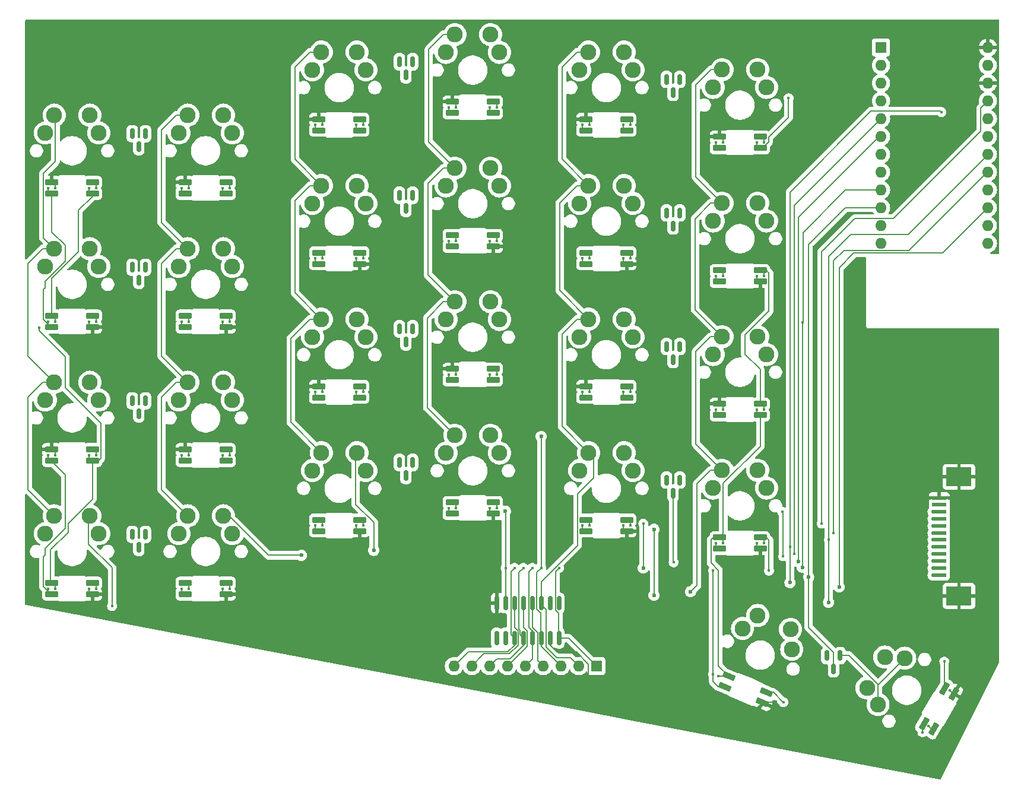
<source format=gbr>
%TF.GenerationSoftware,KiCad,Pcbnew,8.0.8-8.0.8-0~ubuntu22.04.1*%
%TF.CreationDate,2025-01-26T03:04:03-06:00*%
%TF.ProjectId,kbd,6b62642e-6b69-4636-9164-5f7063625858,rev?*%
%TF.SameCoordinates,Original*%
%TF.FileFunction,Copper,L1,Top*%
%TF.FilePolarity,Positive*%
%FSLAX46Y46*%
G04 Gerber Fmt 4.6, Leading zero omitted, Abs format (unit mm)*
G04 Created by KiCad (PCBNEW 8.0.8-8.0.8-0~ubuntu22.04.1) date 2025-01-26 03:04:03*
%MOMM*%
%LPD*%
G01*
G04 APERTURE LIST*
G04 Aperture macros list*
%AMRoundRect*
0 Rectangle with rounded corners*
0 $1 Rounding radius*
0 $2 $3 $4 $5 $6 $7 $8 $9 X,Y pos of 4 corners*
0 Add a 4 corners polygon primitive as box body*
4,1,4,$2,$3,$4,$5,$6,$7,$8,$9,$2,$3,0*
0 Add four circle primitives for the rounded corners*
1,1,$1+$1,$2,$3*
1,1,$1+$1,$4,$5*
1,1,$1+$1,$6,$7*
1,1,$1+$1,$8,$9*
0 Add four rect primitives between the rounded corners*
20,1,$1+$1,$2,$3,$4,$5,0*
20,1,$1+$1,$4,$5,$6,$7,0*
20,1,$1+$1,$6,$7,$8,$9,0*
20,1,$1+$1,$8,$9,$2,$3,0*%
G04 Aperture macros list end*
%TA.AperFunction,SMDPad,CuDef*%
%ADD10RoundRect,0.082000X0.818000X0.328000X-0.818000X0.328000X-0.818000X-0.328000X0.818000X-0.328000X0*%
%TD*%
%TA.AperFunction,SMDPad,CuDef*%
%ADD11RoundRect,0.082000X-0.818000X-0.328000X0.818000X-0.328000X0.818000X0.328000X-0.818000X0.328000X0*%
%TD*%
%TA.AperFunction,ComponentPad*%
%ADD12C,2.286000*%
%TD*%
%TA.AperFunction,SMDPad,CuDef*%
%ADD13RoundRect,0.150000X-0.150000X0.850000X-0.150000X-0.850000X0.150000X-0.850000X0.150000X0.850000X0*%
%TD*%
%TA.AperFunction,SMDPad,CuDef*%
%ADD14R,2.000000X0.610000*%
%TD*%
%TA.AperFunction,SMDPad,CuDef*%
%ADD15R,3.600000X2.680000*%
%TD*%
%TA.AperFunction,ComponentPad*%
%ADD16R,1.600000X1.600000*%
%TD*%
%TA.AperFunction,ComponentPad*%
%ADD17O,1.600000X1.600000*%
%TD*%
%TA.AperFunction,SMDPad,CuDef*%
%ADD18RoundRect,0.082000X0.124944X0.872409X-0.693056X-0.544409X-0.124944X-0.872409X0.693056X0.544409X0*%
%TD*%
%TA.AperFunction,SMDPad,CuDef*%
%ADD19RoundRect,0.082000X0.881133X-0.017692X-0.624813X0.621544X-0.881133X0.017692X0.624813X-0.621544X0*%
%TD*%
%TA.AperFunction,ComponentPad*%
%ADD20RoundRect,0.150000X-0.150000X0.587500X-0.150000X-0.587500X0.150000X-0.587500X0.150000X0.587500X0*%
%TD*%
%TA.AperFunction,ViaPad*%
%ADD21C,0.400000*%
%TD*%
%TA.AperFunction,ViaPad*%
%ADD22C,0.600000*%
%TD*%
%TA.AperFunction,Conductor*%
%ADD23C,0.200000*%
%TD*%
G04 APERTURE END LIST*
D10*
%TO.P,LED35,1,DOUT*%
%TO.N,Net-(LED35-DOUT)*%
X158150000Y-115160000D03*
%TO.P,LED35,2,VSS*%
%TO.N,GND*%
X158150000Y-116740000D03*
%TO.P,LED35,3,DIN*%
%TO.N,Net-(LED34-DOUT)*%
X152350000Y-116740000D03*
%TO.P,LED35,4,VDD*%
%TO.N,+5V*%
X152350000Y-115160000D03*
%TD*%
D11*
%TO.P,LED01,1,DOUT*%
%TO.N,Net-(LED00-DIN)*%
X76150000Y-66090000D03*
%TO.P,LED01,2,VSS*%
%TO.N,GND*%
X76150000Y-64510000D03*
%TO.P,LED01,3,DIN*%
%TO.N,Net-(LED01-DIN)*%
X81950000Y-64510000D03*
%TO.P,LED01,4,VDD*%
%TO.N,+5V*%
X81950000Y-66090000D03*
%TD*%
D12*
%TO.P,SW04,1,1*%
%TO.N,COL4*%
X133660000Y-45920000D03*
X138740000Y-45920000D03*
%TO.P,SW04,2,2*%
%TO.N,Net-(D0405-A-Pad1)*%
X132390000Y-48460000D03*
X140010000Y-48460000D03*
%TD*%
D11*
%TO.P,LED04,1,DOUT*%
%TO.N,Net-(LED03-DIN)*%
X133300000Y-57090000D03*
%TO.P,LED04,2,VSS*%
%TO.N,GND*%
X133300000Y-55510000D03*
%TO.P,LED04,3,DIN*%
%TO.N,Net-(LED04-DIN)*%
X139100000Y-55510000D03*
%TO.P,LED04,4,VDD*%
%TO.N,+5V*%
X139100000Y-57090000D03*
%TD*%
D10*
%TO.P,LED30,1,DOUT*%
%TO.N,Net-(LED30-DOUT)*%
X62900000Y-121660000D03*
%TO.P,LED30,2,VSS*%
%TO.N,GND*%
X62900000Y-123240000D03*
%TO.P,LED30,3,DIN*%
%TO.N,Net-(LED20-DOUT)*%
X57100000Y-123240000D03*
%TO.P,LED30,4,VDD*%
%TO.N,+5V*%
X57100000Y-121660000D03*
%TD*%
D11*
%TO.P,LED20,1,DOUT*%
%TO.N,Net-(LED20-DOUT)*%
X57100000Y-104189999D03*
%TO.P,LED20,2,VSS*%
%TO.N,GND*%
X57100000Y-102609999D03*
%TO.P,LED20,3,DIN*%
%TO.N,Net-(LED20-DIN)*%
X62900000Y-102609999D03*
%TO.P,LED20,4,VDD*%
%TO.N,+5V*%
X62900000Y-104189999D03*
%TD*%
D12*
%TO.P,SW05,1,1*%
%TO.N,COL5*%
X152710000Y-48420000D03*
X157790000Y-48420000D03*
%TO.P,SW05,2,2*%
%TO.N,Net-(D0405-A-Pad2)*%
X151440000Y-50960000D03*
X159060000Y-50960000D03*
%TD*%
D13*
%TO.P,U4,1,~{PL}*%
%TO.N,SCS*%
X129445000Y-124500000D03*
%TO.P,U4,2,CP*%
%TO.N,SCK0*%
X128175000Y-124500000D03*
%TO.P,U4,3,D4*%
%TO.N,COL4*%
X126905000Y-124500000D03*
%TO.P,U4,4,D5*%
%TO.N,COL5*%
X125635000Y-124500000D03*
%TO.P,U4,5,D6*%
%TO.N,COL6*%
X124365000Y-124500000D03*
%TO.P,U4,6,D7*%
%TO.N,COL7*%
X123095000Y-124500000D03*
%TO.P,U4,7,~{Q7}*%
%TO.N,DS*%
X121825000Y-124500000D03*
%TO.P,U4,8,GND*%
%TO.N,GND*%
X120555000Y-124500000D03*
%TO.P,U4,9,Q7*%
%TO.N,unconnected-(U4-Q7-Pad9)*%
X120555000Y-129500000D03*
%TO.P,U4,10,DS*%
%TO.N,unconnected-(U4-DS-Pad10)*%
X121825000Y-129500000D03*
%TO.P,U4,11,D0*%
%TO.N,COL0*%
X123095000Y-129500000D03*
%TO.P,U4,12,D1*%
%TO.N,COL1*%
X124365000Y-129500000D03*
%TO.P,U4,13,D2*%
%TO.N,COL2*%
X125635000Y-129500000D03*
%TO.P,U4,14,D3*%
%TO.N,COL3*%
X126905000Y-129500000D03*
%TO.P,U4,15,~{CE}*%
%TO.N,GND*%
X128175000Y-129500000D03*
%TO.P,U4,16,VCC*%
%TO.N,+3V3*%
X129445000Y-129500000D03*
%TD*%
D12*
%TO.P,SW13,1,1*%
%TO.N,COL3*%
X114610000Y-62470000D03*
X119690000Y-62470000D03*
%TO.P,SW13,2,2*%
%TO.N,Net-(D1213-A-Pad2)*%
X113340000Y-65010000D03*
X120960000Y-65010000D03*
%TD*%
%TO.P,SW33,1,1*%
%TO.N,COL3*%
X114610000Y-100570000D03*
X119690000Y-100570000D03*
%TO.P,SW33,2,2*%
%TO.N,Net-(D3233-A-Pad2)*%
X113340000Y-103110000D03*
X120960000Y-103110000D03*
%TD*%
D14*
%TO.P,J2,1,Pin_1*%
%TO.N,ROW3*%
X183700000Y-120500000D03*
%TO.P,J2,2,Pin_2*%
%TO.N,ROW2*%
X183700000Y-119500000D03*
%TO.P,J2,3,Pin_3*%
%TO.N,ROW1*%
X183700000Y-118500000D03*
%TO.P,J2,4,Pin_4*%
%TO.N,ROW0*%
X183700000Y-117500000D03*
%TO.P,J2,5,Pin_5*%
%TO.N,LED_R*%
X183700000Y-116500000D03*
%TO.P,J2,6,Pin_6*%
%TO.N,SCS*%
X183700000Y-115500000D03*
%TO.P,J2,7,Pin_7*%
%TO.N,SCK0*%
X183700000Y-114500000D03*
%TO.P,J2,8,Pin_8*%
%TO.N,DS*%
X183700000Y-113500000D03*
%TO.P,J2,9,Pin_9*%
%TO.N,+3V3*%
X183700000Y-112500000D03*
%TO.P,J2,10,Pin_10*%
%TO.N,+5V*%
X183700000Y-111500000D03*
%TO.P,J2,11,Pin_11*%
%TO.N,unconnected-(J2-Pin_11-Pad11)*%
X183700000Y-110500000D03*
%TO.P,J2,12,Pin_12*%
%TO.N,GND*%
X183700000Y-109500000D03*
D15*
%TO.P,J2,MP,MountPin*%
X186500000Y-123490000D03*
X186500000Y-106510000D03*
%TD*%
D12*
%TO.P,SW37,1,1*%
%TO.N,COL7*%
X173380591Y-136609705D03*
X175920591Y-132210295D03*
%TO.P,SW37,2,2*%
%TO.N,Net-(D3637-A-Pad2)*%
X174945295Y-138979557D03*
X178755295Y-132380443D03*
%TD*%
%TO.P,SW15,1,1*%
%TO.N,COL5*%
X152710000Y-67470000D03*
X157790000Y-67470000D03*
%TO.P,SW15,2,2*%
%TO.N,Net-(D1415-A-Pad2)*%
X151440000Y-70010000D03*
X159060000Y-70010000D03*
%TD*%
D10*
%TO.P,LED13,1,DOUT*%
%TO.N,Net-(LED13-DOUT)*%
X120050000Y-72060000D03*
%TO.P,LED13,2,VSS*%
%TO.N,GND*%
X120050000Y-73640000D03*
%TO.P,LED13,3,DIN*%
%TO.N,Net-(LED12-DOUT)*%
X114250000Y-73640000D03*
%TO.P,LED13,4,VDD*%
%TO.N,+5V*%
X114250000Y-72060000D03*
%TD*%
D12*
%TO.P,SW14,1,1*%
%TO.N,COL4*%
X133660000Y-64970000D03*
X138740000Y-64970000D03*
%TO.P,SW14,2,2*%
%TO.N,Net-(D1415-A-Pad1)*%
X132390000Y-67510000D03*
X140010000Y-67510000D03*
%TD*%
%TO.P,SW31,1,1*%
%TO.N,COL1*%
X76510000Y-112070000D03*
X81590000Y-112070000D03*
%TO.P,SW31,2,2*%
%TO.N,Net-(D3031-A-Pad2)*%
X75240000Y-114610000D03*
X82860000Y-114610000D03*
%TD*%
%TO.P,SW03,1,1*%
%TO.N,COL3*%
X114610000Y-43420000D03*
X119690000Y-43420000D03*
%TO.P,SW03,2,2*%
%TO.N,Net-(D0203-A-Pad2)*%
X113340000Y-45960000D03*
X120960000Y-45960000D03*
%TD*%
D16*
%TO.P,U1,1,A8*%
%TO.N,unconnected-(U1-A8-Pad1)*%
X175375000Y-45280000D03*
D17*
%TO.P,U1,2,A9*%
%TO.N,unconnected-(U1-A9-Pad2)*%
X175375000Y-47820000D03*
%TO.P,U1,3,B15*%
%TO.N,unconnected-(U1-B15-Pad3)*%
X175375000Y-50360000D03*
%TO.P,U1,4,B14*%
%TO.N,FT*%
X175375000Y-52900000D03*
%TO.P,U1,5,B13*%
%TO.N,ROW0*%
X175375000Y-55440000D03*
%TO.P,U1,6,B12*%
%TO.N,ROW1*%
X175375000Y-57980000D03*
%TO.P,U1,7,B11*%
%TO.N,unconnected-(U1-B11-Pad7)*%
X175375000Y-60520000D03*
%TO.P,U1,8,B10*%
%TO.N,unconnected-(U1-B10-Pad8)*%
X175375000Y-63060000D03*
%TO.P,U1,9,B7*%
%TO.N,ROW2*%
X175375000Y-65600000D03*
%TO.P,U1,10,B4*%
%TO.N,ROW3*%
X175375000Y-68140000D03*
%TO.P,U1,11,B23*%
%TO.N,unconnected-(U1-B23-Pad11)*%
X175375000Y-70680000D03*
%TO.P,U1,12,B22*%
%TO.N,unconnected-(U1-B22-Pad12)*%
X175375000Y-73220000D03*
%TO.P,U1,13,A4*%
%TO.N,unconnected-(U1-A4-Pad13)*%
X190615000Y-73220000D03*
%TO.P,U1,14,A5*%
%TO.N,unconnected-(U1-A5-Pad14)*%
X190615000Y-70680000D03*
%TO.P,U1,15,A15*%
%TO.N,MISO*%
X190615000Y-68140000D03*
%TO.P,U1,16,A14*%
%TO.N,unconnected-(U1-A14-Pad16)*%
X190615000Y-65600000D03*
%TO.P,U1,17,A13*%
%TO.N,SCK0*%
X190615000Y-63060000D03*
%TO.P,U1,18,A12*%
%TO.N,SCS*%
X190615000Y-60520000D03*
%TO.P,U1,19,A11*%
%TO.N,unconnected-(U1-A11-Pad19)*%
X190615000Y-57980000D03*
%TO.P,U1,20,A10*%
%TO.N,unconnected-(U1-A10-Pad20)*%
X190615000Y-55440000D03*
%TO.P,U1,21,3V3*%
%TO.N,+3V3*%
X190615000Y-52900000D03*
%TO.P,U1,22,G*%
%TO.N,GND*%
X190615000Y-50360000D03*
%TO.P,U1,23,5V*%
%TO.N,+5V*%
X190615000Y-47820000D03*
%TO.P,U1,24,G*%
%TO.N,GND*%
X190615000Y-45280000D03*
%TD*%
D10*
%TO.P,LED32,1,DOUT*%
%TO.N,Net-(LED32-DOUT)*%
X101000000Y-112660000D03*
%TO.P,LED32,2,VSS*%
%TO.N,GND*%
X101000000Y-114240000D03*
%TO.P,LED32,3,DIN*%
%TO.N,Net-(LED31-DOUT)*%
X95200000Y-114240000D03*
%TO.P,LED32,4,VDD*%
%TO.N,+5V*%
X95200000Y-112660000D03*
%TD*%
D11*
%TO.P,LED21,1,DOUT*%
%TO.N,Net-(LED20-DIN)*%
X76150000Y-104189999D03*
%TO.P,LED21,2,VSS*%
%TO.N,GND*%
X76150000Y-102609999D03*
%TO.P,LED21,3,DIN*%
%TO.N,Net-(LED21-DIN)*%
X81950000Y-102609999D03*
%TO.P,LED21,4,VDD*%
%TO.N,+5V*%
X81950000Y-104189999D03*
%TD*%
D12*
%TO.P,SW24,1,1*%
%TO.N,COL4*%
X133660000Y-84020000D03*
X138740000Y-84020000D03*
%TO.P,SW24,2,2*%
%TO.N,Net-(D2425-A-Pad1)*%
X132390000Y-86560000D03*
X140010000Y-86560000D03*
%TD*%
D18*
%TO.P,LED37,1,DOUT*%
%TO.N,Net-(JP2-A)*%
X184405840Y-136683526D03*
%TO.P,LED37,2,VSS*%
%TO.N,GND*%
X185774160Y-137473526D03*
%TO.P,LED37,3,DIN*%
%TO.N,Net-(LED36-DOUT)*%
X182874160Y-142496474D03*
%TO.P,LED37,4,VDD*%
%TO.N,+5V*%
X181505840Y-141706474D03*
%TD*%
D12*
%TO.P,SW21,1,1*%
%TO.N,COL1*%
X76510000Y-93020000D03*
X81590000Y-93020000D03*
%TO.P,SW21,2,2*%
%TO.N,Net-(D2021-A-Pad2)*%
X75240000Y-95560000D03*
X82860000Y-95560000D03*
%TD*%
D11*
%TO.P,LED23,1,DOUT*%
%TO.N,Net-(LED22-DIN)*%
X114250000Y-92689999D03*
%TO.P,LED23,2,VSS*%
%TO.N,GND*%
X114250000Y-91109999D03*
%TO.P,LED23,3,DIN*%
%TO.N,Net-(LED23-DIN)*%
X120050000Y-91109999D03*
%TO.P,LED23,4,VDD*%
%TO.N,+5V*%
X120050000Y-92689999D03*
%TD*%
D12*
%TO.P,SW34,1,1*%
%TO.N,COL4*%
X133660000Y-103070000D03*
X138740000Y-103070000D03*
%TO.P,SW34,2,2*%
%TO.N,Net-(D3435-A-Pad1)*%
X132390000Y-105610000D03*
X140010000Y-105610000D03*
%TD*%
D10*
%TO.P,LED31,1,DOUT*%
%TO.N,Net-(LED31-DOUT)*%
X81950000Y-121660000D03*
%TO.P,LED31,2,VSS*%
%TO.N,GND*%
X81950000Y-123240000D03*
%TO.P,LED31,3,DIN*%
%TO.N,Net-(LED30-DOUT)*%
X76150000Y-123240000D03*
%TO.P,LED31,4,VDD*%
%TO.N,+5V*%
X76150000Y-121660000D03*
%TD*%
D12*
%TO.P,SW11,1,1*%
%TO.N,COL1*%
X76510000Y-73970000D03*
X81590000Y-73970000D03*
%TO.P,SW11,2,2*%
%TO.N,Net-(D1011-A-Pad2)*%
X75240000Y-76510000D03*
X82860000Y-76510000D03*
%TD*%
D11*
%TO.P,LED24,1,DOUT*%
%TO.N,Net-(LED23-DIN)*%
X133300000Y-95189999D03*
%TO.P,LED24,2,VSS*%
%TO.N,GND*%
X133300000Y-93609999D03*
%TO.P,LED24,3,DIN*%
%TO.N,Net-(LED24-DIN)*%
X139100000Y-93609999D03*
%TO.P,LED24,4,VDD*%
%TO.N,+5V*%
X139100000Y-95189999D03*
%TD*%
%TO.P,LED25,1,DOUT*%
%TO.N,Net-(LED24-DIN)*%
X152350000Y-97689999D03*
%TO.P,LED25,2,VSS*%
%TO.N,GND*%
X152350000Y-96109999D03*
%TO.P,LED25,3,DIN*%
%TO.N,Net-(LED15-DOUT)*%
X158150000Y-96109999D03*
%TO.P,LED25,4,VDD*%
%TO.N,+5V*%
X158150000Y-97689999D03*
%TD*%
%TO.P,LED03,1,DOUT*%
%TO.N,Net-(LED02-DIN)*%
X114250000Y-54590000D03*
%TO.P,LED03,2,VSS*%
%TO.N,GND*%
X114250000Y-53010000D03*
%TO.P,LED03,3,DIN*%
%TO.N,Net-(LED03-DIN)*%
X120050000Y-53010000D03*
%TO.P,LED03,4,VDD*%
%TO.N,+5V*%
X120050000Y-54590000D03*
%TD*%
D10*
%TO.P,LED33,1,DOUT*%
%TO.N,Net-(LED33-DOUT)*%
X120050000Y-110160000D03*
%TO.P,LED33,2,VSS*%
%TO.N,GND*%
X120050000Y-111740000D03*
%TO.P,LED33,3,DIN*%
%TO.N,Net-(LED32-DOUT)*%
X114250000Y-111740000D03*
%TO.P,LED33,4,VDD*%
%TO.N,+5V*%
X114250000Y-110160000D03*
%TD*%
D19*
%TO.P,LED36,1,DOUT*%
%TO.N,Net-(LED36-DOUT)*%
X159048142Y-137243667D03*
%TO.P,LED36,2,VSS*%
%TO.N,GND*%
X158430786Y-138698065D03*
%TO.P,LED36,3,DIN*%
%TO.N,Net-(LED35-DOUT)*%
X153091858Y-136431825D03*
%TO.P,LED36,4,VDD*%
%TO.N,+5V*%
X153709214Y-134977427D03*
%TD*%
D12*
%TO.P,SW30,1,1*%
%TO.N,COL0*%
X57460000Y-112070000D03*
X62540000Y-112070000D03*
%TO.P,SW30,2,2*%
%TO.N,Net-(D3031-A-Pad1)*%
X56190000Y-114610000D03*
X63810000Y-114610000D03*
%TD*%
%TO.P,SW00,1,1*%
%TO.N,COL0*%
X57460000Y-54920000D03*
X62540000Y-54920000D03*
%TO.P,SW00,2,2*%
%TO.N,Net-(D0001-A-Pad1)*%
X56190000Y-57460000D03*
X63810000Y-57460000D03*
%TD*%
%TO.P,SW35,1,1*%
%TO.N,COL5*%
X152710000Y-105570000D03*
X157790000Y-105570000D03*
%TO.P,SW35,2,2*%
%TO.N,Net-(D3435-A-Pad2)*%
X151440000Y-108110000D03*
X159060000Y-108110000D03*
%TD*%
D10*
%TO.P,LED14,1,DOUT*%
%TO.N,Net-(LED14-DOUT)*%
X139100000Y-74560000D03*
%TO.P,LED14,2,VSS*%
%TO.N,GND*%
X139100000Y-76140000D03*
%TO.P,LED14,3,DIN*%
%TO.N,Net-(LED13-DOUT)*%
X133300000Y-76140000D03*
%TO.P,LED14,4,VDD*%
%TO.N,+5V*%
X133300000Y-74560000D03*
%TD*%
D11*
%TO.P,LED22,1,DOUT*%
%TO.N,Net-(LED21-DIN)*%
X95200000Y-95189999D03*
%TO.P,LED22,2,VSS*%
%TO.N,GND*%
X95200000Y-93609999D03*
%TO.P,LED22,3,DIN*%
%TO.N,Net-(LED22-DIN)*%
X101000000Y-93609999D03*
%TO.P,LED22,4,VDD*%
%TO.N,+5V*%
X101000000Y-95189999D03*
%TD*%
D10*
%TO.P,LED10,1,DOUT*%
%TO.N,Net-(LED10-DOUT)*%
X62900000Y-83560000D03*
%TO.P,LED10,2,VSS*%
%TO.N,GND*%
X62900000Y-85140000D03*
%TO.P,LED10,3,DIN*%
%TO.N,Net-(LED00-DOUT)*%
X57100000Y-85140000D03*
%TO.P,LED10,4,VDD*%
%TO.N,+5V*%
X57100000Y-83560000D03*
%TD*%
D12*
%TO.P,SW23,1,1*%
%TO.N,COL3*%
X114610000Y-81520000D03*
X119690000Y-81520000D03*
%TO.P,SW23,2,2*%
%TO.N,Net-(D2223-A-Pad2)*%
X113340000Y-84060000D03*
X120960000Y-84060000D03*
%TD*%
%TO.P,SW20,1,1*%
%TO.N,COL0*%
X57460000Y-93020000D03*
X62540000Y-93020000D03*
%TO.P,SW20,2,2*%
%TO.N,Net-(D2021-A-Pad1)*%
X56190000Y-95560000D03*
X63810000Y-95560000D03*
%TD*%
%TO.P,SW12,1,1*%
%TO.N,COL2*%
X95560000Y-64970000D03*
X100640000Y-64970000D03*
%TO.P,SW12,2,2*%
%TO.N,Net-(D1213-A-Pad1)*%
X94290000Y-67510000D03*
X101910000Y-67510000D03*
%TD*%
D10*
%TO.P,LED12,1,DOUT*%
%TO.N,Net-(LED12-DOUT)*%
X101000000Y-74560000D03*
%TO.P,LED12,2,VSS*%
%TO.N,GND*%
X101000000Y-76140000D03*
%TO.P,LED12,3,DIN*%
%TO.N,Net-(LED11-DOUT)*%
X95200000Y-76140000D03*
%TO.P,LED12,4,VDD*%
%TO.N,+5V*%
X95200000Y-74560000D03*
%TD*%
D11*
%TO.P,LED02,1,DOUT*%
%TO.N,Net-(LED01-DIN)*%
X95200000Y-57090000D03*
%TO.P,LED02,2,VSS*%
%TO.N,GND*%
X95200000Y-55510000D03*
%TO.P,LED02,3,DIN*%
%TO.N,Net-(LED02-DIN)*%
X101000000Y-55510000D03*
%TO.P,LED02,4,VDD*%
%TO.N,+5V*%
X101000000Y-57090000D03*
%TD*%
D12*
%TO.P,SW02,1,1*%
%TO.N,COL2*%
X95560000Y-45920000D03*
X100640000Y-45920000D03*
%TO.P,SW02,2,2*%
%TO.N,Net-(D0203-A-Pad1)*%
X94290000Y-48460000D03*
X101910000Y-48460000D03*
%TD*%
D10*
%TO.P,LED34,1,DOUT*%
%TO.N,Net-(LED34-DOUT)*%
X139100000Y-112660000D03*
%TO.P,LED34,2,VSS*%
%TO.N,GND*%
X139100000Y-114240000D03*
%TO.P,LED34,3,DIN*%
%TO.N,Net-(LED33-DOUT)*%
X133300000Y-114240000D03*
%TO.P,LED34,4,VDD*%
%TO.N,+5V*%
X133300000Y-112660000D03*
%TD*%
D11*
%TO.P,LED00,1,DOUT*%
%TO.N,Net-(LED00-DOUT)*%
X57100000Y-66090000D03*
%TO.P,LED00,2,VSS*%
%TO.N,GND*%
X57100000Y-64510000D03*
%TO.P,LED00,3,DIN*%
%TO.N,Net-(LED00-DIN)*%
X62900000Y-64510000D03*
%TO.P,LED00,4,VDD*%
%TO.N,+5V*%
X62900000Y-66090000D03*
%TD*%
D10*
%TO.P,LED15,1,DOUT*%
%TO.N,Net-(LED15-DOUT)*%
X158150000Y-77060000D03*
%TO.P,LED15,2,VSS*%
%TO.N,GND*%
X158150000Y-78640000D03*
%TO.P,LED15,3,DIN*%
%TO.N,Net-(LED14-DOUT)*%
X152350000Y-78640000D03*
%TO.P,LED15,4,VDD*%
%TO.N,+5V*%
X152350000Y-77060000D03*
%TD*%
%TO.P,LED11,1,DOUT*%
%TO.N,Net-(LED11-DOUT)*%
X81950000Y-83560000D03*
%TO.P,LED11,2,VSS*%
%TO.N,GND*%
X81950000Y-85140000D03*
%TO.P,LED11,3,DIN*%
%TO.N,Net-(LED10-DOUT)*%
X76150000Y-85140000D03*
%TO.P,LED11,4,VDD*%
%TO.N,+5V*%
X76150000Y-83560000D03*
%TD*%
D12*
%TO.P,SW01,1,1*%
%TO.N,COL1*%
X76510000Y-54920000D03*
X81590000Y-54920000D03*
%TO.P,SW01,2,2*%
%TO.N,Net-(D0001-A-Pad2)*%
X75240000Y-57460000D03*
X82860000Y-57460000D03*
%TD*%
%TO.P,SW25,1,1*%
%TO.N,COL5*%
X152710000Y-86520000D03*
X157790000Y-86520000D03*
%TO.P,SW25,2,2*%
%TO.N,Net-(D2425-A-Pad2)*%
X151440000Y-89060000D03*
X159060000Y-89060000D03*
%TD*%
D11*
%TO.P,LED05,1,DOUT*%
%TO.N,Net-(LED04-DIN)*%
X152350000Y-59590000D03*
%TO.P,LED05,2,VSS*%
%TO.N,GND*%
X152350000Y-58010000D03*
%TO.P,LED05,3,DIN*%
%TO.N,Net-(LED05-DIN)*%
X158150000Y-58010000D03*
%TO.P,LED05,4,VDD*%
%TO.N,+5V*%
X158150000Y-59590000D03*
%TD*%
D12*
%TO.P,SW10,1,1*%
%TO.N,COL0*%
X57460000Y-73970000D03*
X62540000Y-73970000D03*
%TO.P,SW10,2,2*%
%TO.N,Net-(D1011-A-Pad1)*%
X56190000Y-76510000D03*
X63810000Y-76510000D03*
%TD*%
%TO.P,SW36,1,1*%
%TO.N,COL6*%
X157796832Y-126281378D03*
X162472996Y-128266292D03*
%TO.P,SW36,2,2*%
%TO.N,Net-(D3637-A-Pad1)*%
X155635334Y-128123232D03*
X162649581Y-131100603D03*
%TD*%
%TO.P,SW22,1,1*%
%TO.N,COL2*%
X95560000Y-84020000D03*
X100640000Y-84020000D03*
%TO.P,SW22,2,2*%
%TO.N,Net-(D2223-A-Pad1)*%
X94290000Y-86560000D03*
X101910000Y-86560000D03*
%TD*%
%TO.P,SW32,1,1*%
%TO.N,COL2*%
X95560000Y-103070000D03*
X100640000Y-103070000D03*
%TO.P,SW32,2,2*%
%TO.N,Net-(D3233-A-Pad1)*%
X94290000Y-105610000D03*
X101910000Y-105610000D03*
%TD*%
D20*
%TO.P,D2425,1,A*%
%TO.N,Net-(D2425-A-Pad1)*%
X144775000Y-87912500D03*
%TO.P,D2425,2,A*%
%TO.N,Net-(D2425-A-Pad2)*%
X146675000Y-87912500D03*
%TO.P,D2425,3,K*%
%TO.N,ROW2*%
X145725000Y-89787500D03*
%TD*%
%TO.P,D0001,1,A*%
%TO.N,Net-(D0001-A-Pad1)*%
X68575000Y-57562500D03*
%TO.P,D0001,2,A*%
%TO.N,Net-(D0001-A-Pad2)*%
X70475000Y-57562500D03*
%TO.P,D0001,3,K*%
%TO.N,ROW0*%
X69525000Y-59437500D03*
%TD*%
%TO.P,D3435,1,A*%
%TO.N,Net-(D3435-A-Pad1)*%
X144775000Y-106962500D03*
%TO.P,D3435,2,A*%
%TO.N,Net-(D3435-A-Pad2)*%
X146675000Y-106962500D03*
%TO.P,D3435,3,K*%
%TO.N,ROW3*%
X145725000Y-108837500D03*
%TD*%
%TO.P,D0405,1,A*%
%TO.N,Net-(D0405-A-Pad1)*%
X144775000Y-49812500D03*
%TO.P,D0405,2,A*%
%TO.N,Net-(D0405-A-Pad2)*%
X146675000Y-49812500D03*
%TO.P,D0405,3,K*%
%TO.N,ROW0*%
X145725000Y-51687500D03*
%TD*%
%TO.P,D1415,1,A*%
%TO.N,Net-(D1415-A-Pad1)*%
X144775000Y-68862500D03*
%TO.P,D1415,2,A*%
%TO.N,Net-(D1415-A-Pad2)*%
X146675000Y-68862500D03*
%TO.P,D1415,3,K*%
%TO.N,ROW1*%
X145725000Y-70737500D03*
%TD*%
D16*
%TO.P,RN1,1,common*%
%TO.N,+3V3*%
X134795000Y-133500000D03*
D17*
%TO.P,RN1,2,R1*%
%TO.N,COL4*%
X132255000Y-133500000D03*
%TO.P,RN1,3,R2*%
%TO.N,COL3*%
X129715000Y-133500000D03*
%TO.P,RN1,4,R3*%
%TO.N,COL5*%
X127175000Y-133500000D03*
%TO.P,RN1,5,R4*%
%TO.N,COL2*%
X124635000Y-133500000D03*
%TO.P,RN1,6,R5*%
%TO.N,COL6*%
X122095000Y-133500000D03*
%TO.P,RN1,7,R6*%
%TO.N,COL1*%
X119555000Y-133500000D03*
%TO.P,RN1,8,R7*%
%TO.N,COL7*%
X117015000Y-133500000D03*
%TO.P,RN1,9,R8*%
%TO.N,COL0*%
X114475000Y-133500000D03*
%TD*%
D20*
%TO.P,D3031,1,A*%
%TO.N,Net-(D3031-A-Pad1)*%
X68575000Y-114712500D03*
%TO.P,D3031,2,A*%
%TO.N,Net-(D3031-A-Pad2)*%
X70475000Y-114712500D03*
%TO.P,D3031,3,K*%
%TO.N,ROW3*%
X69525000Y-116587500D03*
%TD*%
%TO.P,D3233,1,A*%
%TO.N,Net-(D3233-A-Pad1)*%
X106675000Y-104462500D03*
%TO.P,D3233,2,A*%
%TO.N,Net-(D3233-A-Pad2)*%
X108575000Y-104462500D03*
%TO.P,D3233,3,K*%
%TO.N,ROW3*%
X107625000Y-106337500D03*
%TD*%
%TO.P,D1011,1,A*%
%TO.N,Net-(D1011-A-Pad1)*%
X68575000Y-76612500D03*
%TO.P,D1011,2,A*%
%TO.N,Net-(D1011-A-Pad2)*%
X70475000Y-76612500D03*
%TO.P,D1011,3,K*%
%TO.N,ROW1*%
X69525000Y-78487500D03*
%TD*%
%TO.P,D0203,1,A*%
%TO.N,Net-(D0203-A-Pad1)*%
X106675000Y-47312500D03*
%TO.P,D0203,2,A*%
%TO.N,Net-(D0203-A-Pad2)*%
X108575000Y-47312500D03*
%TO.P,D0203,3,K*%
%TO.N,ROW0*%
X107625000Y-49187500D03*
%TD*%
%TO.P,D3637,1,A*%
%TO.N,Net-(D3637-A-Pad1)*%
X167650000Y-132012500D03*
%TO.P,D3637,2,A*%
%TO.N,Net-(D3637-A-Pad2)*%
X169550000Y-132012500D03*
%TO.P,D3637,3,K*%
%TO.N,ROW3*%
X168600000Y-133887500D03*
%TD*%
%TO.P,D1213,1,A*%
%TO.N,Net-(D1213-A-Pad1)*%
X106675000Y-66362500D03*
%TO.P,D1213,2,A*%
%TO.N,Net-(D1213-A-Pad2)*%
X108575000Y-66362500D03*
%TO.P,D1213,3,K*%
%TO.N,ROW1*%
X107625000Y-68237500D03*
%TD*%
%TO.P,D2223,1,A*%
%TO.N,Net-(D2223-A-Pad1)*%
X106675000Y-85412500D03*
%TO.P,D2223,2,A*%
%TO.N,Net-(D2223-A-Pad2)*%
X108575000Y-85412500D03*
%TO.P,D2223,3,K*%
%TO.N,ROW2*%
X107625000Y-87287500D03*
%TD*%
%TO.P,D2021,1,A*%
%TO.N,Net-(D2021-A-Pad1)*%
X68575000Y-95662500D03*
%TO.P,D2021,2,A*%
%TO.N,Net-(D2021-A-Pad2)*%
X70475000Y-95662500D03*
%TO.P,D2021,3,K*%
%TO.N,ROW2*%
X69525000Y-97537500D03*
%TD*%
D21*
%TO.N,ROW0*%
X182700000Y-117500000D03*
X163000000Y-117500000D03*
%TO.N,ROW1*%
X182700000Y-118500000D03*
D22*
X163570000Y-118600000D03*
D21*
%TO.N,ROW2*%
X164175000Y-84500000D03*
X182700000Y-119500000D03*
D22*
X164170000Y-119430000D03*
D21*
%TO.N,ROW3*%
X145800000Y-118700000D03*
X182700000Y-120500000D03*
D22*
X165050000Y-120800000D03*
D21*
%TO.N,GND*%
X157650000Y-77850000D03*
X100500000Y-75350000D03*
X119550000Y-72850000D03*
X62400000Y-84350000D03*
X138600000Y-75350000D03*
X133800000Y-94400000D03*
X133800000Y-56300000D03*
X81450000Y-122450000D03*
X62400000Y-122450000D03*
X100500000Y-113450000D03*
X152850000Y-58800000D03*
X81450000Y-84350000D03*
X95700000Y-56300000D03*
X57600000Y-65300000D03*
X95700000Y-94400000D03*
X76650000Y-65300000D03*
X119550000Y-110950000D03*
X185200000Y-137000000D03*
X76650000Y-103400000D03*
X138600000Y-113450000D03*
X114750000Y-91900000D03*
X57600000Y-103400000D03*
X157650000Y-115950000D03*
X114750000Y-53800000D03*
X152850000Y-96900000D03*
X160410000Y-138600000D03*
%TO.N,SCK0*%
X128175000Y-124500000D03*
X168600000Y-114500000D03*
D22*
X143000000Y-123400000D03*
D21*
X182700000Y-114500000D03*
D22*
X143000000Y-114000000D03*
D21*
%TO.N,SCS*%
X129445000Y-124500000D03*
X182700000Y-115500000D03*
D22*
X167900000Y-124400000D03*
D21*
X167925000Y-115500000D03*
D22*
%TO.N,MISO*%
X169400000Y-122200000D03*
D21*
%TO.N,+3V3*%
X182700000Y-112500000D03*
X166925000Y-113175000D03*
D22*
X141475000Y-119500000D03*
D21*
X141475000Y-113200000D03*
X129445000Y-119500000D03*
D22*
%TO.N,DS*%
X121800000Y-111400000D03*
D21*
X182700000Y-113500000D03*
X121825000Y-119500000D03*
%TO.N,+5V*%
X62400000Y-103400000D03*
X138600000Y-94400000D03*
X152850000Y-77850000D03*
X114750000Y-72850000D03*
X55300000Y-85200000D03*
X100500000Y-56300000D03*
X76650000Y-84350000D03*
X157650000Y-96900000D03*
X114750000Y-110950000D03*
X161300000Y-111500000D03*
X152850000Y-115950000D03*
X133800000Y-113450000D03*
X100500000Y-94400000D03*
X76650000Y-122450000D03*
X119550000Y-53800000D03*
X119550000Y-91900000D03*
X182700000Y-111500000D03*
X161400000Y-117850000D03*
X81450000Y-65300000D03*
X95700000Y-75350000D03*
X157650000Y-58800000D03*
X162200000Y-52500000D03*
X81450000Y-103400000D03*
X62400000Y-65300000D03*
X181279828Y-142947907D03*
X133800000Y-75350000D03*
X57600000Y-84350000D03*
X57600000Y-122450000D03*
X95700000Y-113450000D03*
X138600000Y-56300000D03*
X152170000Y-134930000D03*
%TO.N,Net-(LED00-DOUT)*%
X56600000Y-65300000D03*
X56600000Y-84350000D03*
%TO.N,Net-(LED00-DIN)*%
X75650000Y-65300000D03*
X63400000Y-65300000D03*
%TO.N,Net-(LED01-DIN)*%
X94700000Y-56300000D03*
X82450000Y-65300000D03*
%TO.N,Net-(LED02-DIN)*%
X101500000Y-56300000D03*
X113750000Y-53800000D03*
%TO.N,Net-(LED03-DIN)*%
X132800000Y-56300000D03*
X120550000Y-53800000D03*
%TO.N,Net-(LED04-DIN)*%
X139600000Y-56300000D03*
X151850000Y-58800000D03*
%TO.N,Net-(LED12-DOUT)*%
X101500000Y-75350000D03*
X113750000Y-72850000D03*
%TO.N,Net-(LED20-DIN)*%
X63400000Y-103400000D03*
X75650000Y-103400000D03*
%TO.N,Net-(LED21-DIN)*%
X82450000Y-103400000D03*
X94700000Y-94400000D03*
%TO.N,Net-(LED22-DIN)*%
X113750000Y-91900000D03*
X101500000Y-94400000D03*
%TO.N,Net-(LED23-DIN)*%
X120550000Y-91900000D03*
X132800000Y-94400000D03*
%TO.N,Net-(LED24-DIN)*%
X151850000Y-96900000D03*
X139600000Y-94400000D03*
%TO.N,Net-(LED10-DOUT)*%
X63400000Y-84350000D03*
X75650000Y-84350000D03*
%TO.N,Net-(LED11-DOUT)*%
X94700000Y-75350000D03*
X82450000Y-84350000D03*
%TO.N,Net-(LED13-DOUT)*%
X120550000Y-72850000D03*
X132800000Y-75350000D03*
%TO.N,Net-(LED14-DOUT)*%
X151850000Y-77850000D03*
X139600000Y-75350000D03*
%TO.N,Net-(LED15-DOUT)*%
X158650000Y-96900000D03*
X158650000Y-77850000D03*
%TO.N,Net-(LED30-DOUT)*%
X63400000Y-122450000D03*
X75650000Y-122450000D03*
%TO.N,Net-(LED31-DOUT)*%
X94700000Y-113450000D03*
X82450000Y-122450000D03*
%TO.N,Net-(LED20-DOUT)*%
X56600000Y-122450000D03*
X56600000Y-103400000D03*
%TO.N,Net-(LED32-DOUT)*%
X113750000Y-110950000D03*
X101500000Y-113450000D03*
%TO.N,Net-(LED33-DOUT)*%
X120550000Y-110950000D03*
X132800000Y-113450000D03*
%TO.N,Net-(LED34-DOUT)*%
X139600000Y-113450000D03*
X151850000Y-115950000D03*
%TO.N,COL4*%
X126905000Y-124500000D03*
%TO.N,COL7*%
X123095000Y-124500000D03*
D22*
%TO.N,COL2*%
X103020000Y-117000000D03*
D21*
X125635000Y-119500000D03*
D22*
%TO.N,COL1*%
X92700000Y-117700000D03*
D21*
X124365000Y-119500000D03*
%TO.N,COL3*%
X126905000Y-119500000D03*
D22*
X126905000Y-100743000D03*
D21*
%TO.N,COL0*%
X123095000Y-119500000D03*
X65690000Y-124950000D03*
%TO.N,COL5*%
X125635000Y-124500000D03*
D22*
X148200000Y-122900000D03*
D21*
%TO.N,COL6*%
X124365000Y-124500000D03*
%TO.N,LED_R*%
X162425000Y-116500000D03*
X184010000Y-54490000D03*
X182700000Y-116500000D03*
D22*
X162400000Y-121600000D03*
D21*
%TO.N,Net-(LED35-DOUT)*%
X159400000Y-119900000D03*
X151400000Y-119900000D03*
X158650000Y-115950000D03*
X151418162Y-134656605D03*
%TO.N,Net-(LED36-DOUT)*%
X182120718Y-142061475D03*
X161440000Y-138640000D03*
%TO.N,Net-(JP2-A)*%
X184400000Y-132850000D03*
%TO.N,Net-(LED05-DIN)*%
X158650000Y-58800000D03*
%TD*%
D23*
%TO.N,ROW2*%
X164250000Y-71650000D02*
X170300000Y-65600000D01*
X170300000Y-65600000D02*
X175375000Y-65600000D01*
%TO.N,ROW3*%
X175375000Y-68140000D02*
X170260000Y-68140000D01*
X170260000Y-68140000D02*
X165050000Y-73350000D01*
%TO.N,+3V3*%
X166925000Y-113175000D02*
X166925000Y-74375000D01*
X166925000Y-74375000D02*
X171620000Y-69680000D01*
X189615000Y-57185000D02*
X189615000Y-53900000D01*
X171620000Y-69680000D02*
X177120000Y-69680000D01*
X177120000Y-69680000D02*
X189615000Y-57185000D01*
X189615000Y-53900000D02*
X190615000Y-52900000D01*
%TO.N,SCS*%
X167925000Y-115500000D02*
X167925000Y-75075000D01*
X167925000Y-75075000D02*
X171020000Y-71980000D01*
X179220000Y-71980000D02*
X190680000Y-60520000D01*
X171020000Y-71980000D02*
X179220000Y-71980000D01*
%TO.N,SCK0*%
X168600000Y-114500000D02*
X168625000Y-114475000D01*
X168625000Y-114475000D02*
X168625000Y-75709314D01*
X170104314Y-74230000D02*
X179370000Y-74230000D01*
X168625000Y-75709314D02*
X170104314Y-74230000D01*
X179370000Y-74230000D02*
X190540000Y-63060000D01*
%TO.N,MISO*%
X169400000Y-122200000D02*
X169400000Y-76700000D01*
X169400000Y-76700000D02*
X171500000Y-74600000D01*
X171500000Y-74600000D02*
X184155000Y-74600000D01*
X184155000Y-74600000D02*
X190615000Y-68140000D01*
%TO.N,ROW0*%
X163025000Y-117475000D02*
X163025000Y-67775000D01*
X163025000Y-67775000D02*
X175360000Y-55440000D01*
X163000000Y-117500000D02*
X163025000Y-117475000D01*
%TO.N,ROW1*%
X163570000Y-115215000D02*
X163575000Y-115210000D01*
X163575000Y-69495000D02*
X163575000Y-115210000D01*
X175090000Y-57980000D02*
X163575000Y-69495000D01*
X163570000Y-118600000D02*
X163570000Y-115215000D01*
%TO.N,ROW2*%
X164175000Y-118090686D02*
X164175000Y-84500000D01*
X164170000Y-118095686D02*
X164175000Y-118090686D01*
X164170000Y-119430000D02*
X164170000Y-118095686D01*
%TO.N,ROW3*%
X165060000Y-127970000D02*
X168600000Y-131510000D01*
X165060000Y-120810000D02*
X165060000Y-127970000D01*
X145725000Y-108837500D02*
X145725000Y-118625000D01*
X145725000Y-118625000D02*
X145800000Y-118700000D01*
X165050000Y-120800000D02*
X165060000Y-120810000D01*
X168600000Y-131510000D02*
X168600000Y-133887500D01*
%TO.N,GND*%
X157650000Y-78640000D02*
X157650000Y-77850000D01*
X133600000Y-133200000D02*
X133600000Y-136259214D01*
X114750000Y-91110000D02*
X114750000Y-91900000D01*
X76650000Y-102610000D02*
X76650000Y-103400000D01*
X100500000Y-76140000D02*
X100500000Y-75350000D01*
X62400000Y-123240000D02*
X62400000Y-122450000D01*
X152850000Y-96110000D02*
X152850000Y-96900000D01*
X119550000Y-111740000D02*
X119550000Y-110950000D01*
X128175000Y-129500000D02*
X128175000Y-130499999D01*
X95700000Y-93610000D02*
X95700000Y-94400000D01*
X129175001Y-131500000D02*
X131900000Y-131500000D01*
X133600000Y-136259214D02*
X136740786Y-139400000D01*
X157728851Y-139400000D02*
X158430786Y-138698065D01*
X160311935Y-138698065D02*
X158430786Y-138698065D01*
X57600000Y-102610000D02*
X57600000Y-103400000D01*
X114750000Y-53010000D02*
X114750000Y-53800000D01*
X81450000Y-123240000D02*
X81450000Y-122450000D01*
X76650000Y-64510000D02*
X76650000Y-65300000D01*
X152850000Y-58010000D02*
X152850000Y-58800000D01*
X119550000Y-73640000D02*
X119550000Y-72850000D01*
X81450000Y-85140000D02*
X81450000Y-84350000D01*
X57600000Y-64510000D02*
X57600000Y-65300000D01*
X160410000Y-138600000D02*
X160311935Y-138698065D01*
X128175000Y-130499999D02*
X129175001Y-131500000D01*
X136740786Y-139400000D02*
X157728851Y-139400000D01*
X157650000Y-116740000D02*
X157650000Y-115950000D01*
X131900000Y-131500000D02*
X133600000Y-133200000D01*
X138600000Y-76140000D02*
X138600000Y-75350000D01*
X138600000Y-114240000D02*
X138600000Y-113450000D01*
X185200000Y-137000000D02*
X185673526Y-137473526D01*
X100500000Y-114240000D02*
X100500000Y-113450000D01*
X133800000Y-93610000D02*
X133800000Y-94400000D01*
X133800000Y-55510000D02*
X133800000Y-56300000D01*
X62400000Y-85140000D02*
X62400000Y-84350000D01*
X95700000Y-55510000D02*
X95700000Y-56300000D01*
%TO.N,SCK0*%
X143000000Y-114000000D02*
X143000000Y-123400000D01*
%TO.N,SCS*%
X167900000Y-115525000D02*
X167925000Y-115500000D01*
X167900000Y-124400000D02*
X167900000Y-115525000D01*
%TO.N,+3V3*%
X129400000Y-129455000D02*
X129400000Y-125954130D01*
X130795000Y-129500000D02*
X129445000Y-129500000D01*
X134795000Y-133500000D02*
X130795000Y-129500000D01*
X141475000Y-113200000D02*
X141475000Y-119500000D01*
X129400000Y-125954130D02*
X128945000Y-125499130D01*
X128945000Y-120000000D02*
X129445000Y-119500000D01*
X128945000Y-125499130D02*
X128945000Y-120000000D01*
%TO.N,DS*%
X121825000Y-119500000D02*
X121825000Y-111425000D01*
X121825000Y-111425000D02*
X121800000Y-111400000D01*
X121825000Y-124500000D02*
X121825000Y-119500000D01*
%TO.N,+5V*%
X157650000Y-97690000D02*
X157650000Y-96900000D01*
X59429125Y-113140164D02*
X59429125Y-114406100D01*
X114750000Y-72060000D02*
X114750000Y-72850000D01*
X55300000Y-85200000D02*
X55300000Y-85700000D01*
X162200000Y-55250000D02*
X159350000Y-58100000D01*
X158150000Y-97689999D02*
X158150000Y-102170711D01*
X161300000Y-111500000D02*
X161375000Y-111575000D01*
X57100000Y-83560000D02*
X57100000Y-78206397D01*
X138600000Y-95190000D02*
X138600000Y-94400000D01*
X157650000Y-59590000D02*
X157650000Y-58800000D01*
X152350000Y-115160000D02*
X151450000Y-115160000D01*
X62900000Y-104189999D02*
X62900000Y-109669289D01*
X76650000Y-83560000D02*
X76650000Y-84350000D01*
X153709214Y-134977427D02*
X152217427Y-134977427D01*
X62900000Y-66500000D02*
X62900000Y-66090000D01*
X60900000Y-74406397D02*
X60900000Y-68500000D01*
X161375000Y-117825000D02*
X161400000Y-117850000D01*
X100500000Y-95190000D02*
X100500000Y-94400000D01*
X114750000Y-110160000D02*
X114750000Y-110950000D01*
X57100000Y-78206397D02*
X60900000Y-74406397D01*
X64100000Y-103889999D02*
X63800000Y-104189999D01*
X119550000Y-92690000D02*
X119550000Y-91900000D01*
X81450000Y-104190000D02*
X81450000Y-103400000D01*
X63800000Y-104189999D02*
X62900000Y-104189999D01*
X151450000Y-115160000D02*
X151150000Y-115460000D01*
X62900000Y-109669289D02*
X59429125Y-113140164D01*
X152883000Y-114627000D02*
X152350000Y-115160000D01*
X161375000Y-111575000D02*
X161375000Y-117825000D01*
X152883000Y-107437711D02*
X152883000Y-114627000D01*
X62400000Y-104190000D02*
X62400000Y-103400000D01*
X151150000Y-118801471D02*
X152200000Y-119851471D01*
X57600000Y-121660000D02*
X57600000Y-122450000D01*
X55300000Y-85700000D02*
X59000000Y-89400000D01*
X152200000Y-133468213D02*
X153709214Y-134977427D01*
X119550000Y-54590000D02*
X119550000Y-53800000D01*
X81450000Y-66090000D02*
X81450000Y-65300000D01*
X159350000Y-58771752D02*
X158531752Y-59590000D01*
X56900000Y-116935225D02*
X56900000Y-121460000D01*
X95700000Y-74560000D02*
X95700000Y-75350000D01*
X159350000Y-58100000D02*
X159350000Y-58771752D01*
X133800000Y-74560000D02*
X133800000Y-75350000D01*
X151150000Y-115460000D02*
X151150000Y-118801471D01*
X152850000Y-77060000D02*
X152850000Y-77850000D01*
X60900000Y-68500000D02*
X62900000Y-66500000D01*
X152200000Y-119851471D02*
X152200000Y-133468213D01*
X59429125Y-114406100D02*
X56900000Y-116935225D01*
X59000000Y-93785225D02*
X64100000Y-98885225D01*
X152217427Y-134977427D02*
X152170000Y-134930000D01*
X181279828Y-142947907D02*
X181279828Y-141932486D01*
X95700000Y-112660000D02*
X95700000Y-113450000D01*
X64100000Y-98885225D02*
X64100000Y-103889999D01*
X57600000Y-83560000D02*
X57600000Y-84350000D01*
X152850000Y-115160000D02*
X152850000Y-115950000D01*
X158150000Y-102170711D02*
X152883000Y-107437711D01*
X76650000Y-121660000D02*
X76650000Y-122450000D01*
X62400000Y-66090000D02*
X62400000Y-65300000D01*
X100500000Y-57090000D02*
X100500000Y-56300000D01*
X133800000Y-112660000D02*
X133800000Y-113450000D01*
X162200000Y-52500000D02*
X162200000Y-55250000D01*
X138600000Y-57090000D02*
X138600000Y-56300000D01*
X59000000Y-89400000D02*
X59000000Y-93785225D01*
%TO.N,Net-(LED00-DOUT)*%
X57100000Y-66090000D02*
X57100000Y-71569289D01*
X59029125Y-73498414D02*
X59029125Y-75711586D01*
X55900000Y-84048500D02*
X56991500Y-85140000D01*
X56600000Y-85140000D02*
X56600000Y-84350000D01*
X57100000Y-71569289D02*
X59029125Y-73498414D01*
X55900000Y-79768329D02*
X55900000Y-84048500D01*
X56120900Y-78619811D02*
X56120900Y-79547429D01*
X56120900Y-79547429D02*
X55900000Y-79768329D01*
X56600000Y-66090000D02*
X56600000Y-65300000D01*
X59029125Y-75711586D02*
X56120900Y-78619811D01*
%TO.N,Net-(LED00-DIN)*%
X75650000Y-66090000D02*
X75650000Y-65300000D01*
X63400000Y-64510000D02*
X63400000Y-65300000D01*
%TO.N,Net-(LED01-DIN)*%
X94700000Y-57090000D02*
X94700000Y-56300000D01*
X82450000Y-64510000D02*
X82450000Y-65300000D01*
%TO.N,Net-(LED02-DIN)*%
X101500000Y-55510000D02*
X101500000Y-56300000D01*
X113750000Y-54590000D02*
X113750000Y-53800000D01*
%TO.N,Net-(LED03-DIN)*%
X132800000Y-57090000D02*
X132800000Y-56300000D01*
X120550000Y-53010000D02*
X120550000Y-53800000D01*
%TO.N,Net-(LED04-DIN)*%
X151850000Y-59590000D02*
X151850000Y-58800000D01*
X139600000Y-55510000D02*
X139600000Y-56300000D01*
%TO.N,Net-(LED12-DOUT)*%
X113750000Y-73640000D02*
X113750000Y-72850000D01*
X101500000Y-74560000D02*
X101500000Y-75350000D01*
%TO.N,Net-(LED20-DIN)*%
X63400000Y-102610000D02*
X63400000Y-103400000D01*
X75650000Y-104190000D02*
X75650000Y-103400000D01*
%TO.N,Net-(LED21-DIN)*%
X82450000Y-102610000D02*
X82450000Y-103400000D01*
X94700000Y-95190000D02*
X94700000Y-94400000D01*
%TO.N,Net-(LED22-DIN)*%
X101500000Y-93610000D02*
X101500000Y-94400000D01*
X113750000Y-92690000D02*
X113750000Y-91900000D01*
%TO.N,Net-(LED23-DIN)*%
X120550000Y-91110000D02*
X120550000Y-91900000D01*
X132800000Y-95190000D02*
X132800000Y-94400000D01*
%TO.N,Net-(LED24-DIN)*%
X139600000Y-93610000D02*
X139600000Y-94400000D01*
X151850000Y-97690000D02*
X151850000Y-96900000D01*
%TO.N,Net-(LED10-DOUT)*%
X63400000Y-83560000D02*
X63400000Y-84350000D01*
X75650000Y-85140000D02*
X75650000Y-84350000D01*
%TO.N,Net-(LED11-DOUT)*%
X82450000Y-83560000D02*
X82450000Y-84350000D01*
X94700000Y-76140000D02*
X94700000Y-75350000D01*
%TO.N,Net-(LED13-DOUT)*%
X132800000Y-76140000D02*
X132800000Y-75350000D01*
X120550000Y-72060000D02*
X120550000Y-72850000D01*
%TO.N,Net-(LED14-DOUT)*%
X139600000Y-74560000D02*
X139600000Y-75350000D01*
X151850000Y-78640000D02*
X151850000Y-77850000D01*
%TO.N,Net-(LED15-DOUT)*%
X158650000Y-96110000D02*
X158650000Y-96900000D01*
X158150000Y-77060000D02*
X159050000Y-77060000D01*
X159050000Y-77060000D02*
X159400000Y-77410000D01*
X159400000Y-77410000D02*
X159400000Y-82869289D01*
X156000000Y-86269289D02*
X156000000Y-89035225D01*
X158650000Y-77060000D02*
X158650000Y-77850000D01*
X156000000Y-89035225D02*
X158150000Y-91185225D01*
X159400000Y-82869289D02*
X156000000Y-86269289D01*
X158150000Y-91185225D02*
X158150000Y-96109999D01*
%TO.N,Net-(LED30-DOUT)*%
X75650000Y-123240000D02*
X75650000Y-122450000D01*
X63400000Y-121660000D02*
X63400000Y-122450000D01*
%TO.N,Net-(LED31-DOUT)*%
X82450000Y-121660000D02*
X82450000Y-122450000D01*
X94700000Y-114240000D02*
X94700000Y-113450000D01*
%TO.N,Net-(LED20-DOUT)*%
X56120900Y-117659100D02*
X55900000Y-117880000D01*
X56600000Y-104190000D02*
X56600000Y-103400000D01*
X55900000Y-122148500D02*
X56991500Y-123240000D01*
X55900000Y-117880000D02*
X55900000Y-122148500D01*
X59029125Y-106227624D02*
X59029125Y-113811586D01*
X56600000Y-123240000D02*
X56600000Y-122450000D01*
X57100000Y-104298499D02*
X59029125Y-106227624D01*
X56120900Y-116719811D02*
X56120900Y-117659100D01*
X59029125Y-113811586D02*
X56120900Y-116719811D01*
%TO.N,Net-(LED32-DOUT)*%
X113750000Y-111740000D02*
X113750000Y-110950000D01*
X101500000Y-112660000D02*
X101500000Y-113450000D01*
%TO.N,Net-(LED33-DOUT)*%
X120550000Y-110160000D02*
X120550000Y-110950000D01*
X132800000Y-114240000D02*
X132800000Y-113450000D01*
%TO.N,Net-(LED34-DOUT)*%
X151850000Y-116740000D02*
X151850000Y-115950000D01*
X139600000Y-112660000D02*
X139600000Y-113450000D01*
%TO.N,COL4*%
X129870000Y-86193554D02*
X129870000Y-99280000D01*
X126905000Y-121474314D02*
X132100000Y-116279314D01*
X126905000Y-124729130D02*
X127600000Y-125424130D01*
X133660000Y-64970000D02*
X132043554Y-64970000D01*
X134420000Y-106615225D02*
X134420000Y-103830000D01*
X129550000Y-67463554D02*
X129550000Y-79910000D01*
X127600000Y-130800000D02*
X129100000Y-132300000D01*
X126905000Y-124500000D02*
X126905000Y-121474314D01*
X131055000Y-132300000D02*
X132255000Y-133500000D01*
X133660000Y-84020000D02*
X132043554Y-84020000D01*
X134420000Y-103830000D02*
X133660000Y-103070000D01*
X127600000Y-125424130D02*
X127600000Y-130800000D01*
X132100000Y-108935225D02*
X134420000Y-106615225D01*
X132043554Y-45920000D02*
X129919100Y-48044454D01*
X132043554Y-84020000D02*
X129870000Y-86193554D01*
X129100000Y-132300000D02*
X131055000Y-132300000D01*
X132043554Y-64970000D02*
X129550000Y-67463554D01*
X129870000Y-99280000D02*
X133660000Y-103070000D01*
X129550000Y-79910000D02*
X133660000Y-84020000D01*
X133660000Y-45920000D02*
X132043554Y-45920000D01*
X129919100Y-48044454D02*
X129919100Y-61229100D01*
X132100000Y-116279314D02*
X132100000Y-108935225D01*
X129919100Y-61229100D02*
X133660000Y-64970000D01*
%TO.N,COL7*%
X123595000Y-128500870D02*
X123595000Y-130499130D01*
X123100000Y-124505000D02*
X123100000Y-128005870D01*
X123100000Y-128005870D02*
X123595000Y-128500870D01*
X122334130Y-131760000D02*
X118755000Y-131760000D01*
X123595000Y-130499130D02*
X122334130Y-131760000D01*
X118755000Y-131760000D02*
X117015000Y-133500000D01*
%TO.N,COL2*%
X125635000Y-129500000D02*
X125635000Y-128500001D01*
X91819100Y-48044454D02*
X91819100Y-61229100D01*
X125135000Y-128000001D02*
X125135000Y-120000000D01*
X95560000Y-84020000D02*
X93943554Y-84020000D01*
X93943554Y-84020000D02*
X91180000Y-86783554D01*
X93943554Y-45920000D02*
X91819100Y-48044454D01*
X93943554Y-64970000D02*
X91819100Y-67094454D01*
X100467000Y-110438500D02*
X100467000Y-103243000D01*
X95560000Y-64970000D02*
X93943554Y-64970000D01*
X91180000Y-86783554D02*
X91180000Y-98690000D01*
X91819100Y-67094454D02*
X91819100Y-80279100D01*
X125635000Y-129500000D02*
X125635000Y-132500000D01*
X95560000Y-45920000D02*
X93943554Y-45920000D01*
X103020000Y-117000000D02*
X103020000Y-112991500D01*
X125635000Y-128500001D02*
X125135000Y-128000001D01*
X91180000Y-98690000D02*
X95560000Y-103070000D01*
X125635000Y-132500000D02*
X124635000Y-133500000D01*
X103020000Y-112991500D02*
X100467000Y-110438500D01*
X91819100Y-80279100D02*
X95560000Y-84020000D01*
X91819100Y-61229100D02*
X95560000Y-64970000D01*
X125135000Y-120000000D02*
X125635000Y-119500000D01*
%TO.N,COL1*%
X72769100Y-95144454D02*
X72769100Y-108329100D01*
X124365000Y-130499999D02*
X122424999Y-132440000D01*
X72769100Y-57044454D02*
X72769100Y-70229100D01*
X124365000Y-129500000D02*
X123895000Y-129030000D01*
X123895000Y-129030000D02*
X123895000Y-128376606D01*
X124365000Y-129500000D02*
X124365000Y-130499999D01*
X76510000Y-93020000D02*
X74893554Y-93020000D01*
X72769100Y-76094454D02*
X72769100Y-89279100D01*
X74893554Y-93020000D02*
X72769100Y-95144454D01*
X92700000Y-117700000D02*
X87990710Y-117700000D01*
X82360711Y-112070000D02*
X87990710Y-117700000D01*
X72769100Y-89279100D02*
X76510000Y-93020000D01*
X123730000Y-128211606D02*
X123730000Y-120135000D01*
X74893554Y-73970000D02*
X72769100Y-76094454D01*
X76510000Y-73970000D02*
X74893554Y-73970000D01*
X120615000Y-132440000D02*
X119555000Y-133500000D01*
X74893554Y-54920000D02*
X72769100Y-57044454D01*
X72769100Y-70229100D02*
X76510000Y-73970000D01*
X123730000Y-120135000D02*
X124365000Y-119500000D01*
X76510000Y-54920000D02*
X74893554Y-54920000D01*
X123895000Y-128376606D02*
X123730000Y-128211606D01*
X122424999Y-132440000D02*
X120615000Y-132440000D01*
X72769100Y-108329100D02*
X76510000Y-112070000D01*
%TO.N,COL3*%
X126905000Y-130690000D02*
X129715000Y-133500000D01*
X110670000Y-83843554D02*
X110670000Y-96630000D01*
X126905000Y-100743000D02*
X126905000Y-119500000D01*
X112993554Y-81520000D02*
X110670000Y-83843554D01*
X114610000Y-62470000D02*
X112993554Y-62470000D01*
X110770000Y-77680000D02*
X114610000Y-81520000D01*
X126270000Y-125364130D02*
X126270000Y-120135000D01*
X112993554Y-62470000D02*
X110770000Y-64693554D01*
X110869100Y-45544454D02*
X110869100Y-58729100D01*
X126890000Y-125984130D02*
X126270000Y-125364130D01*
X114610000Y-43420000D02*
X112993554Y-43420000D01*
X114610000Y-81520000D02*
X112993554Y-81520000D01*
X110670000Y-96630000D02*
X114610000Y-100570000D01*
X126905000Y-129500000D02*
X126905000Y-130690000D01*
X112993554Y-43420000D02*
X110869100Y-45544454D01*
X126270000Y-120135000D02*
X126905000Y-119500000D01*
X126890000Y-129485000D02*
X126890000Y-125984130D01*
X110770000Y-64693554D02*
X110770000Y-77680000D01*
X110869100Y-58729100D02*
X114610000Y-62470000D01*
%TO.N,COL0*%
X123095000Y-130499999D02*
X122134999Y-131460000D01*
X123095000Y-129500000D02*
X122595000Y-129000000D01*
X122595000Y-120000000D02*
X123095000Y-119500000D01*
X62367000Y-116135329D02*
X62367000Y-112243000D01*
X55843554Y-73970000D02*
X53719100Y-76094454D01*
X53719100Y-95144454D02*
X53719100Y-108329100D01*
X65690000Y-124950000D02*
X65690000Y-119458329D01*
X57460000Y-73970000D02*
X55843554Y-73970000D01*
X116515000Y-131460000D02*
X114475000Y-133500000D01*
X55900000Y-63260000D02*
X55900000Y-72410000D01*
X57460000Y-93020000D02*
X55843554Y-93020000D01*
X53719100Y-108329100D02*
X57460000Y-112070000D01*
X57633000Y-55093000D02*
X57633000Y-61527000D01*
X122595000Y-129000000D02*
X122595000Y-120000000D01*
X55843554Y-93020000D02*
X53719100Y-95144454D01*
X65690000Y-119458329D02*
X62367000Y-116135329D01*
X57633000Y-61527000D02*
X55900000Y-63260000D01*
X122134999Y-131460000D02*
X116515000Y-131460000D01*
X123095000Y-129500000D02*
X123095000Y-130499999D01*
X53719100Y-89279100D02*
X57460000Y-93020000D01*
X53719100Y-76094454D02*
X53719100Y-89279100D01*
X55900000Y-72410000D02*
X57460000Y-73970000D01*
%TO.N,COL5*%
X148860000Y-69703554D02*
X148860000Y-82670000D01*
X148969100Y-88644454D02*
X148969100Y-101829100D01*
X151093554Y-86520000D02*
X148969100Y-88644454D01*
X148860000Y-82670000D02*
X152710000Y-86520000D01*
X125635000Y-124500000D02*
X125635000Y-128000870D01*
X126390000Y-132715000D02*
X127175000Y-133500000D01*
X148969100Y-50600900D02*
X148969100Y-63729100D01*
X151150000Y-48420000D02*
X148969100Y-50600900D01*
X152710000Y-86520000D02*
X151093554Y-86520000D01*
X126390000Y-128755870D02*
X126390000Y-132715000D01*
X151093554Y-105570000D02*
X152710000Y-105570000D01*
X148200000Y-122900000D02*
X149119100Y-121980900D01*
X149119100Y-107544454D02*
X151093554Y-105570000D01*
X125635000Y-128000870D02*
X126390000Y-128755870D01*
X151093554Y-67470000D02*
X148860000Y-69703554D01*
X148969100Y-63729100D02*
X152710000Y-67470000D01*
X148969100Y-101829100D02*
X152710000Y-105570000D01*
X152710000Y-67470000D02*
X151093554Y-67470000D01*
X149119100Y-121980900D02*
X149119100Y-107544454D01*
X152710000Y-48420000D02*
X151150000Y-48420000D01*
%TO.N,COL6*%
X124865000Y-128500870D02*
X124865000Y-130730000D01*
X124865000Y-130730000D02*
X122095000Y-133500000D01*
X124360000Y-127995870D02*
X124865000Y-128500870D01*
X124360000Y-124505000D02*
X124360000Y-127995870D01*
%TO.N,Net-(D3637-A-Pad2)*%
X170824097Y-132012500D02*
X174945295Y-136133698D01*
X174945295Y-136133698D02*
X174945295Y-138979557D01*
X174945295Y-136190443D02*
X174945295Y-138979557D01*
X169550000Y-132012500D02*
X170824097Y-132012500D01*
X178755295Y-132380443D02*
X174945295Y-136190443D01*
%TO.N,LED_R*%
X162400000Y-116525000D02*
X162425000Y-116500000D01*
X173960000Y-54340000D02*
X183860000Y-54340000D01*
X162400000Y-116475000D02*
X162400000Y-65900000D01*
X162425000Y-116500000D02*
X162400000Y-116475000D01*
X183860000Y-54340000D02*
X184010000Y-54490000D01*
X162400000Y-121600000D02*
X162400000Y-116525000D01*
X162400000Y-65900000D02*
X173960000Y-54340000D01*
%TO.N,Net-(LED35-DOUT)*%
X152130620Y-136431825D02*
X151418162Y-135719367D01*
X159400000Y-119900000D02*
X159400000Y-115510000D01*
X158650000Y-115160000D02*
X158650000Y-115950000D01*
X153091858Y-136431825D02*
X152130620Y-136431825D01*
X159400000Y-115510000D02*
X159050000Y-115160000D01*
X151400000Y-119900000D02*
X151418162Y-119918162D01*
X151418162Y-119918162D02*
X151418162Y-134656605D01*
X159050000Y-115160000D02*
X158150000Y-115160000D01*
X151418162Y-135719367D02*
X151418162Y-134656605D01*
%TO.N,Net-(LED36-DOUT)*%
X161405713Y-138640000D02*
X161440000Y-138640000D01*
X160009380Y-137243667D02*
X161405713Y-138640000D01*
X159048142Y-137243667D02*
X160009380Y-137243667D01*
X182120718Y-142061475D02*
X182555717Y-142496474D01*
%TO.N,Net-(JP2-A)*%
X184400000Y-132850000D02*
X184405840Y-132855840D01*
X184405840Y-132855840D02*
X184405840Y-136683526D01*
%TO.N,Net-(LED05-DIN)*%
X158650000Y-58010000D02*
X158650000Y-58800000D01*
%TO.N,ROW3*%
X165050000Y-73350000D02*
X165050000Y-121560000D01*
%TO.N,ROW2*%
X164175000Y-84500000D02*
X164250000Y-84425000D01*
X164250000Y-84425000D02*
X164250000Y-71650000D01*
%TD*%
%TA.AperFunction,Conductor*%
%TO.N,GND*%
G36*
X130561942Y-130120185D02*
G01*
X130582584Y-130136819D01*
X132436336Y-131990571D01*
X132469821Y-132051894D01*
X132464837Y-132121586D01*
X132422965Y-132177519D01*
X132357501Y-132201936D01*
X132337848Y-132201780D01*
X132255002Y-132194532D01*
X132254998Y-132194532D01*
X132028313Y-132214364D01*
X132028302Y-132214366D01*
X131932067Y-132240152D01*
X131862217Y-132238489D01*
X131812293Y-132208058D01*
X131542590Y-131938355D01*
X131542588Y-131938352D01*
X131423717Y-131819481D01*
X131423709Y-131819475D01*
X131313144Y-131755641D01*
X131313143Y-131755640D01*
X131313143Y-131755641D01*
X131286785Y-131740423D01*
X131134057Y-131699499D01*
X130975943Y-131699499D01*
X130968347Y-131699499D01*
X130968331Y-131699500D01*
X129400097Y-131699500D01*
X129333058Y-131679815D01*
X129312416Y-131663181D01*
X128707862Y-131058627D01*
X128674377Y-130997304D01*
X128679361Y-130927612D01*
X128720517Y-130872634D01*
X128720388Y-130872467D01*
X128720996Y-130871995D01*
X128721233Y-130871679D01*
X128722452Y-130870865D01*
X128732717Y-130862903D01*
X128734630Y-130865369D01*
X128783222Y-130838802D01*
X128852917Y-130843749D01*
X128885762Y-130864853D01*
X128886969Y-130863298D01*
X128893132Y-130868078D01*
X128893135Y-130868081D01*
X129034602Y-130951744D01*
X129076224Y-130963836D01*
X129192426Y-130997597D01*
X129192429Y-130997597D01*
X129192431Y-130997598D01*
X129229306Y-131000500D01*
X129229314Y-131000500D01*
X129660686Y-131000500D01*
X129660694Y-131000500D01*
X129697569Y-130997598D01*
X129697571Y-130997597D01*
X129697573Y-130997597D01*
X129748128Y-130982909D01*
X129855398Y-130951744D01*
X129996865Y-130868081D01*
X130113081Y-130751865D01*
X130196744Y-130610398D01*
X130242598Y-130452569D01*
X130245500Y-130415694D01*
X130245500Y-130224500D01*
X130265185Y-130157461D01*
X130317989Y-130111706D01*
X130369500Y-130100500D01*
X130494903Y-130100500D01*
X130561942Y-130120185D01*
G37*
%TD.AperFunction*%
%TA.AperFunction,Conductor*%
G36*
X192192539Y-41320185D02*
G01*
X192238294Y-41372989D01*
X192249500Y-41424500D01*
X192249500Y-74575500D01*
X192229815Y-74642539D01*
X192177011Y-74688294D01*
X192125500Y-74699500D01*
X191060054Y-74699500D01*
X190993015Y-74679815D01*
X190947260Y-74627011D01*
X190937316Y-74557853D01*
X190966341Y-74494297D01*
X191025119Y-74456523D01*
X191027961Y-74455725D01*
X191052119Y-74449251D01*
X191061496Y-74446739D01*
X191267734Y-74350568D01*
X191454139Y-74220047D01*
X191615047Y-74059139D01*
X191745568Y-73872734D01*
X191841739Y-73666496D01*
X191900635Y-73446692D01*
X191920468Y-73220000D01*
X191900635Y-72993308D01*
X191841739Y-72773504D01*
X191745568Y-72567266D01*
X191615047Y-72380861D01*
X191615045Y-72380858D01*
X191454141Y-72219954D01*
X191267734Y-72089432D01*
X191267728Y-72089429D01*
X191209725Y-72062382D01*
X191157285Y-72016210D01*
X191138133Y-71949017D01*
X191158348Y-71882135D01*
X191209725Y-71837618D01*
X191267734Y-71810568D01*
X191454139Y-71680047D01*
X191615047Y-71519139D01*
X191745568Y-71332734D01*
X191841739Y-71126496D01*
X191900635Y-70906692D01*
X191917634Y-70712384D01*
X191920468Y-70680001D01*
X191920468Y-70679998D01*
X191913220Y-70597151D01*
X191900635Y-70453308D01*
X191841739Y-70233504D01*
X191745568Y-70027266D01*
X191615047Y-69840861D01*
X191615045Y-69840858D01*
X191454141Y-69679954D01*
X191267734Y-69549432D01*
X191267728Y-69549429D01*
X191209725Y-69522382D01*
X191157285Y-69476210D01*
X191138133Y-69409017D01*
X191158348Y-69342135D01*
X191209725Y-69297618D01*
X191267734Y-69270568D01*
X191454139Y-69140047D01*
X191615047Y-68979139D01*
X191745568Y-68792734D01*
X191841739Y-68586496D01*
X191900635Y-68366692D01*
X191920468Y-68140000D01*
X191919705Y-68131284D01*
X191909924Y-68019478D01*
X191900635Y-67913308D01*
X191841739Y-67693504D01*
X191745568Y-67487266D01*
X191615047Y-67300861D01*
X191615045Y-67300858D01*
X191454141Y-67139954D01*
X191267734Y-67009432D01*
X191267728Y-67009429D01*
X191224936Y-66989475D01*
X191209724Y-66982381D01*
X191157285Y-66936210D01*
X191138133Y-66869017D01*
X191158348Y-66802135D01*
X191209725Y-66757618D01*
X191267734Y-66730568D01*
X191454139Y-66600047D01*
X191615047Y-66439139D01*
X191745568Y-66252734D01*
X191841739Y-66046496D01*
X191900635Y-65826692D01*
X191920468Y-65600000D01*
X191900635Y-65373308D01*
X191841739Y-65153504D01*
X191745568Y-64947266D01*
X191630269Y-64782600D01*
X191615045Y-64760858D01*
X191454141Y-64599954D01*
X191267734Y-64469432D01*
X191267728Y-64469429D01*
X191209725Y-64442382D01*
X191157285Y-64396210D01*
X191138133Y-64329017D01*
X191158348Y-64262135D01*
X191209725Y-64217618D01*
X191267734Y-64190568D01*
X191454139Y-64060047D01*
X191615047Y-63899139D01*
X191745568Y-63712734D01*
X191841739Y-63506496D01*
X191900635Y-63286692D01*
X191920468Y-63060000D01*
X191919451Y-63048380D01*
X191912709Y-62971310D01*
X191900635Y-62833308D01*
X191841739Y-62613504D01*
X191745568Y-62407266D01*
X191615047Y-62220861D01*
X191615045Y-62220858D01*
X191454141Y-62059954D01*
X191267734Y-61929432D01*
X191267728Y-61929429D01*
X191209725Y-61902382D01*
X191157285Y-61856210D01*
X191138133Y-61789017D01*
X191158348Y-61722135D01*
X191209725Y-61677618D01*
X191267734Y-61650568D01*
X191454139Y-61520047D01*
X191615047Y-61359139D01*
X191745568Y-61172734D01*
X191841739Y-60966496D01*
X191900635Y-60746692D01*
X191918678Y-60540458D01*
X191920468Y-60520001D01*
X191920468Y-60519998D01*
X191900635Y-60293313D01*
X191900635Y-60293308D01*
X191841739Y-60073504D01*
X191745568Y-59867266D01*
X191615047Y-59680861D01*
X191615045Y-59680858D01*
X191454141Y-59519954D01*
X191267734Y-59389432D01*
X191267728Y-59389429D01*
X191209725Y-59362382D01*
X191157285Y-59316210D01*
X191138133Y-59249017D01*
X191158348Y-59182135D01*
X191209725Y-59137618D01*
X191267734Y-59110568D01*
X191454139Y-58980047D01*
X191615047Y-58819139D01*
X191745568Y-58632734D01*
X191841739Y-58426496D01*
X191900635Y-58206692D01*
X191918249Y-58005362D01*
X191920468Y-57980001D01*
X191920468Y-57979998D01*
X191907646Y-57833443D01*
X191900635Y-57753308D01*
X191851534Y-57570061D01*
X191841741Y-57533511D01*
X191841738Y-57533502D01*
X191840135Y-57530064D01*
X191745568Y-57327266D01*
X191615047Y-57140861D01*
X191615045Y-57140858D01*
X191454141Y-56979954D01*
X191267734Y-56849432D01*
X191267728Y-56849429D01*
X191209725Y-56822382D01*
X191157285Y-56776210D01*
X191138133Y-56709017D01*
X191158348Y-56642135D01*
X191209725Y-56597618D01*
X191267734Y-56570568D01*
X191454139Y-56440047D01*
X191615047Y-56279139D01*
X191745568Y-56092734D01*
X191841739Y-55886496D01*
X191900635Y-55666692D01*
X191920468Y-55440000D01*
X191900635Y-55213308D01*
X191848019Y-55016941D01*
X191841741Y-54993511D01*
X191841738Y-54993502D01*
X191745568Y-54787266D01*
X191624934Y-54614981D01*
X191615045Y-54600858D01*
X191454141Y-54439954D01*
X191267734Y-54309432D01*
X191267728Y-54309429D01*
X191209725Y-54282382D01*
X191157285Y-54236210D01*
X191138133Y-54169017D01*
X191158348Y-54102135D01*
X191209725Y-54057618D01*
X191267734Y-54030568D01*
X191454139Y-53900047D01*
X191615047Y-53739139D01*
X191745568Y-53552734D01*
X191841739Y-53346496D01*
X191900635Y-53126692D01*
X191920468Y-52900000D01*
X191918433Y-52876745D01*
X191914163Y-52827930D01*
X191900635Y-52673308D01*
X191841739Y-52453504D01*
X191745568Y-52247266D01*
X191615047Y-52060861D01*
X191615045Y-52060858D01*
X191454141Y-51899954D01*
X191267734Y-51769432D01*
X191267732Y-51769431D01*
X191256275Y-51764088D01*
X191209132Y-51742105D01*
X191156694Y-51695934D01*
X191137542Y-51628740D01*
X191157758Y-51561859D01*
X191209134Y-51517341D01*
X191267484Y-51490132D01*
X191453820Y-51359657D01*
X191614657Y-51198820D01*
X191745134Y-51012482D01*
X191841265Y-50806326D01*
X191841269Y-50806317D01*
X191893872Y-50610000D01*
X190930686Y-50610000D01*
X190935080Y-50605606D01*
X190987741Y-50514394D01*
X191015000Y-50412661D01*
X191015000Y-50307339D01*
X190987741Y-50205606D01*
X190935080Y-50114394D01*
X190930686Y-50110000D01*
X191893872Y-50110000D01*
X191893872Y-50109999D01*
X191841269Y-49913682D01*
X191841265Y-49913673D01*
X191745134Y-49707517D01*
X191614657Y-49521179D01*
X191453820Y-49360342D01*
X191267482Y-49229865D01*
X191209133Y-49202657D01*
X191156694Y-49156484D01*
X191137542Y-49089291D01*
X191157758Y-49022410D01*
X191209129Y-48977895D01*
X191267734Y-48950568D01*
X191454139Y-48820047D01*
X191615047Y-48659139D01*
X191745568Y-48472734D01*
X191841739Y-48266496D01*
X191900635Y-48046692D01*
X191920468Y-47820000D01*
X191920417Y-47819421D01*
X191910981Y-47711559D01*
X191900635Y-47593308D01*
X191841739Y-47373504D01*
X191745568Y-47167266D01*
X191647839Y-47027693D01*
X191615045Y-46980858D01*
X191454141Y-46819954D01*
X191267734Y-46689432D01*
X191267732Y-46689431D01*
X191222719Y-46668441D01*
X191209132Y-46662105D01*
X191156694Y-46615934D01*
X191137542Y-46548740D01*
X191157758Y-46481859D01*
X191209134Y-46437341D01*
X191267484Y-46410132D01*
X191453820Y-46279657D01*
X191614657Y-46118820D01*
X191745134Y-45932482D01*
X191841265Y-45726326D01*
X191841269Y-45726317D01*
X191893872Y-45530000D01*
X190930686Y-45530000D01*
X190935080Y-45525606D01*
X190987741Y-45434394D01*
X191015000Y-45332661D01*
X191015000Y-45227339D01*
X190987741Y-45125606D01*
X190935080Y-45034394D01*
X190930686Y-45030000D01*
X191893872Y-45030000D01*
X191893872Y-45029999D01*
X191841269Y-44833682D01*
X191841265Y-44833673D01*
X191745134Y-44627517D01*
X191614657Y-44441179D01*
X191453820Y-44280342D01*
X191267482Y-44149865D01*
X191061328Y-44053734D01*
X190865000Y-44001127D01*
X190865000Y-44964314D01*
X190860606Y-44959920D01*
X190769394Y-44907259D01*
X190667661Y-44880000D01*
X190562339Y-44880000D01*
X190460606Y-44907259D01*
X190369394Y-44959920D01*
X190365000Y-44964314D01*
X190365000Y-44001127D01*
X190168671Y-44053734D01*
X189962517Y-44149865D01*
X189776179Y-44280342D01*
X189615342Y-44441179D01*
X189484865Y-44627517D01*
X189388734Y-44833673D01*
X189388730Y-44833682D01*
X189336127Y-45029999D01*
X189336128Y-45030000D01*
X190299314Y-45030000D01*
X190294920Y-45034394D01*
X190242259Y-45125606D01*
X190215000Y-45227339D01*
X190215000Y-45332661D01*
X190242259Y-45434394D01*
X190294920Y-45525606D01*
X190299314Y-45530000D01*
X189336128Y-45530000D01*
X189388730Y-45726317D01*
X189388734Y-45726326D01*
X189484865Y-45932482D01*
X189615342Y-46118820D01*
X189776179Y-46279657D01*
X189962518Y-46410134D01*
X189962520Y-46410135D01*
X190020865Y-46437342D01*
X190073305Y-46483514D01*
X190092457Y-46550707D01*
X190072242Y-46617589D01*
X190020867Y-46662105D01*
X190004088Y-46669930D01*
X189962264Y-46689433D01*
X189775858Y-46819954D01*
X189614954Y-46980858D01*
X189484432Y-47167265D01*
X189484431Y-47167267D01*
X189388261Y-47373502D01*
X189388258Y-47373511D01*
X189329366Y-47593302D01*
X189329364Y-47593313D01*
X189309532Y-47819998D01*
X189309532Y-47820001D01*
X189329364Y-48046686D01*
X189329366Y-48046697D01*
X189388258Y-48266488D01*
X189388261Y-48266497D01*
X189484431Y-48472732D01*
X189484432Y-48472734D01*
X189614954Y-48659141D01*
X189775858Y-48820045D01*
X189780271Y-48823135D01*
X189962266Y-48950568D01*
X190020865Y-48977893D01*
X190073305Y-49024065D01*
X190092457Y-49091258D01*
X190072242Y-49158139D01*
X190020867Y-49202657D01*
X189962515Y-49229867D01*
X189776179Y-49360342D01*
X189615342Y-49521179D01*
X189484865Y-49707517D01*
X189388734Y-49913673D01*
X189388730Y-49913682D01*
X189336127Y-50109999D01*
X189336128Y-50110000D01*
X190299314Y-50110000D01*
X190294920Y-50114394D01*
X190242259Y-50205606D01*
X190215000Y-50307339D01*
X190215000Y-50412661D01*
X190242259Y-50514394D01*
X190294920Y-50605606D01*
X190299314Y-50610000D01*
X189336128Y-50610000D01*
X189388730Y-50806317D01*
X189388734Y-50806326D01*
X189484865Y-51012482D01*
X189615342Y-51198820D01*
X189776179Y-51359657D01*
X189962518Y-51490134D01*
X189962520Y-51490135D01*
X190020865Y-51517342D01*
X190073305Y-51563514D01*
X190092457Y-51630707D01*
X190072242Y-51697589D01*
X190020867Y-51742105D01*
X189962268Y-51769431D01*
X189962264Y-51769433D01*
X189775858Y-51899954D01*
X189614954Y-52060858D01*
X189484432Y-52247265D01*
X189484431Y-52247267D01*
X189388261Y-52453502D01*
X189388258Y-52453511D01*
X189329366Y-52673302D01*
X189329364Y-52673313D01*
X189309532Y-52899998D01*
X189309532Y-52900001D01*
X189329364Y-53126686D01*
X189329366Y-53126697D01*
X189355152Y-53222931D01*
X189353489Y-53292781D01*
X189323059Y-53342705D01*
X189246286Y-53419478D01*
X189134481Y-53531282D01*
X189134479Y-53531284D01*
X189119060Y-53557993D01*
X189102735Y-53586269D01*
X189055423Y-53668215D01*
X189014499Y-53820943D01*
X189014499Y-53820945D01*
X189014499Y-53989046D01*
X189014500Y-53989059D01*
X189014500Y-56884903D01*
X188994815Y-56951942D01*
X188978181Y-56972584D01*
X176907584Y-69043181D01*
X176846261Y-69076666D01*
X176819903Y-69079500D01*
X176542974Y-69079500D01*
X176475935Y-69059815D01*
X176430180Y-69007011D01*
X176420236Y-68937853D01*
X176441399Y-68884377D01*
X176505568Y-68792734D01*
X176601739Y-68586496D01*
X176660635Y-68366692D01*
X176680468Y-68140000D01*
X176679705Y-68131284D01*
X176669924Y-68019478D01*
X176660635Y-67913308D01*
X176601739Y-67693504D01*
X176505568Y-67487266D01*
X176375047Y-67300861D01*
X176375045Y-67300858D01*
X176214141Y-67139954D01*
X176027734Y-67009432D01*
X176027728Y-67009429D01*
X175984936Y-66989475D01*
X175969724Y-66982381D01*
X175917285Y-66936210D01*
X175898133Y-66869017D01*
X175918348Y-66802135D01*
X175969725Y-66757618D01*
X176027734Y-66730568D01*
X176214139Y-66600047D01*
X176375047Y-66439139D01*
X176505568Y-66252734D01*
X176601739Y-66046496D01*
X176660635Y-65826692D01*
X176680468Y-65600000D01*
X176660635Y-65373308D01*
X176601739Y-65153504D01*
X176505568Y-64947266D01*
X176390269Y-64782600D01*
X176375045Y-64760858D01*
X176214141Y-64599954D01*
X176027734Y-64469432D01*
X176027728Y-64469429D01*
X175969725Y-64442382D01*
X175917285Y-64396210D01*
X175898133Y-64329017D01*
X175918348Y-64262135D01*
X175969725Y-64217618D01*
X176027734Y-64190568D01*
X176214139Y-64060047D01*
X176375047Y-63899139D01*
X176505568Y-63712734D01*
X176601739Y-63506496D01*
X176660635Y-63286692D01*
X176680468Y-63060000D01*
X176679451Y-63048380D01*
X176672709Y-62971310D01*
X176660635Y-62833308D01*
X176601739Y-62613504D01*
X176505568Y-62407266D01*
X176375047Y-62220861D01*
X176375045Y-62220858D01*
X176214141Y-62059954D01*
X176027734Y-61929432D01*
X176027728Y-61929429D01*
X175969725Y-61902382D01*
X175917285Y-61856210D01*
X175898133Y-61789017D01*
X175918348Y-61722135D01*
X175969725Y-61677618D01*
X176027734Y-61650568D01*
X176214139Y-61520047D01*
X176375047Y-61359139D01*
X176505568Y-61172734D01*
X176601739Y-60966496D01*
X176660635Y-60746692D01*
X176678678Y-60540458D01*
X176680468Y-60520001D01*
X176680468Y-60519998D01*
X176660635Y-60293313D01*
X176660635Y-60293308D01*
X176601739Y-60073504D01*
X176505568Y-59867266D01*
X176375047Y-59680861D01*
X176375045Y-59680858D01*
X176214141Y-59519954D01*
X176027734Y-59389432D01*
X176027728Y-59389429D01*
X175969725Y-59362382D01*
X175917285Y-59316210D01*
X175898133Y-59249017D01*
X175918348Y-59182135D01*
X175969725Y-59137618D01*
X176027734Y-59110568D01*
X176214139Y-58980047D01*
X176375047Y-58819139D01*
X176505568Y-58632734D01*
X176601739Y-58426496D01*
X176660635Y-58206692D01*
X176678249Y-58005362D01*
X176680468Y-57980001D01*
X176680468Y-57979998D01*
X176667646Y-57833443D01*
X176660635Y-57753308D01*
X176611534Y-57570061D01*
X176601741Y-57533511D01*
X176601738Y-57533502D01*
X176600135Y-57530064D01*
X176505568Y-57327266D01*
X176375047Y-57140861D01*
X176375045Y-57140858D01*
X176214141Y-56979954D01*
X176027734Y-56849432D01*
X176027728Y-56849429D01*
X175969725Y-56822382D01*
X175917285Y-56776210D01*
X175898133Y-56709017D01*
X175918348Y-56642135D01*
X175969725Y-56597618D01*
X176027734Y-56570568D01*
X176214139Y-56440047D01*
X176375047Y-56279139D01*
X176505568Y-56092734D01*
X176601739Y-55886496D01*
X176660635Y-55666692D01*
X176680468Y-55440000D01*
X176660635Y-55213308D01*
X176647243Y-55163329D01*
X176629362Y-55096593D01*
X176631025Y-55026743D01*
X176670188Y-54968881D01*
X176734417Y-54941377D01*
X176749137Y-54940500D01*
X183415117Y-54940500D01*
X183482156Y-54960185D01*
X183497344Y-54971685D01*
X183571728Y-55037583D01*
X183608389Y-55070062D01*
X183609147Y-55070733D01*
X183609149Y-55070735D01*
X183748402Y-55143821D01*
X183759775Y-55149790D01*
X183924944Y-55190500D01*
X184095056Y-55190500D01*
X184260225Y-55149790D01*
X184354138Y-55100500D01*
X184410849Y-55070736D01*
X184410850Y-55070734D01*
X184410852Y-55070734D01*
X184538183Y-54957929D01*
X184634818Y-54817930D01*
X184695140Y-54658872D01*
X184715645Y-54490000D01*
X184695140Y-54321128D01*
X184634818Y-54162070D01*
X184625613Y-54148735D01*
X184596447Y-54106481D01*
X184538183Y-54022071D01*
X184411087Y-53909474D01*
X184410849Y-53909263D01*
X184260227Y-53830210D01*
X184133863Y-53799064D01*
X184101544Y-53786057D01*
X184091788Y-53780425D01*
X184091789Y-53780425D01*
X184091785Y-53780423D01*
X183939057Y-53739499D01*
X183780943Y-53739499D01*
X183773347Y-53739499D01*
X183773331Y-53739500D01*
X176612512Y-53739500D01*
X176545473Y-53719815D01*
X176499718Y-53667011D01*
X176489774Y-53597853D01*
X176503636Y-53557806D01*
X176503280Y-53557640D01*
X176504887Y-53554193D01*
X176505130Y-53553492D01*
X176505559Y-53552746D01*
X176505568Y-53552734D01*
X176601739Y-53346496D01*
X176660635Y-53126692D01*
X176680468Y-52900000D01*
X176678433Y-52876745D01*
X176674163Y-52827930D01*
X176660635Y-52673308D01*
X176601739Y-52453504D01*
X176505568Y-52247266D01*
X176375047Y-52060861D01*
X176375045Y-52060858D01*
X176214141Y-51899954D01*
X176027734Y-51769432D01*
X176027728Y-51769429D01*
X176000038Y-51756517D01*
X175969724Y-51742381D01*
X175917285Y-51696210D01*
X175898133Y-51629017D01*
X175918348Y-51562135D01*
X175969725Y-51517618D01*
X175980707Y-51512497D01*
X176027734Y-51490568D01*
X176214139Y-51360047D01*
X176375047Y-51199139D01*
X176505568Y-51012734D01*
X176601739Y-50806496D01*
X176660635Y-50586692D01*
X176677634Y-50392384D01*
X176680468Y-50360001D01*
X176680468Y-50359998D01*
X176671807Y-50261000D01*
X176660635Y-50133308D01*
X176601739Y-49913504D01*
X176505568Y-49707266D01*
X176375047Y-49520861D01*
X176375045Y-49520858D01*
X176214141Y-49359954D01*
X176027734Y-49229432D01*
X176027728Y-49229429D01*
X175969725Y-49202382D01*
X175917285Y-49156210D01*
X175898133Y-49089017D01*
X175918348Y-49022135D01*
X175969725Y-48977618D01*
X176027734Y-48950568D01*
X176214139Y-48820047D01*
X176375047Y-48659139D01*
X176505568Y-48472734D01*
X176601739Y-48266496D01*
X176660635Y-48046692D01*
X176680468Y-47820000D01*
X176680417Y-47819421D01*
X176670981Y-47711559D01*
X176660635Y-47593308D01*
X176601739Y-47373504D01*
X176505568Y-47167266D01*
X176407839Y-47027693D01*
X176375045Y-46980858D01*
X176214143Y-46819956D01*
X176189536Y-46802726D01*
X176145912Y-46748149D01*
X176138719Y-46678650D01*
X176170241Y-46616296D01*
X176230471Y-46580882D01*
X176247404Y-46577861D01*
X176282483Y-46574091D01*
X176417331Y-46523796D01*
X176532546Y-46437546D01*
X176618796Y-46322331D01*
X176669091Y-46187483D01*
X176675500Y-46127873D01*
X176675499Y-44432128D01*
X176669091Y-44372517D01*
X176661478Y-44352106D01*
X176618797Y-44237671D01*
X176618793Y-44237664D01*
X176532547Y-44122455D01*
X176532544Y-44122452D01*
X176417335Y-44036206D01*
X176417328Y-44036202D01*
X176282482Y-43985908D01*
X176282483Y-43985908D01*
X176222883Y-43979501D01*
X176222881Y-43979500D01*
X176222873Y-43979500D01*
X176222864Y-43979500D01*
X174527129Y-43979500D01*
X174527123Y-43979501D01*
X174467516Y-43985908D01*
X174332671Y-44036202D01*
X174332664Y-44036206D01*
X174217455Y-44122452D01*
X174217452Y-44122455D01*
X174131206Y-44237664D01*
X174131202Y-44237671D01*
X174080908Y-44372517D01*
X174074501Y-44432116D01*
X174074501Y-44432123D01*
X174074500Y-44432135D01*
X174074500Y-46127870D01*
X174074501Y-46127876D01*
X174080908Y-46187483D01*
X174131202Y-46322328D01*
X174131206Y-46322335D01*
X174217452Y-46437544D01*
X174217455Y-46437547D01*
X174332664Y-46523793D01*
X174332671Y-46523797D01*
X174361006Y-46534365D01*
X174467517Y-46574091D01*
X174502596Y-46577862D01*
X174567144Y-46604599D01*
X174606993Y-46661991D01*
X174609488Y-46731816D01*
X174573836Y-46791905D01*
X174560464Y-46802725D01*
X174535858Y-46819954D01*
X174374954Y-46980858D01*
X174244432Y-47167265D01*
X174244431Y-47167267D01*
X174148261Y-47373502D01*
X174148258Y-47373511D01*
X174089366Y-47593302D01*
X174089364Y-47593313D01*
X174069532Y-47819998D01*
X174069532Y-47820001D01*
X174089364Y-48046686D01*
X174089366Y-48046697D01*
X174148258Y-48266488D01*
X174148261Y-48266497D01*
X174244431Y-48472732D01*
X174244432Y-48472734D01*
X174374954Y-48659141D01*
X174535858Y-48820045D01*
X174540271Y-48823135D01*
X174722266Y-48950568D01*
X174780275Y-48977618D01*
X174832714Y-49023791D01*
X174851866Y-49090984D01*
X174831650Y-49157865D01*
X174780275Y-49202382D01*
X174722267Y-49229431D01*
X174722265Y-49229432D01*
X174535858Y-49359954D01*
X174374954Y-49520858D01*
X174244432Y-49707265D01*
X174244431Y-49707267D01*
X174148261Y-49913502D01*
X174148258Y-49913511D01*
X174089366Y-50133302D01*
X174089364Y-50133313D01*
X174069532Y-50359998D01*
X174069532Y-50360001D01*
X174089364Y-50586686D01*
X174089366Y-50586697D01*
X174148258Y-50806488D01*
X174148261Y-50806497D01*
X174244431Y-51012732D01*
X174244432Y-51012734D01*
X174374954Y-51199141D01*
X174535858Y-51360045D01*
X174535861Y-51360047D01*
X174722266Y-51490568D01*
X174769293Y-51512497D01*
X174780275Y-51517618D01*
X174832714Y-51563791D01*
X174851866Y-51630984D01*
X174831650Y-51697865D01*
X174780275Y-51742381D01*
X174763272Y-51750310D01*
X174722267Y-51769431D01*
X174722265Y-51769432D01*
X174535858Y-51899954D01*
X174374954Y-52060858D01*
X174244432Y-52247265D01*
X174244431Y-52247267D01*
X174148261Y-52453502D01*
X174148258Y-52453511D01*
X174089366Y-52673302D01*
X174089364Y-52673313D01*
X174069532Y-52899998D01*
X174069532Y-52900001D01*
X174089364Y-53126686D01*
X174089366Y-53126697D01*
X174148258Y-53346488D01*
X174148261Y-53346497D01*
X174176146Y-53406295D01*
X174244432Y-53552734D01*
X174244435Y-53552738D01*
X174244870Y-53553492D01*
X174244961Y-53553868D01*
X174246720Y-53557640D01*
X174245962Y-53557993D01*
X174261348Y-53621391D01*
X174238501Y-53687419D01*
X174183583Y-53730614D01*
X174137488Y-53739500D01*
X174046670Y-53739500D01*
X174046654Y-53739499D01*
X174039058Y-53739499D01*
X173880943Y-53739499D01*
X173828901Y-53753444D01*
X173728214Y-53780423D01*
X173728209Y-53780426D01*
X173591290Y-53859475D01*
X173591282Y-53859481D01*
X161919481Y-65531282D01*
X161919480Y-65531284D01*
X161879807Y-65600000D01*
X161840423Y-65668215D01*
X161799499Y-65820943D01*
X161799499Y-65820945D01*
X161799499Y-65989046D01*
X161799500Y-65989059D01*
X161799500Y-110765918D01*
X161779815Y-110832957D01*
X161727011Y-110878712D01*
X161657853Y-110888656D01*
X161617875Y-110875715D01*
X161550225Y-110840209D01*
X161377773Y-110797705D01*
X161378442Y-110794989D01*
X161326260Y-110772521D01*
X161287213Y-110714580D01*
X161281400Y-110677059D01*
X161281400Y-110556292D01*
X161244839Y-110372492D01*
X161244838Y-110372491D01*
X161244838Y-110372487D01*
X161176939Y-110208565D01*
X161173120Y-110199345D01*
X161173115Y-110199336D01*
X161069000Y-110043518D01*
X161068997Y-110043514D01*
X160936485Y-109911002D01*
X160936481Y-109910999D01*
X160780663Y-109806884D01*
X160780654Y-109806879D01*
X160607513Y-109735162D01*
X160607507Y-109735160D01*
X160423707Y-109698600D01*
X160423705Y-109698600D01*
X160236295Y-109698600D01*
X160236293Y-109698600D01*
X160052492Y-109735160D01*
X160052482Y-109735163D01*
X159968161Y-109770090D01*
X159898692Y-109777559D01*
X159889362Y-109772888D01*
X159854779Y-109822699D01*
X159845863Y-109829250D01*
X159723518Y-109910999D01*
X159723514Y-109911002D01*
X159591002Y-110043514D01*
X159590999Y-110043518D01*
X159486884Y-110199336D01*
X159486879Y-110199345D01*
X159415162Y-110372486D01*
X159415160Y-110372492D01*
X159378600Y-110556292D01*
X159378600Y-110556295D01*
X159378600Y-110743705D01*
X159378600Y-110743707D01*
X159378599Y-110743707D01*
X159415160Y-110927507D01*
X159415162Y-110927513D01*
X159486879Y-111100654D01*
X159486884Y-111100663D01*
X159590999Y-111256481D01*
X159591002Y-111256485D01*
X159723514Y-111388997D01*
X159723518Y-111389000D01*
X159879336Y-111493115D01*
X159879345Y-111493120D01*
X159895955Y-111500000D01*
X160052487Y-111564838D01*
X160052491Y-111564838D01*
X160052492Y-111564839D01*
X160236292Y-111601400D01*
X160236295Y-111601400D01*
X160423705Y-111601400D01*
X160474734Y-111591249D01*
X160544324Y-111597475D01*
X160599502Y-111640337D01*
X160614868Y-111668895D01*
X160675182Y-111827930D01*
X160675182Y-111827931D01*
X160752550Y-111940016D01*
X160774433Y-112006370D01*
X160774500Y-112010456D01*
X160774500Y-117501145D01*
X160766442Y-117545116D01*
X160714861Y-117681125D01*
X160714859Y-117681130D01*
X160694355Y-117850000D01*
X160714859Y-118018869D01*
X160714860Y-118018874D01*
X160775182Y-118177931D01*
X160831539Y-118259577D01*
X160871817Y-118317929D01*
X160932928Y-118372068D01*
X160999150Y-118430736D01*
X161103243Y-118485368D01*
X161149775Y-118509790D01*
X161314944Y-118550500D01*
X161485056Y-118550500D01*
X161645826Y-118510874D01*
X161715627Y-118513943D01*
X161772689Y-118554263D01*
X161798895Y-118619032D01*
X161799500Y-118631271D01*
X161799500Y-121017587D01*
X161779815Y-121084626D01*
X161772450Y-121094896D01*
X161770186Y-121097734D01*
X161674211Y-121250476D01*
X161614631Y-121420745D01*
X161614630Y-121420750D01*
X161594435Y-121599996D01*
X161594435Y-121600003D01*
X161614630Y-121779249D01*
X161614631Y-121779254D01*
X161674211Y-121949523D01*
X161722377Y-122026178D01*
X161770184Y-122102262D01*
X161897738Y-122229816D01*
X162050478Y-122325789D01*
X162118552Y-122349609D01*
X162220745Y-122385368D01*
X162220750Y-122385369D01*
X162399996Y-122405565D01*
X162400000Y-122405565D01*
X162400004Y-122405565D01*
X162579249Y-122385369D01*
X162579252Y-122385368D01*
X162579255Y-122385368D01*
X162749522Y-122325789D01*
X162902262Y-122229816D01*
X163029816Y-122102262D01*
X163125789Y-121949522D01*
X163185368Y-121779255D01*
X163186582Y-121768483D01*
X163205565Y-121600003D01*
X163205565Y-121599996D01*
X163185369Y-121420750D01*
X163185368Y-121420745D01*
X163145042Y-121305500D01*
X163125789Y-121250478D01*
X163029816Y-121097738D01*
X163029814Y-121097736D01*
X163029813Y-121097734D01*
X163027550Y-121094896D01*
X163026659Y-121092715D01*
X163026111Y-121091842D01*
X163026264Y-121091745D01*
X163001144Y-121030209D01*
X163000500Y-121017587D01*
X163000500Y-119411929D01*
X163020185Y-119344890D01*
X163072989Y-119299135D01*
X163142147Y-119289191D01*
X163190473Y-119306936D01*
X163212458Y-119320750D01*
X163220478Y-119325789D01*
X163235742Y-119331130D01*
X163284577Y-119348218D01*
X163341353Y-119388940D01*
X163366843Y-119451377D01*
X163384630Y-119609249D01*
X163384631Y-119609254D01*
X163444211Y-119779523D01*
X163496764Y-119863160D01*
X163540184Y-119932262D01*
X163667738Y-120059816D01*
X163711819Y-120087514D01*
X163806695Y-120147129D01*
X163820478Y-120155789D01*
X163982323Y-120212421D01*
X163990745Y-120215368D01*
X163990750Y-120215369D01*
X164169996Y-120235565D01*
X164170000Y-120235565D01*
X164170002Y-120235565D01*
X164217536Y-120230209D01*
X164225417Y-120229321D01*
X164294239Y-120241375D01*
X164345618Y-120288724D01*
X164363243Y-120356334D01*
X164344296Y-120418512D01*
X164324211Y-120450477D01*
X164264631Y-120620745D01*
X164264630Y-120620750D01*
X164244435Y-120799996D01*
X164244435Y-120800003D01*
X164264630Y-120979249D01*
X164264631Y-120979254D01*
X164324211Y-121149523D01*
X164384515Y-121245496D01*
X164414881Y-121293823D01*
X164420185Y-121302263D01*
X164422445Y-121305097D01*
X164423334Y-121307275D01*
X164423889Y-121308158D01*
X164423734Y-121308255D01*
X164448855Y-121369783D01*
X164449500Y-121382412D01*
X164449500Y-121639056D01*
X164455275Y-121660609D01*
X164459500Y-121692702D01*
X164459500Y-127883330D01*
X164459499Y-127883348D01*
X164459499Y-128049054D01*
X164459498Y-128049054D01*
X164468004Y-128080798D01*
X164500423Y-128201785D01*
X164527180Y-128248129D01*
X164529358Y-128251900D01*
X164529359Y-128251904D01*
X164529360Y-128251904D01*
X164579479Y-128338714D01*
X164579481Y-128338717D01*
X164698349Y-128457585D01*
X164698355Y-128457590D01*
X167035228Y-130794463D01*
X167068713Y-130855786D01*
X167063729Y-130925478D01*
X167035228Y-130969825D01*
X166981923Y-131023129D01*
X166981917Y-131023137D01*
X166898255Y-131164603D01*
X166898254Y-131164606D01*
X166852402Y-131322426D01*
X166852401Y-131322432D01*
X166849500Y-131359298D01*
X166849500Y-132665701D01*
X166852401Y-132702567D01*
X166852402Y-132702573D01*
X166898254Y-132860393D01*
X166898255Y-132860396D01*
X166898256Y-132860398D01*
X166921240Y-132899262D01*
X166981917Y-133001862D01*
X166981923Y-133001870D01*
X167098129Y-133118076D01*
X167098133Y-133118079D01*
X167098135Y-133118081D01*
X167239602Y-133201744D01*
X167281224Y-133213836D01*
X167397426Y-133247597D01*
X167397429Y-133247597D01*
X167397431Y-133247598D01*
X167434306Y-133250500D01*
X167675500Y-133250500D01*
X167742539Y-133270185D01*
X167788294Y-133322989D01*
X167799500Y-133374500D01*
X167799500Y-134540701D01*
X167802401Y-134577567D01*
X167802402Y-134577573D01*
X167848254Y-134735393D01*
X167848255Y-134735396D01*
X167931917Y-134876862D01*
X167931923Y-134876870D01*
X168048129Y-134993076D01*
X168048133Y-134993079D01*
X168048135Y-134993081D01*
X168189602Y-135076744D01*
X168231224Y-135088836D01*
X168347426Y-135122597D01*
X168347429Y-135122597D01*
X168347431Y-135122598D01*
X168384306Y-135125500D01*
X168384314Y-135125500D01*
X168815686Y-135125500D01*
X168815694Y-135125500D01*
X168852569Y-135122598D01*
X168852571Y-135122597D01*
X168852573Y-135122597D01*
X168894191Y-135110505D01*
X169010398Y-135076744D01*
X169151865Y-134993081D01*
X169268081Y-134876865D01*
X169351744Y-134735398D01*
X169397598Y-134577569D01*
X169400500Y-134540694D01*
X169400500Y-133374500D01*
X169420185Y-133307461D01*
X169472989Y-133261706D01*
X169524500Y-133250500D01*
X169765686Y-133250500D01*
X169765694Y-133250500D01*
X169802569Y-133247598D01*
X169802571Y-133247597D01*
X169802573Y-133247597D01*
X169844191Y-133235505D01*
X169960398Y-133201744D01*
X170101865Y-133118081D01*
X170218081Y-133001865D01*
X170301744Y-132860398D01*
X170347598Y-132702569D01*
X170347646Y-132702405D01*
X170385252Y-132643519D01*
X170448725Y-132614313D01*
X170466722Y-132613000D01*
X170524000Y-132613000D01*
X170591039Y-132632685D01*
X170611681Y-132649319D01*
X172833987Y-134871625D01*
X172867472Y-134932948D01*
X172862488Y-135002640D01*
X172820616Y-135058573D01*
X172793759Y-135073867D01*
X172632149Y-135140807D01*
X172411581Y-135275972D01*
X172411576Y-135275975D01*
X172214867Y-135443981D01*
X172046861Y-135640690D01*
X172046858Y-135640695D01*
X171911693Y-135861263D01*
X171812697Y-136100262D01*
X171812693Y-136100274D01*
X171752306Y-136351806D01*
X171732009Y-136609705D01*
X171752306Y-136867603D01*
X171812693Y-137119135D01*
X171812695Y-137119141D01*
X171812696Y-137119145D01*
X171816073Y-137127297D01*
X171911693Y-137358146D01*
X172046858Y-137578714D01*
X172046861Y-137578719D01*
X172093142Y-137632907D01*
X172214867Y-137775429D01*
X172259833Y-137813833D01*
X172411576Y-137943434D01*
X172411581Y-137943437D01*
X172632149Y-138078602D01*
X172716648Y-138113602D01*
X172871151Y-138177600D01*
X173122696Y-138237990D01*
X173292329Y-138251340D01*
X173357617Y-138276224D01*
X173399087Y-138332455D01*
X173403574Y-138402181D01*
X173397160Y-138422410D01*
X173377400Y-138470113D01*
X173377400Y-138470115D01*
X173317010Y-138721658D01*
X173296713Y-138979557D01*
X173317010Y-139237455D01*
X173377397Y-139488987D01*
X173377401Y-139488999D01*
X173476397Y-139727998D01*
X173611562Y-139948566D01*
X173611565Y-139948571D01*
X173687721Y-140037738D01*
X173779571Y-140145281D01*
X173839257Y-140196257D01*
X173976280Y-140313286D01*
X173976285Y-140313289D01*
X174196853Y-140448454D01*
X174258208Y-140473868D01*
X174435855Y-140547452D01*
X174687400Y-140607842D01*
X174945295Y-140628139D01*
X175203190Y-140607842D01*
X175454735Y-140547452D01*
X175693736Y-140448454D01*
X175765502Y-140404475D01*
X175832946Y-140386231D01*
X175895210Y-140405971D01*
X175897161Y-140351356D01*
X175934282Y-140296227D01*
X176111019Y-140145281D01*
X176279026Y-139948569D01*
X176414192Y-139727998D01*
X176513190Y-139488997D01*
X176573580Y-139237452D01*
X176593877Y-138979557D01*
X176573580Y-138721662D01*
X176513190Y-138470117D01*
X176432963Y-138276433D01*
X176414192Y-138231115D01*
X176279027Y-138010547D01*
X176279024Y-138010542D01*
X176197350Y-137914914D01*
X176111019Y-137813833D01*
X176003476Y-137721983D01*
X175914309Y-137645827D01*
X175914304Y-137645824D01*
X175693739Y-137510661D01*
X175693736Y-137510660D01*
X175622341Y-137481086D01*
X175567938Y-137437245D01*
X175545874Y-137370950D01*
X175545795Y-137366526D01*
X175545795Y-136812732D01*
X176955600Y-136812732D01*
X176955600Y-137087267D01*
X176955601Y-137087283D01*
X176991434Y-137359463D01*
X176991435Y-137359468D01*
X176991436Y-137359474D01*
X177060323Y-137616565D01*
X177062494Y-137624666D01*
X177062497Y-137624676D01*
X177167556Y-137878310D01*
X177167560Y-137878320D01*
X177304832Y-138116082D01*
X177471966Y-138333895D01*
X177471972Y-138333902D01*
X177666097Y-138528027D01*
X177666104Y-138528033D01*
X177883917Y-138695167D01*
X178121679Y-138832439D01*
X178121680Y-138832439D01*
X178121683Y-138832441D01*
X178375333Y-138937506D01*
X178640526Y-139008564D01*
X178912726Y-139044400D01*
X178912733Y-139044400D01*
X179187267Y-139044400D01*
X179187274Y-139044400D01*
X179459474Y-139008564D01*
X179724667Y-138937506D01*
X179978317Y-138832441D01*
X180216083Y-138695167D01*
X180433897Y-138528032D01*
X180628032Y-138333897D01*
X180795167Y-138116083D01*
X180932441Y-137878317D01*
X181037506Y-137624667D01*
X181108564Y-137359474D01*
X181144400Y-137087274D01*
X181144400Y-136812726D01*
X181108564Y-136540526D01*
X181037506Y-136275333D01*
X180932441Y-136021683D01*
X180930640Y-136018564D01*
X180795167Y-135783917D01*
X180628033Y-135566104D01*
X180628027Y-135566097D01*
X180433902Y-135371972D01*
X180433895Y-135371966D01*
X180216082Y-135204832D01*
X179978320Y-135067560D01*
X179978310Y-135067556D01*
X179724676Y-134962497D01*
X179724669Y-134962495D01*
X179724667Y-134962494D01*
X179459474Y-134891436D01*
X179459468Y-134891435D01*
X179459463Y-134891434D01*
X179187283Y-134855601D01*
X179187280Y-134855600D01*
X179187274Y-134855600D01*
X178912726Y-134855600D01*
X178912720Y-134855600D01*
X178912716Y-134855601D01*
X178640536Y-134891434D01*
X178640529Y-134891435D01*
X178640526Y-134891436D01*
X178485601Y-134932948D01*
X178375333Y-134962494D01*
X178375323Y-134962497D01*
X178121689Y-135067556D01*
X178121679Y-135067560D01*
X177883917Y-135204832D01*
X177666104Y-135371966D01*
X177666097Y-135371972D01*
X177471972Y-135566097D01*
X177471966Y-135566104D01*
X177304832Y-135783917D01*
X177167560Y-136021679D01*
X177167556Y-136021689D01*
X177062497Y-136275323D01*
X177062494Y-136275333D01*
X176991437Y-136540523D01*
X176991434Y-136540536D01*
X176955601Y-136812716D01*
X176955600Y-136812732D01*
X175545795Y-136812732D01*
X175545795Y-136490539D01*
X175565480Y-136423500D01*
X175582109Y-136402863D01*
X178039328Y-133945643D01*
X178100649Y-133912160D01*
X178170341Y-133917144D01*
X178174460Y-133918765D01*
X178245855Y-133948338D01*
X178497400Y-134008728D01*
X178755295Y-134029025D01*
X179013190Y-134008728D01*
X179264735Y-133948338D01*
X179503736Y-133849340D01*
X179724307Y-133714174D01*
X179921019Y-133546167D01*
X180089026Y-133349455D01*
X180224192Y-133128884D01*
X180323190Y-132889883D01*
X180383580Y-132638338D01*
X180390982Y-132544277D01*
X180415866Y-132478991D01*
X180426827Y-132470907D01*
X180605026Y-132470907D01*
X180635951Y-132528517D01*
X180638600Y-132554009D01*
X180638600Y-132644296D01*
X180638600Y-132644298D01*
X180638599Y-132644298D01*
X180675160Y-132828098D01*
X180675162Y-132828104D01*
X180746879Y-133001245D01*
X180746884Y-133001254D01*
X180850999Y-133157072D01*
X180851002Y-133157076D01*
X180983514Y-133289588D01*
X180983518Y-133289591D01*
X181139336Y-133393706D01*
X181139342Y-133393709D01*
X181139343Y-133393710D01*
X181312487Y-133465429D01*
X181312491Y-133465429D01*
X181312492Y-133465430D01*
X181496292Y-133501991D01*
X181496295Y-133501991D01*
X181683707Y-133501991D01*
X181807365Y-133477393D01*
X181867513Y-133465429D01*
X182040657Y-133393710D01*
X182196482Y-133289591D01*
X182329000Y-133157073D01*
X182433119Y-133001248D01*
X182504838Y-132828104D01*
X182522256Y-132740537D01*
X182541400Y-132644298D01*
X182541400Y-132456883D01*
X182504839Y-132273083D01*
X182504838Y-132273082D01*
X182504838Y-132273078D01*
X182433119Y-132099934D01*
X182433118Y-132099933D01*
X182433115Y-132099927D01*
X182329000Y-131944109D01*
X182328997Y-131944105D01*
X182196485Y-131811593D01*
X182196481Y-131811590D01*
X182040663Y-131707475D01*
X182040654Y-131707470D01*
X181867513Y-131635753D01*
X181867507Y-131635751D01*
X181683707Y-131599191D01*
X181683705Y-131599191D01*
X181496295Y-131599191D01*
X181496293Y-131599191D01*
X181312492Y-131635751D01*
X181312486Y-131635753D01*
X181139345Y-131707470D01*
X181139336Y-131707475D01*
X180983518Y-131811590D01*
X180983514Y-131811593D01*
X180851002Y-131944105D01*
X180850999Y-131944109D01*
X180746884Y-132099927D01*
X180746879Y-132099936D01*
X180675162Y-132273077D01*
X180675160Y-132273083D01*
X180649494Y-132402116D01*
X180617109Y-132464027D01*
X180605026Y-132470907D01*
X180426827Y-132470907D01*
X180439967Y-132461216D01*
X180429952Y-132453994D01*
X180404370Y-132388976D01*
X180404136Y-132383746D01*
X180403876Y-132380449D01*
X180403877Y-132380443D01*
X180383580Y-132122548D01*
X180323190Y-131871003D01*
X180237107Y-131663181D01*
X180224192Y-131632001D01*
X180114452Y-131452923D01*
X180089026Y-131411431D01*
X180089025Y-131411430D01*
X180089024Y-131411428D01*
X180001406Y-131308841D01*
X179921019Y-131214719D01*
X179738258Y-131058627D01*
X179724309Y-131046713D01*
X179724304Y-131046710D01*
X179503736Y-130911545D01*
X179264737Y-130812549D01*
X179264739Y-130812549D01*
X179264735Y-130812548D01*
X179264731Y-130812547D01*
X179264725Y-130812545D01*
X179013193Y-130752158D01*
X178755295Y-130731861D01*
X178497396Y-130752158D01*
X178245864Y-130812545D01*
X178245852Y-130812549D01*
X178006853Y-130911545D01*
X177786285Y-131046710D01*
X177786280Y-131046713D01*
X177589568Y-131214721D01*
X177495739Y-131324582D01*
X177437233Y-131362776D01*
X177367365Y-131363275D01*
X177308318Y-131325921D01*
X177295722Y-131308841D01*
X177254323Y-131241285D01*
X177254320Y-131241280D01*
X177188831Y-131164602D01*
X177086315Y-131044571D01*
X176949373Y-130927612D01*
X176889605Y-130876565D01*
X176889600Y-130876562D01*
X176669032Y-130741397D01*
X176430033Y-130642401D01*
X176430035Y-130642401D01*
X176430031Y-130642400D01*
X176430027Y-130642399D01*
X176430021Y-130642397D01*
X176178489Y-130582010D01*
X175920591Y-130561713D01*
X175662692Y-130582010D01*
X175411160Y-130642397D01*
X175411148Y-130642401D01*
X175172149Y-130741397D01*
X174951581Y-130876562D01*
X174951576Y-130876565D01*
X174754867Y-131044571D01*
X174586861Y-131241280D01*
X174586858Y-131241285D01*
X174451693Y-131461853D01*
X174352697Y-131700852D01*
X174352693Y-131700864D01*
X174292306Y-131952396D01*
X174272009Y-132210295D01*
X174292306Y-132468193D01*
X174352693Y-132719725D01*
X174352697Y-132719737D01*
X174451693Y-132958736D01*
X174586858Y-133179304D01*
X174586861Y-133179309D01*
X174621169Y-133219478D01*
X174754867Y-133376019D01*
X174880782Y-133483560D01*
X174951576Y-133544024D01*
X174951578Y-133544025D01*
X174951579Y-133544026D01*
X174955073Y-133546167D01*
X175172149Y-133679192D01*
X175256599Y-133714172D01*
X175411151Y-133778190D01*
X175662696Y-133838580D01*
X175920591Y-133858877D01*
X176135861Y-133841934D01*
X176204235Y-133856298D01*
X176253992Y-133905349D01*
X176269331Y-133973514D01*
X176245382Y-134039151D01*
X176233268Y-134053233D01*
X175061348Y-135225154D01*
X175000025Y-135258639D01*
X174930333Y-135253655D01*
X174885986Y-135225154D01*
X171311687Y-131650855D01*
X171311685Y-131650852D01*
X171192814Y-131531981D01*
X171192813Y-131531980D01*
X171106001Y-131481860D01*
X171106001Y-131481859D01*
X171105997Y-131481858D01*
X171055882Y-131452923D01*
X170903154Y-131411999D01*
X170745040Y-131411999D01*
X170737444Y-131411999D01*
X170737428Y-131412000D01*
X170466722Y-131412000D01*
X170399683Y-131392315D01*
X170353928Y-131339511D01*
X170347646Y-131322595D01*
X170301745Y-131164606D01*
X170301744Y-131164603D01*
X170301744Y-131164602D01*
X170218081Y-131023135D01*
X170218079Y-131023133D01*
X170218076Y-131023129D01*
X170101870Y-130906923D01*
X170101862Y-130906917D01*
X169960396Y-130823255D01*
X169960393Y-130823254D01*
X169802573Y-130777402D01*
X169802567Y-130777401D01*
X169765701Y-130774500D01*
X169765694Y-130774500D01*
X169334306Y-130774500D01*
X169334298Y-130774500D01*
X169297432Y-130777401D01*
X169297426Y-130777402D01*
X169139606Y-130823254D01*
X169139603Y-130823255D01*
X168991420Y-130910890D01*
X168990634Y-130909562D01*
X168933884Y-130931842D01*
X168865367Y-130918160D01*
X168835243Y-130896008D01*
X165696819Y-127757584D01*
X165663334Y-127696261D01*
X165660500Y-127669903D01*
X165660500Y-121368726D01*
X165679507Y-121302753D01*
X165685119Y-121293823D01*
X165756679Y-121179936D01*
X165775788Y-121149524D01*
X165793910Y-121097734D01*
X165835368Y-120979255D01*
X165836644Y-120967929D01*
X165855565Y-120800003D01*
X165855565Y-120799996D01*
X165835369Y-120620750D01*
X165835368Y-120620745D01*
X165814039Y-120559790D01*
X165775789Y-120450478D01*
X165755703Y-120418512D01*
X165742645Y-120397730D01*
X165679816Y-120297738D01*
X165679814Y-120297736D01*
X165679813Y-120297734D01*
X165677550Y-120294896D01*
X165676659Y-120292715D01*
X165676111Y-120291842D01*
X165676264Y-120291745D01*
X165651144Y-120230209D01*
X165650500Y-120217587D01*
X165650500Y-73650097D01*
X165670185Y-73583058D01*
X165686819Y-73562416D01*
X170472417Y-68776819D01*
X170533740Y-68743334D01*
X170560098Y-68740500D01*
X174143308Y-68740500D01*
X174210347Y-68760185D01*
X174244880Y-68793374D01*
X174308601Y-68884377D01*
X174330928Y-68950583D01*
X174313917Y-69018351D01*
X174262969Y-69066163D01*
X174207026Y-69079500D01*
X171706670Y-69079500D01*
X171706654Y-69079499D01*
X171699058Y-69079499D01*
X171540943Y-69079499D01*
X171470834Y-69098285D01*
X171388214Y-69120423D01*
X171388209Y-69120426D01*
X171251290Y-69199475D01*
X171251282Y-69199481D01*
X166444481Y-74006282D01*
X166444480Y-74006284D01*
X166408640Y-74068361D01*
X166365423Y-74143215D01*
X166324499Y-74295943D01*
X166324499Y-74295945D01*
X166324499Y-74464046D01*
X166324500Y-74464059D01*
X166324500Y-112773199D01*
X166304815Y-112840238D01*
X166302551Y-112843638D01*
X166300182Y-112847069D01*
X166239860Y-113006125D01*
X166239859Y-113006130D01*
X166219355Y-113175000D01*
X166239859Y-113343869D01*
X166239860Y-113343874D01*
X166300182Y-113502931D01*
X166362342Y-113592983D01*
X166396817Y-113642929D01*
X166491524Y-113726832D01*
X166524150Y-113755736D01*
X166661706Y-113827931D01*
X166674775Y-113834790D01*
X166839944Y-113875500D01*
X167010056Y-113875500D01*
X167170826Y-113835874D01*
X167240627Y-113838943D01*
X167297689Y-113879263D01*
X167323895Y-113944032D01*
X167324500Y-113956271D01*
X167324500Y-115098199D01*
X167304815Y-115165238D01*
X167302551Y-115168638D01*
X167300182Y-115172069D01*
X167239860Y-115331125D01*
X167239859Y-115331130D01*
X167219355Y-115500000D01*
X167239859Y-115668870D01*
X167239860Y-115668875D01*
X167291442Y-115804883D01*
X167299500Y-115848854D01*
X167299500Y-123817587D01*
X167279815Y-123884626D01*
X167272450Y-123894896D01*
X167270186Y-123897734D01*
X167174211Y-124050476D01*
X167114631Y-124220745D01*
X167114630Y-124220750D01*
X167094435Y-124399996D01*
X167094435Y-124400003D01*
X167114630Y-124579249D01*
X167114631Y-124579254D01*
X167174211Y-124749523D01*
X167254830Y-124877827D01*
X167270184Y-124902262D01*
X167397738Y-125029816D01*
X167488080Y-125086582D01*
X167550240Y-125125640D01*
X167550478Y-125125789D01*
X167647622Y-125159781D01*
X167720745Y-125185368D01*
X167720750Y-125185369D01*
X167899996Y-125205565D01*
X167900000Y-125205565D01*
X167900004Y-125205565D01*
X168079249Y-125185369D01*
X168079252Y-125185368D01*
X168079255Y-125185368D01*
X168249522Y-125125789D01*
X168402262Y-125029816D01*
X168529816Y-124902262D01*
X168545159Y-124877844D01*
X184200000Y-124877844D01*
X184206401Y-124937372D01*
X184206403Y-124937379D01*
X184256645Y-125072086D01*
X184256649Y-125072093D01*
X184342809Y-125187187D01*
X184342812Y-125187190D01*
X184457906Y-125273350D01*
X184457913Y-125273354D01*
X184592620Y-125323596D01*
X184592627Y-125323598D01*
X184652155Y-125329999D01*
X184652172Y-125330000D01*
X186250000Y-125330000D01*
X186750000Y-125330000D01*
X188347828Y-125330000D01*
X188347844Y-125329999D01*
X188407372Y-125323598D01*
X188407379Y-125323596D01*
X188542086Y-125273354D01*
X188542093Y-125273350D01*
X188657187Y-125187190D01*
X188657190Y-125187187D01*
X188743350Y-125072093D01*
X188743354Y-125072086D01*
X188793596Y-124937379D01*
X188793598Y-124937372D01*
X188799999Y-124877844D01*
X188800000Y-124877827D01*
X188800000Y-123740000D01*
X186750000Y-123740000D01*
X186750000Y-125330000D01*
X186250000Y-125330000D01*
X186250000Y-123740000D01*
X184200000Y-123740000D01*
X184200000Y-124877844D01*
X168545159Y-124877844D01*
X168625789Y-124749522D01*
X168685368Y-124579255D01*
X168705565Y-124400000D01*
X168688664Y-124250000D01*
X168685369Y-124220750D01*
X168685368Y-124220745D01*
X168658722Y-124144596D01*
X168625789Y-124050478D01*
X168529816Y-123897738D01*
X168529814Y-123897736D01*
X168529813Y-123897734D01*
X168527550Y-123894896D01*
X168526659Y-123892715D01*
X168526111Y-123891842D01*
X168526264Y-123891745D01*
X168501144Y-123830209D01*
X168500500Y-123817587D01*
X168500500Y-122703476D01*
X168520185Y-122636437D01*
X168572989Y-122590682D01*
X168642147Y-122580738D01*
X168705703Y-122609763D01*
X168729493Y-122637503D01*
X168770184Y-122702262D01*
X168897738Y-122829816D01*
X169050478Y-122925789D01*
X169098347Y-122942539D01*
X169220745Y-122985368D01*
X169220750Y-122985369D01*
X169399996Y-123005565D01*
X169400000Y-123005565D01*
X169400004Y-123005565D01*
X169579249Y-122985369D01*
X169579252Y-122985368D01*
X169579255Y-122985368D01*
X169749522Y-122925789D01*
X169902262Y-122829816D01*
X170029816Y-122702262D01*
X170125789Y-122549522D01*
X170185368Y-122379255D01*
X170185856Y-122374923D01*
X170205565Y-122200003D01*
X170205565Y-122199996D01*
X170194541Y-122102155D01*
X184200000Y-122102155D01*
X184200000Y-123240000D01*
X186250000Y-123240000D01*
X186750000Y-123240000D01*
X188800000Y-123240000D01*
X188800000Y-122102172D01*
X188799999Y-122102155D01*
X188793598Y-122042627D01*
X188793596Y-122042620D01*
X188743354Y-121907913D01*
X188743350Y-121907906D01*
X188657190Y-121792812D01*
X188657187Y-121792809D01*
X188542093Y-121706649D01*
X188542086Y-121706645D01*
X188407379Y-121656403D01*
X188407372Y-121656401D01*
X188347844Y-121650000D01*
X186750000Y-121650000D01*
X186750000Y-123240000D01*
X186250000Y-123240000D01*
X186250000Y-121650000D01*
X184652155Y-121650000D01*
X184592627Y-121656401D01*
X184592620Y-121656403D01*
X184457913Y-121706645D01*
X184457906Y-121706649D01*
X184342812Y-121792809D01*
X184342809Y-121792812D01*
X184256649Y-121907906D01*
X184256645Y-121907913D01*
X184206403Y-122042620D01*
X184206401Y-122042627D01*
X184200000Y-122102155D01*
X170194541Y-122102155D01*
X170185369Y-122020750D01*
X170185368Y-122020745D01*
X170143762Y-121901842D01*
X170125789Y-121850478D01*
X170029816Y-121697738D01*
X170029814Y-121697736D01*
X170029813Y-121697734D01*
X170027550Y-121694896D01*
X170026659Y-121692715D01*
X170026111Y-121691842D01*
X170026264Y-121691745D01*
X170001144Y-121630209D01*
X170000500Y-121617587D01*
X170000500Y-111500000D01*
X181994355Y-111500000D01*
X182014859Y-111668869D01*
X182014860Y-111668874D01*
X182075182Y-111827931D01*
X182145332Y-111929560D01*
X182167215Y-111995915D01*
X182149750Y-112063566D01*
X182145332Y-112070440D01*
X182075183Y-112172068D01*
X182075182Y-112172068D01*
X182014860Y-112331125D01*
X182014859Y-112331130D01*
X181994355Y-112500000D01*
X182014859Y-112668869D01*
X182014860Y-112668874D01*
X182075182Y-112827931D01*
X182145332Y-112929560D01*
X182167215Y-112995915D01*
X182149750Y-113063566D01*
X182145332Y-113070440D01*
X182075183Y-113172068D01*
X182075182Y-113172068D01*
X182014860Y-113331125D01*
X182014859Y-113331130D01*
X181994355Y-113500000D01*
X182014859Y-113668869D01*
X182014860Y-113668874D01*
X182075182Y-113827931D01*
X182145332Y-113929560D01*
X182167215Y-113995915D01*
X182149750Y-114063566D01*
X182145332Y-114070440D01*
X182075183Y-114172068D01*
X182075182Y-114172068D01*
X182014860Y-114331125D01*
X182014859Y-114331130D01*
X181994355Y-114500000D01*
X182014859Y-114668869D01*
X182014860Y-114668874D01*
X182075182Y-114827931D01*
X182145332Y-114929560D01*
X182167215Y-114995915D01*
X182149750Y-115063566D01*
X182145332Y-115070440D01*
X182075183Y-115172068D01*
X182075182Y-115172068D01*
X182014860Y-115331125D01*
X182014859Y-115331130D01*
X181994355Y-115500000D01*
X182014859Y-115668869D01*
X182014860Y-115668874D01*
X182075182Y-115827931D01*
X182145332Y-115929560D01*
X182167215Y-115995915D01*
X182149750Y-116063566D01*
X182145332Y-116070440D01*
X182075183Y-116172068D01*
X182075182Y-116172068D01*
X182014860Y-116331125D01*
X182014859Y-116331130D01*
X181994355Y-116500000D01*
X182014859Y-116668869D01*
X182014860Y-116668874D01*
X182075182Y-116827931D01*
X182145332Y-116929560D01*
X182167215Y-116995915D01*
X182149750Y-117063566D01*
X182145332Y-117070440D01*
X182075183Y-117172068D01*
X182075182Y-117172068D01*
X182014860Y-117331125D01*
X182014859Y-117331130D01*
X181994355Y-117500000D01*
X182014859Y-117668869D01*
X182014860Y-117668874D01*
X182075182Y-117827931D01*
X182145332Y-117929560D01*
X182167215Y-117995915D01*
X182149750Y-118063566D01*
X182145332Y-118070440D01*
X182075183Y-118172068D01*
X182075182Y-118172068D01*
X182014860Y-118331125D01*
X182014859Y-118331130D01*
X181994355Y-118500000D01*
X182014859Y-118668869D01*
X182014860Y-118668874D01*
X182075182Y-118827931D01*
X182145332Y-118929560D01*
X182167215Y-118995915D01*
X182149750Y-119063566D01*
X182145332Y-119070440D01*
X182075183Y-119172068D01*
X182075182Y-119172068D01*
X182014860Y-119331125D01*
X182014859Y-119331130D01*
X181994355Y-119500000D01*
X182014859Y-119668869D01*
X182014860Y-119668874D01*
X182075182Y-119827931D01*
X182145332Y-119929560D01*
X182167215Y-119995915D01*
X182149750Y-120063566D01*
X182145332Y-120070440D01*
X182075183Y-120172068D01*
X182075182Y-120172068D01*
X182014860Y-120331125D01*
X182014859Y-120331130D01*
X181994355Y-120500000D01*
X182014859Y-120668869D01*
X182014860Y-120668874D01*
X182075182Y-120827931D01*
X182092399Y-120852873D01*
X182171817Y-120967929D01*
X182236426Y-121025167D01*
X182253464Y-121043670D01*
X182256203Y-121047329D01*
X182256204Y-121047331D01*
X182342454Y-121162546D01*
X182365687Y-121179938D01*
X182457664Y-121248793D01*
X182457671Y-121248797D01*
X182592517Y-121299091D01*
X182592516Y-121299091D01*
X182599444Y-121299835D01*
X182652127Y-121305500D01*
X184747872Y-121305499D01*
X184807483Y-121299091D01*
X184942331Y-121248796D01*
X185057546Y-121162546D01*
X185143796Y-121047331D01*
X185194091Y-120912483D01*
X185200500Y-120852873D01*
X185200499Y-120147128D01*
X185194091Y-120087517D01*
X185194090Y-120087514D01*
X185177612Y-120043334D01*
X185172627Y-119973643D01*
X185177612Y-119956665D01*
X185194089Y-119912488D01*
X185194088Y-119912488D01*
X185194091Y-119912483D01*
X185200500Y-119852873D01*
X185200499Y-119147128D01*
X185194091Y-119087517D01*
X185187722Y-119070440D01*
X185177612Y-119043334D01*
X185172627Y-118973643D01*
X185177612Y-118956665D01*
X185180550Y-118948789D01*
X185194091Y-118912483D01*
X185200500Y-118852873D01*
X185200499Y-118147128D01*
X185194091Y-118087517D01*
X185189060Y-118074029D01*
X185177612Y-118043334D01*
X185172627Y-117973643D01*
X185177612Y-117956665D01*
X185194089Y-117912488D01*
X185194088Y-117912488D01*
X185194091Y-117912483D01*
X185200500Y-117852873D01*
X185200499Y-117147128D01*
X185194091Y-117087517D01*
X185188801Y-117073334D01*
X185177612Y-117043334D01*
X185172627Y-116973643D01*
X185177612Y-116956665D01*
X185189928Y-116923645D01*
X185194091Y-116912483D01*
X185200500Y-116852873D01*
X185200499Y-116147128D01*
X185194091Y-116087517D01*
X185177612Y-116043334D01*
X185172627Y-115973643D01*
X185177612Y-115956665D01*
X185182436Y-115943731D01*
X185194091Y-115912483D01*
X185200500Y-115852873D01*
X185200499Y-115147128D01*
X185194091Y-115087517D01*
X185190098Y-115076812D01*
X185177612Y-115043334D01*
X185172627Y-114973643D01*
X185177612Y-114956665D01*
X185194089Y-114912488D01*
X185194088Y-114912488D01*
X185194091Y-114912483D01*
X185200500Y-114852873D01*
X185200499Y-114147128D01*
X185194091Y-114087517D01*
X185194090Y-114087514D01*
X185177612Y-114043334D01*
X185172627Y-113973643D01*
X185177612Y-113956665D01*
X185194089Y-113912488D01*
X185194088Y-113912488D01*
X185194091Y-113912483D01*
X185200500Y-113852873D01*
X185200499Y-113147128D01*
X185194091Y-113087517D01*
X185177612Y-113043334D01*
X185172627Y-112973643D01*
X185177612Y-112956665D01*
X185194089Y-112912488D01*
X185194088Y-112912488D01*
X185194091Y-112912483D01*
X185200500Y-112852873D01*
X185200499Y-112147128D01*
X185194091Y-112087517D01*
X185182141Y-112055477D01*
X185177612Y-112043334D01*
X185172627Y-111973643D01*
X185177612Y-111956665D01*
X185194089Y-111912488D01*
X185194088Y-111912488D01*
X185194091Y-111912483D01*
X185200500Y-111852873D01*
X185200499Y-111147128D01*
X185194091Y-111087517D01*
X185185617Y-111064796D01*
X185177612Y-111043334D01*
X185172627Y-110973643D01*
X185177612Y-110956665D01*
X185191653Y-110919020D01*
X185194091Y-110912483D01*
X185200500Y-110852873D01*
X185200499Y-110147128D01*
X185194091Y-110087517D01*
X185177343Y-110042615D01*
X185172360Y-109972927D01*
X185177345Y-109955949D01*
X185193597Y-109912375D01*
X185193598Y-109912372D01*
X185199999Y-109852844D01*
X185200000Y-109852827D01*
X185200000Y-109750000D01*
X184961475Y-109750000D01*
X184918142Y-109742182D01*
X184807482Y-109700908D01*
X184807483Y-109700908D01*
X184747883Y-109694501D01*
X184747881Y-109694500D01*
X184747873Y-109694500D01*
X184747865Y-109694500D01*
X182652129Y-109694500D01*
X182652123Y-109694501D01*
X182592516Y-109700908D01*
X182481858Y-109742182D01*
X182438525Y-109750000D01*
X182200000Y-109750000D01*
X182200000Y-109852844D01*
X182206401Y-109912372D01*
X182206404Y-109912383D01*
X182222654Y-109955953D01*
X182227638Y-110025645D01*
X182222655Y-110042616D01*
X182205910Y-110087513D01*
X182205909Y-110087517D01*
X182199500Y-110147127D01*
X182199500Y-110147134D01*
X182199500Y-110147135D01*
X182199500Y-110852870D01*
X182199501Y-110852876D01*
X182205909Y-110912490D01*
X182206323Y-110914240D01*
X182206247Y-110915637D01*
X182206738Y-110920196D01*
X182205999Y-110920275D01*
X182202579Y-110984010D01*
X182175054Y-111024918D01*
X182176791Y-111026457D01*
X182171815Y-111032073D01*
X182075182Y-111172068D01*
X182014860Y-111331125D01*
X182014859Y-111331130D01*
X181994355Y-111500000D01*
X170000500Y-111500000D01*
X170000500Y-109147155D01*
X182200000Y-109147155D01*
X182200000Y-109250000D01*
X183450000Y-109250000D01*
X183950000Y-109250000D01*
X185200000Y-109250000D01*
X185200000Y-109147172D01*
X185199999Y-109147155D01*
X185193598Y-109087627D01*
X185193596Y-109087620D01*
X185143354Y-108952913D01*
X185143350Y-108952906D01*
X185057190Y-108837812D01*
X185057187Y-108837809D01*
X184942093Y-108751649D01*
X184942086Y-108751645D01*
X184807379Y-108701403D01*
X184807372Y-108701401D01*
X184747844Y-108695000D01*
X183950000Y-108695000D01*
X183950000Y-109250000D01*
X183450000Y-109250000D01*
X183450000Y-108695000D01*
X182652155Y-108695000D01*
X182592627Y-108701401D01*
X182592620Y-108701403D01*
X182457913Y-108751645D01*
X182457906Y-108751649D01*
X182342812Y-108837809D01*
X182342809Y-108837812D01*
X182256649Y-108952906D01*
X182256645Y-108952913D01*
X182206403Y-109087620D01*
X182206401Y-109087627D01*
X182200000Y-109147155D01*
X170000500Y-109147155D01*
X170000500Y-107897844D01*
X184200000Y-107897844D01*
X184206401Y-107957372D01*
X184206403Y-107957379D01*
X184256645Y-108092086D01*
X184256649Y-108092093D01*
X184342809Y-108207187D01*
X184342812Y-108207190D01*
X184457906Y-108293350D01*
X184457913Y-108293354D01*
X184592620Y-108343596D01*
X184592627Y-108343598D01*
X184652155Y-108349999D01*
X184652172Y-108350000D01*
X186250000Y-108350000D01*
X186750000Y-108350000D01*
X188347828Y-108350000D01*
X188347844Y-108349999D01*
X188407372Y-108343598D01*
X188407379Y-108343596D01*
X188542086Y-108293354D01*
X188542093Y-108293350D01*
X188657187Y-108207190D01*
X188657190Y-108207187D01*
X188743350Y-108092093D01*
X188743354Y-108092086D01*
X188793596Y-107957379D01*
X188793598Y-107957372D01*
X188799999Y-107897844D01*
X188800000Y-107897827D01*
X188800000Y-106760000D01*
X186750000Y-106760000D01*
X186750000Y-108350000D01*
X186250000Y-108350000D01*
X186250000Y-106760000D01*
X184200000Y-106760000D01*
X184200000Y-107897844D01*
X170000500Y-107897844D01*
X170000500Y-105122155D01*
X184200000Y-105122155D01*
X184200000Y-106260000D01*
X186250000Y-106260000D01*
X186750000Y-106260000D01*
X188800000Y-106260000D01*
X188800000Y-105122172D01*
X188799999Y-105122155D01*
X188793598Y-105062627D01*
X188793596Y-105062620D01*
X188743354Y-104927913D01*
X188743350Y-104927906D01*
X188657190Y-104812812D01*
X188657187Y-104812809D01*
X188542093Y-104726649D01*
X188542086Y-104726645D01*
X188407379Y-104676403D01*
X188407372Y-104676401D01*
X188347844Y-104670000D01*
X186750000Y-104670000D01*
X186750000Y-106260000D01*
X186250000Y-106260000D01*
X186250000Y-104670000D01*
X184652155Y-104670000D01*
X184592627Y-104676401D01*
X184592620Y-104676403D01*
X184457913Y-104726645D01*
X184457906Y-104726649D01*
X184342812Y-104812809D01*
X184342809Y-104812812D01*
X184256649Y-104927906D01*
X184256645Y-104927913D01*
X184206403Y-105062620D01*
X184206401Y-105062627D01*
X184200000Y-105122155D01*
X170000500Y-105122155D01*
X170000500Y-77000097D01*
X170020185Y-76933058D01*
X170036819Y-76912416D01*
X171712416Y-75236819D01*
X171773739Y-75203334D01*
X171800097Y-75200500D01*
X173125500Y-75200500D01*
X173192539Y-75220185D01*
X173238294Y-75272989D01*
X173249500Y-75324500D01*
X173249500Y-84960438D01*
X173249500Y-85039562D01*
X173261359Y-85083818D01*
X173269979Y-85115990D01*
X173269982Y-85115995D01*
X173309535Y-85184504D01*
X173309539Y-85184509D01*
X173309540Y-85184511D01*
X173365489Y-85240460D01*
X173365491Y-85240461D01*
X173365495Y-85240464D01*
X173434004Y-85280017D01*
X173434011Y-85280021D01*
X173510438Y-85300500D01*
X192125500Y-85300500D01*
X192192539Y-85320185D01*
X192238294Y-85372989D01*
X192249500Y-85424500D01*
X192249500Y-132899262D01*
X192236278Y-132954977D01*
X183875542Y-149578660D01*
X183827835Y-149629707D01*
X183760103Y-149646857D01*
X183741519Y-149644747D01*
X140764971Y-141443116D01*
X175558599Y-141443116D01*
X175595160Y-141626916D01*
X175595162Y-141626922D01*
X175666879Y-141800063D01*
X175666884Y-141800072D01*
X175770999Y-141955890D01*
X175771002Y-141955894D01*
X175903514Y-142088406D01*
X175903518Y-142088409D01*
X176059336Y-142192524D01*
X176059342Y-142192527D01*
X176059343Y-142192528D01*
X176232487Y-142264247D01*
X176232491Y-142264247D01*
X176232492Y-142264248D01*
X176416292Y-142300809D01*
X176416295Y-142300809D01*
X176603707Y-142300809D01*
X176727365Y-142276211D01*
X176787513Y-142264247D01*
X176819781Y-142250881D01*
X180225258Y-142250881D01*
X180225258Y-142250884D01*
X180245276Y-142402944D01*
X180245277Y-142402946D01*
X180303970Y-142544644D01*
X180303971Y-142544645D01*
X180397340Y-142666327D01*
X180488471Y-142736254D01*
X180488475Y-142736257D01*
X180521608Y-142755386D01*
X180569824Y-142805953D01*
X180583047Y-142874560D01*
X180582704Y-142877717D01*
X180574183Y-142947904D01*
X180574183Y-142947906D01*
X180594687Y-143116776D01*
X180594688Y-143116781D01*
X180655010Y-143275838D01*
X180717303Y-143366084D01*
X180751645Y-143415836D01*
X180838809Y-143493056D01*
X180878978Y-143528643D01*
X181029601Y-143607696D01*
X181029603Y-143607697D01*
X181194772Y-143648407D01*
X181364884Y-143648407D01*
X181530053Y-143607697D01*
X181619375Y-143560816D01*
X181680673Y-143528645D01*
X181680675Y-143528643D01*
X181680680Y-143528641D01*
X181687297Y-143522779D01*
X181750529Y-143493056D01*
X181819793Y-143502237D01*
X181845012Y-143517216D01*
X181856791Y-143526254D01*
X182491017Y-143892424D01*
X182491020Y-143892425D01*
X182491028Y-143892430D01*
X182597151Y-143936389D01*
X182597150Y-143936389D01*
X182597153Y-143936390D01*
X182689160Y-143948501D01*
X182749214Y-143956408D01*
X182749217Y-143956408D01*
X182749218Y-143956408D01*
X182765063Y-143954321D01*
X182901279Y-143936390D01*
X183042979Y-143877695D01*
X183164660Y-143784327D01*
X183234588Y-143693195D01*
X184090763Y-142210253D01*
X184108072Y-142168465D01*
X184151913Y-142114064D01*
X184190541Y-142096146D01*
X184205023Y-142092265D01*
X184205021Y-142092265D01*
X184205027Y-142092264D01*
X184211704Y-142088409D01*
X184273547Y-142052705D01*
X184273549Y-142052703D01*
X184329498Y-141996755D01*
X184355300Y-141952065D01*
X186041203Y-139031996D01*
X186069060Y-138983745D01*
X186089538Y-138907318D01*
X186089538Y-138828196D01*
X186085493Y-138813100D01*
X186087154Y-138743251D01*
X186106892Y-138705518D01*
X186134167Y-138669972D01*
X186134173Y-138669963D01*
X186437242Y-138145032D01*
X186437242Y-138145031D01*
X185756547Y-137752031D01*
X185708331Y-137701464D01*
X185695108Y-137632857D01*
X185711160Y-137582644D01*
X185774159Y-137473526D01*
X185774159Y-137473525D01*
X185665040Y-137410525D01*
X185637858Y-137382018D01*
X186115665Y-137382018D01*
X186115665Y-137382019D01*
X186687241Y-137712019D01*
X186687242Y-137712019D01*
X186990312Y-137187089D01*
X186990320Y-137187073D01*
X187034234Y-137081053D01*
X187034236Y-137081048D01*
X187054238Y-136929118D01*
X187054238Y-136929115D01*
X187034236Y-136777186D01*
X187034235Y-136777184D01*
X186975592Y-136635607D01*
X186882302Y-136514029D01*
X186791252Y-136444164D01*
X186791244Y-136444158D01*
X186690666Y-136386089D01*
X186690665Y-136386089D01*
X186115665Y-137382018D01*
X185637858Y-137382018D01*
X185616824Y-137359958D01*
X185603602Y-137291351D01*
X185619653Y-137241138D01*
X186257653Y-136136090D01*
X186257653Y-136136089D01*
X186157077Y-136078022D01*
X186157066Y-136078017D01*
X186051036Y-136034097D01*
X186051035Y-136034096D01*
X185899105Y-136014095D01*
X185899103Y-136014095D01*
X185783393Y-136029329D01*
X185714357Y-136018564D01*
X185662101Y-135972184D01*
X185652646Y-135953842D01*
X185607710Y-135845356D01*
X185514341Y-135723674D01*
X185514340Y-135723673D01*
X185423209Y-135653746D01*
X185423205Y-135653744D01*
X185423203Y-135653742D01*
X185068340Y-135448862D01*
X185020124Y-135398295D01*
X185006340Y-135341475D01*
X185006340Y-133243339D01*
X185023293Y-133185601D01*
X185021332Y-133184572D01*
X185024814Y-133177935D01*
X185024818Y-133177930D01*
X185085140Y-133018872D01*
X185105645Y-132850000D01*
X185085140Y-132681128D01*
X185024818Y-132522070D01*
X185009552Y-132499954D01*
X184987627Y-132468190D01*
X184928183Y-132382071D01*
X184822650Y-132288577D01*
X184800849Y-132269263D01*
X184650226Y-132190210D01*
X184485056Y-132149500D01*
X184314944Y-132149500D01*
X184149773Y-132190210D01*
X183999150Y-132269263D01*
X183871816Y-132382072D01*
X183775182Y-132522068D01*
X183714860Y-132681125D01*
X183714859Y-132681130D01*
X183694355Y-132850000D01*
X183714859Y-133018869D01*
X183714860Y-133018874D01*
X183775182Y-133177931D01*
X183775183Y-133177932D01*
X183783389Y-133189820D01*
X183805273Y-133256174D01*
X183805340Y-133260261D01*
X183805340Y-135869396D01*
X183788727Y-135931396D01*
X183189240Y-136969739D01*
X183189234Y-136969751D01*
X183171927Y-137011534D01*
X183128085Y-137065936D01*
X183089462Y-137083853D01*
X183074979Y-137087733D01*
X183074966Y-137087739D01*
X183006452Y-137127294D01*
X182950502Y-137183245D01*
X182950501Y-137183246D01*
X182950500Y-137183246D01*
X182910010Y-137253379D01*
X182910001Y-137253394D01*
X181242343Y-140141860D01*
X181242339Y-140141870D01*
X181210938Y-140196257D01*
X181190462Y-140272680D01*
X181190462Y-140351808D01*
X181194344Y-140366296D01*
X181192678Y-140436146D01*
X181172946Y-140473868D01*
X181145415Y-140509748D01*
X181145407Y-140509760D01*
X180289242Y-141992684D01*
X180289233Y-141992703D01*
X180245277Y-142098817D01*
X180225258Y-142250881D01*
X176819781Y-142250881D01*
X176960657Y-142192528D01*
X177116482Y-142088409D01*
X177249000Y-141955891D01*
X177353119Y-141800066D01*
X177424838Y-141626922D01*
X177461400Y-141443114D01*
X177461400Y-141255704D01*
X177461400Y-141255701D01*
X177424839Y-141071901D01*
X177424838Y-141071900D01*
X177424838Y-141071896D01*
X177353119Y-140898752D01*
X177353118Y-140898751D01*
X177353115Y-140898745D01*
X177249000Y-140742927D01*
X177248997Y-140742923D01*
X177116485Y-140610411D01*
X177116481Y-140610408D01*
X176960663Y-140506293D01*
X176960654Y-140506288D01*
X176787513Y-140434571D01*
X176787507Y-140434569D01*
X176603707Y-140398009D01*
X176603705Y-140398009D01*
X176416295Y-140398009D01*
X176416293Y-140398009D01*
X176232492Y-140434569D01*
X176232482Y-140434572D01*
X176062267Y-140505077D01*
X175992798Y-140512546D01*
X175947680Y-140489960D01*
X175952623Y-140530474D01*
X175922244Y-140593394D01*
X175907727Y-140605937D01*
X175908226Y-140606545D01*
X175903514Y-140610411D01*
X175771002Y-140742923D01*
X175770999Y-140742927D01*
X175666884Y-140898745D01*
X175666879Y-140898754D01*
X175595162Y-141071895D01*
X175595160Y-141071901D01*
X175558600Y-141255701D01*
X175558600Y-141255704D01*
X175558600Y-141443114D01*
X175558600Y-141443116D01*
X175558599Y-141443116D01*
X140764971Y-141443116D01*
X131282090Y-139633406D01*
X158305347Y-139633406D01*
X158863308Y-139870247D01*
X158973896Y-139900916D01*
X158973905Y-139900917D01*
X159127134Y-139902255D01*
X159127144Y-139902253D01*
X159275498Y-139863886D01*
X159275504Y-139863884D01*
X159408877Y-139788425D01*
X159408878Y-139788425D01*
X159518180Y-139681012D01*
X159576425Y-139582132D01*
X159576430Y-139582122D01*
X159621808Y-139475214D01*
X158563229Y-139025873D01*
X158305347Y-139633406D01*
X131282090Y-139633406D01*
X53401255Y-124770652D01*
X53339094Y-124738749D01*
X53304049Y-124678304D01*
X53300500Y-124648850D01*
X53300500Y-109059097D01*
X53320185Y-108992058D01*
X53372989Y-108946303D01*
X53442147Y-108936359D01*
X53505703Y-108965384D01*
X53512181Y-108971416D01*
X55894797Y-111354032D01*
X55928282Y-111415355D01*
X55923298Y-111485047D01*
X55921677Y-111489166D01*
X55892104Y-111560560D01*
X55831715Y-111812101D01*
X55811418Y-112070000D01*
X55831715Y-112327898D01*
X55892102Y-112579430D01*
X55892104Y-112579436D01*
X55892105Y-112579440D01*
X55895693Y-112588102D01*
X55991719Y-112819930D01*
X55999188Y-112889400D01*
X55967913Y-112951879D01*
X55907824Y-112987531D01*
X55906105Y-112987957D01*
X55680569Y-113042102D01*
X55680557Y-113042106D01*
X55441558Y-113141102D01*
X55220990Y-113276267D01*
X55220985Y-113276270D01*
X55024276Y-113444276D01*
X54856270Y-113640985D01*
X54856267Y-113640990D01*
X54721102Y-113861558D01*
X54622106Y-114100557D01*
X54622102Y-114100569D01*
X54561715Y-114352101D01*
X54541418Y-114610000D01*
X54561715Y-114867898D01*
X54622102Y-115119430D01*
X54622104Y-115119436D01*
X54622105Y-115119440D01*
X54628760Y-115135506D01*
X54721102Y-115358441D01*
X54856267Y-115579009D01*
X54856270Y-115579014D01*
X54921346Y-115655208D01*
X55024276Y-115775724D01*
X55220988Y-115943731D01*
X55394081Y-116049802D01*
X55440955Y-116101613D01*
X55452378Y-116170543D01*
X55424721Y-116234706D01*
X55366765Y-116273731D01*
X55296912Y-116275227D01*
X55281838Y-116270090D01*
X55197517Y-116235163D01*
X55197507Y-116235160D01*
X55013707Y-116198600D01*
X55013705Y-116198600D01*
X54826295Y-116198600D01*
X54826293Y-116198600D01*
X54642492Y-116235160D01*
X54642486Y-116235162D01*
X54469345Y-116306879D01*
X54469336Y-116306884D01*
X54313518Y-116410999D01*
X54313514Y-116411002D01*
X54181002Y-116543514D01*
X54180999Y-116543518D01*
X54076884Y-116699336D01*
X54076879Y-116699345D01*
X54005162Y-116872486D01*
X54005160Y-116872492D01*
X53968600Y-117056292D01*
X53968600Y-117056295D01*
X53968600Y-117243705D01*
X53968600Y-117243707D01*
X53968599Y-117243707D01*
X54005160Y-117427507D01*
X54005162Y-117427513D01*
X54076879Y-117600654D01*
X54076884Y-117600663D01*
X54180999Y-117756481D01*
X54181002Y-117756485D01*
X54313514Y-117888997D01*
X54313518Y-117889000D01*
X54469336Y-117993115D01*
X54469342Y-117993118D01*
X54469343Y-117993119D01*
X54642487Y-118064838D01*
X54642491Y-118064838D01*
X54642492Y-118064839D01*
X54826292Y-118101400D01*
X54826295Y-118101400D01*
X55013707Y-118101400D01*
X55151308Y-118074029D01*
X55220900Y-118080256D01*
X55276077Y-118123119D01*
X55299322Y-118189009D01*
X55299500Y-118195646D01*
X55299500Y-122061830D01*
X55299499Y-122061848D01*
X55299499Y-122227554D01*
X55299498Y-122227554D01*
X55340423Y-122380287D01*
X55340424Y-122380288D01*
X55353792Y-122403441D01*
X55353794Y-122403444D01*
X55419477Y-122517212D01*
X55419481Y-122517217D01*
X55538349Y-122636085D01*
X55538355Y-122636090D01*
X55665170Y-122762905D01*
X55698655Y-122824228D01*
X55700429Y-122866766D01*
X55699500Y-122873824D01*
X55699500Y-123606178D01*
X55714491Y-123720054D01*
X55714492Y-123720060D01*
X55714493Y-123720063D01*
X55726696Y-123749522D01*
X55773187Y-123861762D01*
X55790731Y-123884626D01*
X55866556Y-123983444D01*
X55988237Y-124076812D01*
X56129937Y-124135507D01*
X56243823Y-124150500D01*
X57956176Y-124150499D01*
X57956177Y-124150499D01*
X58001018Y-124144596D01*
X58070053Y-124155362D01*
X58104883Y-124179854D01*
X58115489Y-124190460D01*
X58115491Y-124190461D01*
X58115495Y-124190464D01*
X58184004Y-124230017D01*
X58184007Y-124230019D01*
X58184011Y-124230021D01*
X58260438Y-124250500D01*
X58260440Y-124250500D01*
X61739560Y-124250500D01*
X61739562Y-124250500D01*
X61815989Y-124230021D01*
X61884511Y-124190460D01*
X61895561Y-124179409D01*
X61956881Y-124145925D01*
X61999429Y-124144151D01*
X62043846Y-124149999D01*
X62043861Y-124150000D01*
X62650000Y-124150000D01*
X63150000Y-124150000D01*
X63756147Y-124150000D01*
X63869930Y-124135020D01*
X63869935Y-124135018D01*
X64011506Y-124076378D01*
X64011507Y-124076378D01*
X64133086Y-123983086D01*
X64226378Y-123861507D01*
X64226378Y-123861506D01*
X64285018Y-123719935D01*
X64285020Y-123719930D01*
X64300000Y-123606146D01*
X64300000Y-123490000D01*
X63150000Y-123490000D01*
X63150000Y-124150000D01*
X62650000Y-124150000D01*
X62650000Y-123364000D01*
X62669685Y-123296961D01*
X62722489Y-123251206D01*
X62774000Y-123240000D01*
X62900000Y-123240000D01*
X62900000Y-123183818D01*
X62919685Y-123116779D01*
X62972489Y-123071024D01*
X63041647Y-123061080D01*
X63081623Y-123074020D01*
X63149775Y-123109790D01*
X63314944Y-123150500D01*
X63485056Y-123150500D01*
X63650225Y-123109790D01*
X63760882Y-123051712D01*
X63800845Y-123030738D01*
X63800847Y-123030736D01*
X63800852Y-123030734D01*
X63811631Y-123021185D01*
X63874864Y-122991463D01*
X63893858Y-122990000D01*
X64300000Y-122990000D01*
X64300000Y-122873853D01*
X64285020Y-122760069D01*
X64285018Y-122760064D01*
X64226378Y-122618493D01*
X64226375Y-122618488D01*
X64155327Y-122525896D01*
X64130133Y-122460727D01*
X64144171Y-122392282D01*
X64155318Y-122374936D01*
X64226812Y-122281763D01*
X64285507Y-122140063D01*
X64300500Y-122026177D01*
X64300499Y-121293824D01*
X64285507Y-121179937D01*
X64226812Y-121038237D01*
X64133444Y-120916556D01*
X64040075Y-120844912D01*
X64011762Y-120823187D01*
X63870063Y-120764493D01*
X63870061Y-120764492D01*
X63756177Y-120749500D01*
X62043826Y-120749500D01*
X61998978Y-120755404D01*
X61929943Y-120744636D01*
X61895116Y-120720145D01*
X61884512Y-120709541D01*
X61884504Y-120709535D01*
X61815995Y-120669982D01*
X61815990Y-120669979D01*
X61790513Y-120663152D01*
X61739562Y-120649500D01*
X58339562Y-120649500D01*
X58260438Y-120649500D01*
X58222224Y-120659739D01*
X58184009Y-120669979D01*
X58184004Y-120669982D01*
X58115490Y-120709538D01*
X58104881Y-120720147D01*
X58043556Y-120753630D01*
X58001020Y-120755403D01*
X57982796Y-120753004D01*
X57956177Y-120749500D01*
X57956174Y-120749500D01*
X57624500Y-120749500D01*
X57557461Y-120729815D01*
X57511706Y-120677011D01*
X57500500Y-120625500D01*
X57500500Y-117235321D01*
X57520185Y-117168282D01*
X57536815Y-117147644D01*
X57693920Y-116990539D01*
X57755242Y-116957055D01*
X57824934Y-116962039D01*
X57880867Y-117003911D01*
X57905284Y-117069375D01*
X57905600Y-117078221D01*
X57905600Y-117287267D01*
X57905601Y-117287283D01*
X57941434Y-117559463D01*
X57941435Y-117559468D01*
X57941436Y-117559474D01*
X58011940Y-117822598D01*
X58012494Y-117824666D01*
X58012497Y-117824676D01*
X58117556Y-118078310D01*
X58117560Y-118078320D01*
X58254832Y-118316082D01*
X58421966Y-118533895D01*
X58421972Y-118533902D01*
X58616097Y-118728027D01*
X58616104Y-118728033D01*
X58833917Y-118895167D01*
X59071679Y-119032439D01*
X59071680Y-119032439D01*
X59071683Y-119032441D01*
X59248566Y-119105708D01*
X59323722Y-119136839D01*
X59325333Y-119137506D01*
X59590526Y-119208564D01*
X59862726Y-119244400D01*
X59862733Y-119244400D01*
X60137267Y-119244400D01*
X60137274Y-119244400D01*
X60409474Y-119208564D01*
X60674667Y-119137506D01*
X60928317Y-119032441D01*
X61166083Y-118895167D01*
X61383897Y-118728032D01*
X61578032Y-118533897D01*
X61745167Y-118316083D01*
X61882441Y-118078317D01*
X61987506Y-117824667D01*
X62058564Y-117559474D01*
X62094400Y-117287274D01*
X62094400Y-117012726D01*
X62094400Y-117011326D01*
X62114085Y-116944287D01*
X62166889Y-116898532D01*
X62236047Y-116888588D01*
X62299603Y-116917613D01*
X62306081Y-116923645D01*
X65053181Y-119670745D01*
X65086666Y-119732068D01*
X65089500Y-119758426D01*
X65089500Y-124548199D01*
X65069815Y-124615238D01*
X65067551Y-124618638D01*
X65065182Y-124622069D01*
X65004860Y-124781125D01*
X65004859Y-124781130D01*
X64984355Y-124950000D01*
X65004859Y-125118869D01*
X65004860Y-125118874D01*
X65065182Y-125277931D01*
X65127475Y-125368177D01*
X65161817Y-125417929D01*
X65267505Y-125511560D01*
X65289150Y-125530736D01*
X65439773Y-125609789D01*
X65439775Y-125609790D01*
X65604944Y-125650500D01*
X65775056Y-125650500D01*
X65940225Y-125609790D01*
X66086655Y-125532937D01*
X66090849Y-125530736D01*
X66090850Y-125530734D01*
X66090852Y-125530734D01*
X66218183Y-125417929D01*
X66219757Y-125415649D01*
X119755000Y-125415649D01*
X119757899Y-125452489D01*
X119757900Y-125452495D01*
X119803716Y-125610193D01*
X119803717Y-125610196D01*
X119887314Y-125751552D01*
X119887321Y-125751561D01*
X120003438Y-125867678D01*
X120003447Y-125867685D01*
X120144801Y-125951281D01*
X120302514Y-125997100D01*
X120302511Y-125997100D01*
X120304998Y-125997295D01*
X120305000Y-125997295D01*
X120305000Y-124750000D01*
X119755000Y-124750000D01*
X119755000Y-125415649D01*
X66219757Y-125415649D01*
X66314818Y-125277930D01*
X66375140Y-125118872D01*
X66395645Y-124950000D01*
X66375140Y-124781128D01*
X66314818Y-124622070D01*
X66312448Y-124618637D01*
X66311489Y-124615727D01*
X66311331Y-124615426D01*
X66311381Y-124615399D01*
X66290567Y-124552283D01*
X66290500Y-124548199D01*
X66290500Y-121293822D01*
X74749500Y-121293822D01*
X74749500Y-122026178D01*
X74764491Y-122140054D01*
X74764492Y-122140060D01*
X74764493Y-122140063D01*
X74778638Y-122174211D01*
X74823187Y-122281762D01*
X74823188Y-122281763D01*
X74875247Y-122349609D01*
X74894357Y-122374513D01*
X74919551Y-122439682D01*
X74905513Y-122508127D01*
X74894358Y-122525484D01*
X74823187Y-122618237D01*
X74764493Y-122759936D01*
X74764492Y-122759938D01*
X74749500Y-122873822D01*
X74749500Y-123606178D01*
X74764491Y-123720054D01*
X74764492Y-123720060D01*
X74764493Y-123720063D01*
X74776696Y-123749522D01*
X74823187Y-123861762D01*
X74840731Y-123884626D01*
X74916556Y-123983444D01*
X75038237Y-124076812D01*
X75179937Y-124135507D01*
X75293823Y-124150500D01*
X77006176Y-124150499D01*
X77006177Y-124150499D01*
X77051018Y-124144596D01*
X77120053Y-124155362D01*
X77154883Y-124179854D01*
X77165489Y-124190460D01*
X77165491Y-124190461D01*
X77165495Y-124190464D01*
X77234004Y-124230017D01*
X77234007Y-124230019D01*
X77234011Y-124230021D01*
X77310438Y-124250500D01*
X77310440Y-124250500D01*
X80789560Y-124250500D01*
X80789562Y-124250500D01*
X80865989Y-124230021D01*
X80934511Y-124190460D01*
X80945561Y-124179409D01*
X81006881Y-124145925D01*
X81049429Y-124144151D01*
X81093846Y-124149999D01*
X81093861Y-124150000D01*
X81700000Y-124150000D01*
X82200000Y-124150000D01*
X82806147Y-124150000D01*
X82919930Y-124135020D01*
X82919935Y-124135018D01*
X83061506Y-124076378D01*
X83061507Y-124076378D01*
X83183086Y-123983086D01*
X83276378Y-123861507D01*
X83276378Y-123861506D01*
X83335018Y-123719935D01*
X83335020Y-123719930D01*
X83350000Y-123606146D01*
X83350000Y-123584350D01*
X119755000Y-123584350D01*
X119755000Y-124250000D01*
X120305000Y-124250000D01*
X120305000Y-123002703D01*
X120302503Y-123002900D01*
X120144806Y-123048716D01*
X120144803Y-123048717D01*
X120003447Y-123132314D01*
X120003438Y-123132321D01*
X119887321Y-123248438D01*
X119887314Y-123248447D01*
X119803717Y-123389803D01*
X119803716Y-123389806D01*
X119757900Y-123547504D01*
X119757899Y-123547510D01*
X119755000Y-123584350D01*
X83350000Y-123584350D01*
X83350000Y-123490000D01*
X82200000Y-123490000D01*
X82200000Y-124150000D01*
X81700000Y-124150000D01*
X81700000Y-123364000D01*
X81719685Y-123296961D01*
X81772489Y-123251206D01*
X81824000Y-123240000D01*
X81950000Y-123240000D01*
X81950000Y-123183818D01*
X81969685Y-123116779D01*
X82022489Y-123071024D01*
X82091647Y-123061080D01*
X82131623Y-123074020D01*
X82199775Y-123109790D01*
X82364944Y-123150500D01*
X82535056Y-123150500D01*
X82700225Y-123109790D01*
X82810882Y-123051712D01*
X82850845Y-123030738D01*
X82850847Y-123030736D01*
X82850852Y-123030734D01*
X82861631Y-123021185D01*
X82924864Y-122991463D01*
X82943858Y-122990000D01*
X83350000Y-122990000D01*
X83350000Y-122873853D01*
X83335020Y-122760069D01*
X83335018Y-122760064D01*
X83276378Y-122618493D01*
X83276375Y-122618488D01*
X83205327Y-122525896D01*
X83180133Y-122460727D01*
X83194171Y-122392282D01*
X83205318Y-122374936D01*
X83276812Y-122281763D01*
X83335507Y-122140063D01*
X83350500Y-122026177D01*
X83350499Y-121293824D01*
X83335507Y-121179937D01*
X83276812Y-121038237D01*
X83183444Y-120916556D01*
X83090075Y-120844912D01*
X83061762Y-120823187D01*
X82920063Y-120764493D01*
X82920061Y-120764492D01*
X82806177Y-120749500D01*
X81093826Y-120749500D01*
X81048978Y-120755404D01*
X80979943Y-120744636D01*
X80945116Y-120720145D01*
X80934512Y-120709541D01*
X80934504Y-120709535D01*
X80865995Y-120669982D01*
X80865990Y-120669979D01*
X80840513Y-120663152D01*
X80789562Y-120649500D01*
X77389562Y-120649500D01*
X77310438Y-120649500D01*
X77272224Y-120659739D01*
X77234009Y-120669979D01*
X77234004Y-120669982D01*
X77165490Y-120709538D01*
X77154881Y-120720147D01*
X77093556Y-120753630D01*
X77051020Y-120755403D01*
X77035806Y-120753400D01*
X77006177Y-120749500D01*
X77006173Y-120749500D01*
X75293821Y-120749500D01*
X75179945Y-120764491D01*
X75179937Y-120764493D01*
X75038237Y-120823187D01*
X74916556Y-120916556D01*
X74823187Y-121038237D01*
X74764493Y-121179936D01*
X74764492Y-121179938D01*
X74749500Y-121293822D01*
X66290500Y-121293822D01*
X66290500Y-119547389D01*
X66290501Y-119547376D01*
X66290501Y-119379273D01*
X66290501Y-119379272D01*
X66249577Y-119226545D01*
X66216145Y-119168638D01*
X66170524Y-119089619D01*
X66170518Y-119089611D01*
X65338994Y-118258087D01*
X65305509Y-118196764D01*
X65310493Y-118127072D01*
X65352365Y-118071139D01*
X65379220Y-118055846D01*
X65530657Y-117993119D01*
X65686482Y-117889000D01*
X65819000Y-117756482D01*
X65923119Y-117600657D01*
X65994838Y-117427513D01*
X66024664Y-117277569D01*
X66031400Y-117243707D01*
X66031400Y-117056292D01*
X65994839Y-116872492D01*
X65994838Y-116872491D01*
X65994838Y-116872487D01*
X65923119Y-116699343D01*
X65923118Y-116699342D01*
X65923115Y-116699336D01*
X65819000Y-116543518D01*
X65818997Y-116543514D01*
X65686485Y-116411002D01*
X65686481Y-116410999D01*
X65530663Y-116306884D01*
X65530654Y-116306879D01*
X65357513Y-116235162D01*
X65357507Y-116235160D01*
X65173707Y-116198600D01*
X65173705Y-116198600D01*
X64986295Y-116198600D01*
X64986293Y-116198600D01*
X64802492Y-116235160D01*
X64802482Y-116235163D01*
X64718161Y-116270090D01*
X64648692Y-116277559D01*
X64639362Y-116272888D01*
X64604779Y-116322699D01*
X64595863Y-116329250D01*
X64473518Y-116410999D01*
X64473514Y-116411002D01*
X64341002Y-116543514D01*
X64340999Y-116543518D01*
X64236884Y-116699336D01*
X64236879Y-116699346D01*
X64174154Y-116850777D01*
X64130313Y-116905180D01*
X64064018Y-116927245D01*
X63996319Y-116909965D01*
X63971912Y-116891005D01*
X63780243Y-116699336D01*
X63536963Y-116456057D01*
X63503479Y-116394735D01*
X63508463Y-116325044D01*
X63550334Y-116269110D01*
X63615799Y-116244693D01*
X63634363Y-116244758D01*
X63810000Y-116258582D01*
X64067895Y-116238285D01*
X64319440Y-116177895D01*
X64479521Y-116111586D01*
X64548988Y-116104118D01*
X64558318Y-116108788D01*
X64592904Y-116058977D01*
X64605910Y-116049807D01*
X64779012Y-115943731D01*
X64975724Y-115775724D01*
X65143731Y-115579012D01*
X65278897Y-115358441D01*
X65377895Y-115119440D01*
X65438285Y-114867895D01*
X65458582Y-114610000D01*
X65438285Y-114352105D01*
X65377895Y-114100560D01*
X65360804Y-114059298D01*
X67774500Y-114059298D01*
X67774500Y-115365701D01*
X67777401Y-115402567D01*
X67777402Y-115402573D01*
X67823254Y-115560393D01*
X67823255Y-115560396D01*
X67823256Y-115560398D01*
X67840207Y-115589061D01*
X67906917Y-115701862D01*
X67906923Y-115701870D01*
X68023129Y-115818076D01*
X68023133Y-115818079D01*
X68023135Y-115818081D01*
X68164602Y-115901744D01*
X68201566Y-115912483D01*
X68322426Y-115947597D01*
X68322429Y-115947597D01*
X68322431Y-115947598D01*
X68359306Y-115950500D01*
X68600500Y-115950500D01*
X68667539Y-115970185D01*
X68713294Y-116022989D01*
X68724500Y-116074500D01*
X68724500Y-117240701D01*
X68727401Y-117277567D01*
X68727402Y-117277573D01*
X68773254Y-117435393D01*
X68773255Y-117435396D01*
X68856917Y-117576862D01*
X68856923Y-117576870D01*
X68973129Y-117693076D01*
X68973135Y-117693081D01*
X69114602Y-117776744D01*
X69144286Y-117785368D01*
X69272426Y-117822597D01*
X69272429Y-117822597D01*
X69272431Y-117822598D01*
X69309306Y-117825500D01*
X69309314Y-117825500D01*
X69740686Y-117825500D01*
X69740694Y-117825500D01*
X69777569Y-117822598D01*
X69777571Y-117822597D01*
X69777573Y-117822597D01*
X69836196Y-117805565D01*
X69935398Y-117776744D01*
X70076865Y-117693081D01*
X70193081Y-117576865D01*
X70276744Y-117435398D01*
X70319776Y-117287283D01*
X70322597Y-117277573D01*
X70322598Y-117277567D01*
X70325263Y-117243707D01*
X73018599Y-117243707D01*
X73055160Y-117427507D01*
X73055162Y-117427513D01*
X73126879Y-117600654D01*
X73126884Y-117600663D01*
X73230999Y-117756481D01*
X73231002Y-117756485D01*
X73363514Y-117888997D01*
X73363518Y-117889000D01*
X73519336Y-117993115D01*
X73519342Y-117993118D01*
X73519343Y-117993119D01*
X73692487Y-118064838D01*
X73692491Y-118064838D01*
X73692492Y-118064839D01*
X73876292Y-118101400D01*
X73876295Y-118101400D01*
X74063707Y-118101400D01*
X74219350Y-118070440D01*
X74247513Y-118064838D01*
X74420657Y-117993119D01*
X74576482Y-117889000D01*
X74709000Y-117756482D01*
X74813119Y-117600657D01*
X74884838Y-117427513D01*
X74914664Y-117277569D01*
X74921400Y-117243707D01*
X74921400Y-117056292D01*
X74912735Y-117012732D01*
X76955600Y-117012732D01*
X76955600Y-117287267D01*
X76955601Y-117287283D01*
X76991434Y-117559463D01*
X76991435Y-117559468D01*
X76991436Y-117559474D01*
X77061940Y-117822598D01*
X77062494Y-117824666D01*
X77062497Y-117824676D01*
X77167556Y-118078310D01*
X77167560Y-118078320D01*
X77304832Y-118316082D01*
X77471966Y-118533895D01*
X77471972Y-118533902D01*
X77666097Y-118728027D01*
X77666104Y-118728033D01*
X77883917Y-118895167D01*
X78121679Y-119032439D01*
X78121680Y-119032439D01*
X78121683Y-119032441D01*
X78298566Y-119105708D01*
X78373722Y-119136839D01*
X78375333Y-119137506D01*
X78640526Y-119208564D01*
X78912726Y-119244400D01*
X78912733Y-119244400D01*
X79187267Y-119244400D01*
X79187274Y-119244400D01*
X79459474Y-119208564D01*
X79724667Y-119137506D01*
X79978317Y-119032441D01*
X80216083Y-118895167D01*
X80433897Y-118728032D01*
X80628032Y-118533897D01*
X80795167Y-118316083D01*
X80932441Y-118078317D01*
X81037506Y-117824667D01*
X81108564Y-117559474D01*
X81144400Y-117287274D01*
X81144400Y-117243707D01*
X83178599Y-117243707D01*
X83215160Y-117427507D01*
X83215162Y-117427513D01*
X83286879Y-117600654D01*
X83286884Y-117600663D01*
X83390999Y-117756481D01*
X83391002Y-117756485D01*
X83523514Y-117888997D01*
X83523518Y-117889000D01*
X83679336Y-117993115D01*
X83679342Y-117993118D01*
X83679343Y-117993119D01*
X83852487Y-118064838D01*
X83852491Y-118064838D01*
X83852492Y-118064839D01*
X84036292Y-118101400D01*
X84036295Y-118101400D01*
X84223707Y-118101400D01*
X84379350Y-118070440D01*
X84407513Y-118064838D01*
X84580657Y-117993119D01*
X84736482Y-117889000D01*
X84869000Y-117756482D01*
X84973119Y-117600657D01*
X85044838Y-117427513D01*
X85074664Y-117277569D01*
X85081400Y-117243707D01*
X85081400Y-117056292D01*
X85044839Y-116872492D01*
X85044838Y-116872491D01*
X85044838Y-116872487D01*
X84973119Y-116699343D01*
X84973118Y-116699342D01*
X84973115Y-116699336D01*
X84869000Y-116543518D01*
X84868997Y-116543514D01*
X84736485Y-116411002D01*
X84736481Y-116410999D01*
X84580663Y-116306884D01*
X84580654Y-116306879D01*
X84407513Y-116235162D01*
X84407507Y-116235160D01*
X84223707Y-116198600D01*
X84223705Y-116198600D01*
X84036295Y-116198600D01*
X84036293Y-116198600D01*
X83852492Y-116235160D01*
X83852482Y-116235163D01*
X83768161Y-116270090D01*
X83698692Y-116277559D01*
X83689362Y-116272888D01*
X83654779Y-116322699D01*
X83645863Y-116329250D01*
X83523518Y-116410999D01*
X83523514Y-116411002D01*
X83391002Y-116543514D01*
X83390999Y-116543518D01*
X83286884Y-116699336D01*
X83286879Y-116699345D01*
X83215162Y-116872486D01*
X83215160Y-116872492D01*
X83178600Y-117056292D01*
X83178600Y-117056295D01*
X83178600Y-117243705D01*
X83178600Y-117243707D01*
X83178599Y-117243707D01*
X81144400Y-117243707D01*
X81144400Y-117012726D01*
X81108564Y-116740526D01*
X81037506Y-116475333D01*
X81034643Y-116468422D01*
X80977773Y-116331125D01*
X80932441Y-116221683D01*
X80902915Y-116170543D01*
X80795167Y-115983917D01*
X80628033Y-115766104D01*
X80628027Y-115766097D01*
X80433902Y-115571972D01*
X80433895Y-115571966D01*
X80216082Y-115404832D01*
X79978320Y-115267560D01*
X79978310Y-115267556D01*
X79724676Y-115162497D01*
X79724669Y-115162495D01*
X79724667Y-115162494D01*
X79459474Y-115091436D01*
X79459468Y-115091435D01*
X79459463Y-115091434D01*
X79187283Y-115055601D01*
X79187280Y-115055600D01*
X79187274Y-115055600D01*
X78912726Y-115055600D01*
X78912720Y-115055600D01*
X78912716Y-115055601D01*
X78640536Y-115091434D01*
X78640529Y-115091435D01*
X78640526Y-115091436D01*
X78420099Y-115150499D01*
X78375333Y-115162494D01*
X78375323Y-115162497D01*
X78121689Y-115267556D01*
X78121679Y-115267560D01*
X77883917Y-115404832D01*
X77666104Y-115571966D01*
X77666097Y-115571972D01*
X77471972Y-115766097D01*
X77471966Y-115766104D01*
X77304832Y-115983917D01*
X77167560Y-116221679D01*
X77167556Y-116221689D01*
X77062497Y-116475323D01*
X77062494Y-116475333D01*
X77002471Y-116699345D01*
X76991437Y-116740523D01*
X76991434Y-116740536D01*
X76955601Y-117012716D01*
X76955600Y-117012732D01*
X74912735Y-117012732D01*
X74884839Y-116872492D01*
X74884838Y-116872491D01*
X74884838Y-116872487D01*
X74813119Y-116699343D01*
X74813118Y-116699342D01*
X74813115Y-116699336D01*
X74709000Y-116543518D01*
X74708997Y-116543514D01*
X74576485Y-116411002D01*
X74576481Y-116410999D01*
X74454136Y-116329250D01*
X74409331Y-116275638D01*
X74409112Y-116273894D01*
X74346912Y-116275227D01*
X74331838Y-116270090D01*
X74247517Y-116235163D01*
X74247507Y-116235160D01*
X74063707Y-116198600D01*
X74063705Y-116198600D01*
X73876295Y-116198600D01*
X73876293Y-116198600D01*
X73692492Y-116235160D01*
X73692486Y-116235162D01*
X73519345Y-116306879D01*
X73519336Y-116306884D01*
X73363518Y-116410999D01*
X73363514Y-116411002D01*
X73231002Y-116543514D01*
X73230999Y-116543518D01*
X73126884Y-116699336D01*
X73126879Y-116699345D01*
X73055162Y-116872486D01*
X73055160Y-116872492D01*
X73018600Y-117056292D01*
X73018600Y-117056295D01*
X73018600Y-117243705D01*
X73018600Y-117243707D01*
X73018599Y-117243707D01*
X70325263Y-117243707D01*
X70325500Y-117240694D01*
X70325500Y-116074500D01*
X70345185Y-116007461D01*
X70397989Y-115961706D01*
X70449500Y-115950500D01*
X70690686Y-115950500D01*
X70690694Y-115950500D01*
X70727569Y-115947598D01*
X70727571Y-115947597D01*
X70727573Y-115947597D01*
X70769191Y-115935505D01*
X70885398Y-115901744D01*
X71026865Y-115818081D01*
X71143081Y-115701865D01*
X71226744Y-115560398D01*
X71272598Y-115402569D01*
X71275500Y-115365694D01*
X71275500Y-114059306D01*
X71272598Y-114022431D01*
X71264894Y-113995915D01*
X71226745Y-113864606D01*
X71226744Y-113864603D01*
X71226744Y-113864602D01*
X71143081Y-113723135D01*
X71143079Y-113723133D01*
X71143076Y-113723129D01*
X71026870Y-113606923D01*
X71026862Y-113606917D01*
X70912133Y-113539067D01*
X70885398Y-113523256D01*
X70885397Y-113523255D01*
X70885396Y-113523255D01*
X70885393Y-113523254D01*
X70727573Y-113477402D01*
X70727567Y-113477401D01*
X70690701Y-113474500D01*
X70690694Y-113474500D01*
X70259306Y-113474500D01*
X70259298Y-113474500D01*
X70222432Y-113477401D01*
X70222426Y-113477402D01*
X70064606Y-113523254D01*
X70064603Y-113523255D01*
X69923137Y-113606917D01*
X69923129Y-113606923D01*
X69806923Y-113723129D01*
X69806917Y-113723137D01*
X69723255Y-113864603D01*
X69723254Y-113864606D01*
X69677402Y-114022426D01*
X69677401Y-114022432D01*
X69674500Y-114059298D01*
X69674500Y-115225500D01*
X69654815Y-115292539D01*
X69602011Y-115338294D01*
X69550500Y-115349500D01*
X69499500Y-115349500D01*
X69432461Y-115329815D01*
X69386706Y-115277011D01*
X69375500Y-115225500D01*
X69375500Y-114059313D01*
X69375499Y-114059298D01*
X69374769Y-114050025D01*
X69372598Y-114022431D01*
X69364894Y-113995915D01*
X69326745Y-113864606D01*
X69326744Y-113864603D01*
X69326744Y-113864602D01*
X69243081Y-113723135D01*
X69243079Y-113723133D01*
X69243076Y-113723129D01*
X69126870Y-113606923D01*
X69126862Y-113606917D01*
X69012133Y-113539067D01*
X68985398Y-113523256D01*
X68985397Y-113523255D01*
X68985396Y-113523255D01*
X68985393Y-113523254D01*
X68827573Y-113477402D01*
X68827567Y-113477401D01*
X68790701Y-113474500D01*
X68790694Y-113474500D01*
X68359306Y-113474500D01*
X68359298Y-113474500D01*
X68322432Y-113477401D01*
X68322426Y-113477402D01*
X68164606Y-113523254D01*
X68164603Y-113523255D01*
X68023137Y-113606917D01*
X68023129Y-113606923D01*
X67906923Y-113723129D01*
X67906917Y-113723137D01*
X67823255Y-113864603D01*
X67823254Y-113864606D01*
X67777402Y-114022426D01*
X67777401Y-114022432D01*
X67774500Y-114059298D01*
X65360804Y-114059298D01*
X65299991Y-113912483D01*
X65278897Y-113861558D01*
X65172981Y-113688720D01*
X65143731Y-113640988D01*
X65143730Y-113640987D01*
X65143729Y-113640985D01*
X65058160Y-113540797D01*
X64975724Y-113444276D01*
X64858162Y-113343869D01*
X64779014Y-113276270D01*
X64779009Y-113276267D01*
X64558441Y-113141102D01*
X64319442Y-113042106D01*
X64319444Y-113042106D01*
X64319440Y-113042105D01*
X64319436Y-113042104D01*
X64319430Y-113042102D01*
X64144058Y-113000000D01*
X64093893Y-112987956D01*
X64033302Y-112953167D01*
X64001138Y-112891140D01*
X64007614Y-112821571D01*
X64008280Y-112819930D01*
X64008897Y-112818441D01*
X64107895Y-112579440D01*
X64168285Y-112327895D01*
X64188582Y-112070000D01*
X64168285Y-111812105D01*
X64107895Y-111560560D01*
X64022348Y-111354032D01*
X64008897Y-111321558D01*
X63902006Y-111147128D01*
X63873731Y-111100988D01*
X63873730Y-111100987D01*
X63873729Y-111100985D01*
X63808761Y-111024918D01*
X63705724Y-110904276D01*
X63592073Y-110807209D01*
X63509014Y-110736270D01*
X63509009Y-110736267D01*
X63288440Y-110601102D01*
X63288441Y-110601102D01*
X63126831Y-110534161D01*
X63072428Y-110490320D01*
X63050363Y-110424025D01*
X63067642Y-110356326D01*
X63086599Y-110331923D01*
X63258506Y-110160017D01*
X63258511Y-110160013D01*
X63268714Y-110149809D01*
X63268716Y-110149809D01*
X63380520Y-110038005D01*
X63459577Y-109901073D01*
X63500500Y-109748346D01*
X63500500Y-105224498D01*
X63520185Y-105157459D01*
X63572989Y-105111704D01*
X63624500Y-105100498D01*
X63756178Y-105100498D01*
X63823095Y-105091688D01*
X63870063Y-105085506D01*
X64011763Y-105026811D01*
X64133444Y-104933443D01*
X64226812Y-104811762D01*
X64285507Y-104670062D01*
X64297650Y-104577819D01*
X64325916Y-104513924D01*
X64332896Y-104506336D01*
X64468713Y-104370520D01*
X64468716Y-104370519D01*
X64580520Y-104258715D01*
X64630639Y-104171903D01*
X64659577Y-104121784D01*
X64700500Y-103969056D01*
X64700500Y-103810942D01*
X64700500Y-99145646D01*
X64720185Y-99078607D01*
X64772989Y-99032852D01*
X64842147Y-99022908D01*
X64848692Y-99024029D01*
X64986292Y-99051400D01*
X64986295Y-99051400D01*
X65173707Y-99051400D01*
X65311307Y-99024029D01*
X65357513Y-99014838D01*
X65530657Y-98943119D01*
X65686482Y-98839000D01*
X65819000Y-98706482D01*
X65923119Y-98550657D01*
X65994838Y-98377513D01*
X66024664Y-98227569D01*
X66031400Y-98193707D01*
X66031400Y-98006292D01*
X65994839Y-97822492D01*
X65994838Y-97822491D01*
X65994838Y-97822487D01*
X65923119Y-97649343D01*
X65923118Y-97649342D01*
X65923115Y-97649336D01*
X65819000Y-97493518D01*
X65818997Y-97493514D01*
X65686485Y-97361002D01*
X65686481Y-97360999D01*
X65530663Y-97256884D01*
X65530654Y-97256879D01*
X65357513Y-97185162D01*
X65357507Y-97185160D01*
X65173707Y-97148600D01*
X65173705Y-97148600D01*
X64986295Y-97148600D01*
X64986293Y-97148600D01*
X64802492Y-97185160D01*
X64802482Y-97185163D01*
X64718161Y-97220090D01*
X64648692Y-97227559D01*
X64639362Y-97222888D01*
X64604779Y-97272699D01*
X64595863Y-97279250D01*
X64473518Y-97360999D01*
X64473514Y-97361002D01*
X64341002Y-97493514D01*
X64340999Y-97493518D01*
X64236884Y-97649336D01*
X64236879Y-97649345D01*
X64165162Y-97822486D01*
X64165160Y-97822493D01*
X64164185Y-97827395D01*
X64131797Y-97889304D01*
X64071079Y-97923875D01*
X64001310Y-97920131D01*
X63954888Y-97890878D01*
X63464353Y-97400343D01*
X63430868Y-97339020D01*
X63435852Y-97269328D01*
X63477724Y-97213395D01*
X63543188Y-97188978D01*
X63561748Y-97189043D01*
X63810000Y-97208582D01*
X64067895Y-97188285D01*
X64319440Y-97127895D01*
X64479521Y-97061586D01*
X64548988Y-97054118D01*
X64558318Y-97058788D01*
X64592904Y-97008977D01*
X64605910Y-96999807D01*
X64779012Y-96893731D01*
X64975724Y-96725724D01*
X65143731Y-96529012D01*
X65278897Y-96308441D01*
X65377895Y-96069440D01*
X65438285Y-95817895D01*
X65458582Y-95560000D01*
X65438285Y-95302105D01*
X65377895Y-95050560D01*
X65360804Y-95009298D01*
X67774500Y-95009298D01*
X67774500Y-96315701D01*
X67777401Y-96352567D01*
X67777402Y-96352573D01*
X67823254Y-96510393D01*
X67823255Y-96510396D01*
X67823256Y-96510398D01*
X67847232Y-96550939D01*
X67906917Y-96651862D01*
X67906923Y-96651870D01*
X68023129Y-96768076D01*
X68023133Y-96768079D01*
X68023135Y-96768081D01*
X68164602Y-96851744D01*
X68170450Y-96853443D01*
X68322426Y-96897597D01*
X68322429Y-96897597D01*
X68322431Y-96897598D01*
X68359306Y-96900500D01*
X68600500Y-96900500D01*
X68667539Y-96920185D01*
X68713294Y-96972989D01*
X68724500Y-97024500D01*
X68724500Y-98190701D01*
X68727401Y-98227567D01*
X68727402Y-98227573D01*
X68773254Y-98385393D01*
X68773255Y-98385396D01*
X68856917Y-98526862D01*
X68856923Y-98526870D01*
X68973129Y-98643076D01*
X68973133Y-98643079D01*
X68973135Y-98643081D01*
X69114602Y-98726744D01*
X69156224Y-98738836D01*
X69272426Y-98772597D01*
X69272429Y-98772597D01*
X69272431Y-98772598D01*
X69309306Y-98775500D01*
X69309314Y-98775500D01*
X69740686Y-98775500D01*
X69740694Y-98775500D01*
X69777569Y-98772598D01*
X69777571Y-98772597D01*
X69777573Y-98772597D01*
X69819191Y-98760505D01*
X69935398Y-98726744D01*
X70076865Y-98643081D01*
X70193081Y-98526865D01*
X70276744Y-98385398D01*
X70319776Y-98237283D01*
X70322597Y-98227573D01*
X70322598Y-98227567D01*
X70325500Y-98190694D01*
X70325500Y-97024500D01*
X70345185Y-96957461D01*
X70397989Y-96911706D01*
X70449500Y-96900500D01*
X70690686Y-96900500D01*
X70690694Y-96900500D01*
X70727569Y-96897598D01*
X70727571Y-96897597D01*
X70727573Y-96897597D01*
X70798732Y-96876923D01*
X70885398Y-96851744D01*
X71026865Y-96768081D01*
X71143081Y-96651865D01*
X71226744Y-96510398D01*
X71270439Y-96359999D01*
X71272597Y-96352573D01*
X71272598Y-96352567D01*
X71275500Y-96315694D01*
X71275500Y-95009306D01*
X71272598Y-94972431D01*
X71255235Y-94912669D01*
X71226745Y-94814606D01*
X71226744Y-94814603D01*
X71226744Y-94814602D01*
X71143081Y-94673135D01*
X71143079Y-94673133D01*
X71143076Y-94673129D01*
X71026870Y-94556923D01*
X71026862Y-94556917D01*
X70934233Y-94502137D01*
X70885398Y-94473256D01*
X70885397Y-94473255D01*
X70885396Y-94473255D01*
X70885393Y-94473254D01*
X70727573Y-94427402D01*
X70727567Y-94427401D01*
X70690701Y-94424500D01*
X70690694Y-94424500D01*
X70259306Y-94424500D01*
X70259298Y-94424500D01*
X70222432Y-94427401D01*
X70222426Y-94427402D01*
X70064606Y-94473254D01*
X70064603Y-94473255D01*
X69923137Y-94556917D01*
X69923129Y-94556923D01*
X69806923Y-94673129D01*
X69806917Y-94673137D01*
X69723255Y-94814603D01*
X69723254Y-94814606D01*
X69677402Y-94972426D01*
X69677401Y-94972432D01*
X69674500Y-95009298D01*
X69674500Y-96175500D01*
X69654815Y-96242539D01*
X69602011Y-96288294D01*
X69550500Y-96299500D01*
X69499500Y-96299500D01*
X69432461Y-96279815D01*
X69386706Y-96227011D01*
X69375500Y-96175500D01*
X69375500Y-95009313D01*
X69375499Y-95009298D01*
X69372598Y-94972432D01*
X69372597Y-94972426D01*
X69326745Y-94814606D01*
X69326744Y-94814603D01*
X69326744Y-94814602D01*
X69243081Y-94673135D01*
X69243079Y-94673133D01*
X69243076Y-94673129D01*
X69126870Y-94556923D01*
X69126862Y-94556917D01*
X69034233Y-94502137D01*
X68985398Y-94473256D01*
X68985397Y-94473255D01*
X68985396Y-94473255D01*
X68985393Y-94473254D01*
X68827573Y-94427402D01*
X68827567Y-94427401D01*
X68790701Y-94424500D01*
X68790694Y-94424500D01*
X68359306Y-94424500D01*
X68359298Y-94424500D01*
X68322432Y-94427401D01*
X68322426Y-94427402D01*
X68164606Y-94473254D01*
X68164603Y-94473255D01*
X68023137Y-94556917D01*
X68023129Y-94556923D01*
X67906923Y-94673129D01*
X67906917Y-94673137D01*
X67823255Y-94814603D01*
X67823254Y-94814606D01*
X67777402Y-94972426D01*
X67777401Y-94972432D01*
X67774500Y-95009298D01*
X65360804Y-95009298D01*
X65313897Y-94896057D01*
X65278897Y-94811558D01*
X65143732Y-94590990D01*
X65143729Y-94590985D01*
X65067845Y-94502137D01*
X64975724Y-94394276D01*
X64841337Y-94279499D01*
X64779014Y-94226270D01*
X64779009Y-94226267D01*
X64558441Y-94091102D01*
X64319442Y-93992106D01*
X64319444Y-93992106D01*
X64319440Y-93992105D01*
X64319436Y-93992104D01*
X64319430Y-93992102D01*
X64161319Y-93954143D01*
X64093893Y-93937956D01*
X64033302Y-93903167D01*
X64001138Y-93841140D01*
X64007614Y-93771571D01*
X64008280Y-93769930D01*
X64008897Y-93768441D01*
X64107895Y-93529440D01*
X64168285Y-93277895D01*
X64188582Y-93020000D01*
X64168285Y-92762105D01*
X64107895Y-92510560D01*
X64011158Y-92277017D01*
X64008897Y-92271558D01*
X63910102Y-92110341D01*
X63873731Y-92050988D01*
X63873730Y-92050987D01*
X63873729Y-92050985D01*
X63784537Y-91946555D01*
X63705724Y-91854276D01*
X63568732Y-91737274D01*
X63509014Y-91686270D01*
X63509009Y-91686267D01*
X63288441Y-91551102D01*
X63049442Y-91452106D01*
X63049444Y-91452106D01*
X63049440Y-91452105D01*
X63049436Y-91452104D01*
X63049430Y-91452102D01*
X62797898Y-91391715D01*
X62540000Y-91371418D01*
X62282101Y-91391715D01*
X62030569Y-91452102D01*
X62030557Y-91452106D01*
X61791558Y-91551102D01*
X61570990Y-91686267D01*
X61570985Y-91686270D01*
X61374276Y-91854276D01*
X61206270Y-92050985D01*
X61206267Y-92050990D01*
X61071102Y-92271558D01*
X60972106Y-92510557D01*
X60972102Y-92510569D01*
X60911715Y-92762101D01*
X60891418Y-93020000D01*
X60911715Y-93277898D01*
X60972102Y-93529430D01*
X60972106Y-93529442D01*
X61071102Y-93768441D01*
X61206267Y-93989009D01*
X61206270Y-93989014D01*
X61277207Y-94072070D01*
X61374276Y-94185724D01*
X61468145Y-94265895D01*
X61570985Y-94353729D01*
X61570990Y-94353732D01*
X61791558Y-94488897D01*
X61876057Y-94523897D01*
X62030560Y-94587895D01*
X62030570Y-94587897D01*
X62030572Y-94587898D01*
X62060597Y-94595106D01*
X62256106Y-94642043D01*
X62316696Y-94676832D01*
X62348861Y-94738858D01*
X62342385Y-94808427D01*
X62341719Y-94810068D01*
X62242107Y-95050552D01*
X62242102Y-95050569D01*
X62181715Y-95302101D01*
X62174546Y-95393189D01*
X62161418Y-95560000D01*
X62175139Y-95734345D01*
X62180955Y-95808236D01*
X62166591Y-95876613D01*
X62117539Y-95926370D01*
X62049374Y-95941709D01*
X61983737Y-95917760D01*
X61969656Y-95905646D01*
X59636819Y-93572809D01*
X59603334Y-93511486D01*
X59600500Y-93485128D01*
X59600500Y-89320945D01*
X59600499Y-89320941D01*
X59586049Y-89267010D01*
X59559577Y-89168215D01*
X59521200Y-89101744D01*
X59521200Y-89101743D01*
X59480524Y-89031290D01*
X59480521Y-89031286D01*
X59480520Y-89031284D01*
X59368716Y-88919480D01*
X59368715Y-88919479D01*
X59364385Y-88915149D01*
X59364374Y-88915139D01*
X56711415Y-86262180D01*
X56677930Y-86200857D01*
X56682914Y-86131165D01*
X56724786Y-86075232D01*
X56790250Y-86050815D01*
X56799096Y-86050499D01*
X57956178Y-86050499D01*
X58001018Y-86044596D01*
X58070053Y-86055362D01*
X58104883Y-86079854D01*
X58115489Y-86090460D01*
X58115491Y-86090461D01*
X58115495Y-86090464D01*
X58184004Y-86130017D01*
X58184007Y-86130019D01*
X58184011Y-86130021D01*
X58260438Y-86150500D01*
X58260440Y-86150500D01*
X61739560Y-86150500D01*
X61739562Y-86150500D01*
X61815989Y-86130021D01*
X61884511Y-86090460D01*
X61895561Y-86079409D01*
X61956881Y-86045925D01*
X61999429Y-86044151D01*
X62043846Y-86049999D01*
X62043861Y-86050000D01*
X62650000Y-86050000D01*
X63150000Y-86050000D01*
X63756147Y-86050000D01*
X63869930Y-86035020D01*
X63869935Y-86035018D01*
X64011506Y-85976378D01*
X64011507Y-85976378D01*
X64133086Y-85883086D01*
X64226378Y-85761507D01*
X64226378Y-85761506D01*
X64285018Y-85619935D01*
X64285020Y-85619930D01*
X64300000Y-85506146D01*
X64300000Y-85390000D01*
X63150000Y-85390000D01*
X63150000Y-86050000D01*
X62650000Y-86050000D01*
X62650000Y-85264000D01*
X62669685Y-85196961D01*
X62722489Y-85151206D01*
X62774000Y-85140000D01*
X62900000Y-85140000D01*
X62900000Y-85083818D01*
X62919685Y-85016779D01*
X62972489Y-84971024D01*
X63041647Y-84961080D01*
X63081623Y-84974020D01*
X63149775Y-85009790D01*
X63314944Y-85050500D01*
X63485056Y-85050500D01*
X63650225Y-85009790D01*
X63755004Y-84954797D01*
X63800845Y-84930738D01*
X63800847Y-84930736D01*
X63800852Y-84930734D01*
X63811631Y-84921185D01*
X63874864Y-84891463D01*
X63893858Y-84890000D01*
X64300000Y-84890000D01*
X64300000Y-84773853D01*
X64285020Y-84660069D01*
X64285018Y-84660064D01*
X64226378Y-84518493D01*
X64226375Y-84518488D01*
X64155327Y-84425896D01*
X64130133Y-84360727D01*
X64144171Y-84292282D01*
X64155318Y-84274936D01*
X64226812Y-84181763D01*
X64285507Y-84040063D01*
X64300500Y-83926177D01*
X64300499Y-83193824D01*
X64298262Y-83176832D01*
X64285508Y-83079945D01*
X64285507Y-83079937D01*
X64226812Y-82938237D01*
X64133444Y-82816556D01*
X64015780Y-82726270D01*
X64011762Y-82723187D01*
X63870063Y-82664493D01*
X63870061Y-82664492D01*
X63756177Y-82649500D01*
X62043826Y-82649500D01*
X61998978Y-82655404D01*
X61929943Y-82644636D01*
X61895116Y-82620145D01*
X61884512Y-82609541D01*
X61884504Y-82609535D01*
X61815995Y-82569982D01*
X61815990Y-82569979D01*
X61790513Y-82563152D01*
X61739562Y-82549500D01*
X58339562Y-82549500D01*
X58260438Y-82549500D01*
X58222224Y-82559739D01*
X58184009Y-82569979D01*
X58184004Y-82569982D01*
X58115490Y-82609538D01*
X58104881Y-82620147D01*
X58043556Y-82653630D01*
X58001020Y-82655403D01*
X57982796Y-82653004D01*
X57956177Y-82649500D01*
X57956174Y-82649500D01*
X57824500Y-82649500D01*
X57757461Y-82629815D01*
X57711706Y-82577011D01*
X57700500Y-82525500D01*
X57700500Y-79502160D01*
X57720185Y-79435121D01*
X57772989Y-79389366D01*
X57842147Y-79379422D01*
X57905703Y-79408447D01*
X57943477Y-79467225D01*
X57944261Y-79470018D01*
X58011940Y-79722598D01*
X58012494Y-79724666D01*
X58012497Y-79724676D01*
X58117556Y-79978310D01*
X58117560Y-79978320D01*
X58254832Y-80216082D01*
X58421966Y-80433895D01*
X58421972Y-80433902D01*
X58616097Y-80628027D01*
X58616104Y-80628033D01*
X58833917Y-80795167D01*
X59071679Y-80932439D01*
X59071680Y-80932439D01*
X59071683Y-80932441D01*
X59325333Y-81037506D01*
X59590526Y-81108564D01*
X59862726Y-81144400D01*
X59862733Y-81144400D01*
X60137267Y-81144400D01*
X60137274Y-81144400D01*
X60409474Y-81108564D01*
X60674667Y-81037506D01*
X60928317Y-80932441D01*
X61166083Y-80795167D01*
X61383897Y-80628032D01*
X61578032Y-80433897D01*
X61745167Y-80216083D01*
X61882441Y-79978317D01*
X61987506Y-79724667D01*
X62058564Y-79459474D01*
X62094400Y-79187274D01*
X62094400Y-79143707D01*
X64128599Y-79143707D01*
X64165160Y-79327507D01*
X64165162Y-79327513D01*
X64236879Y-79500654D01*
X64236884Y-79500663D01*
X64340999Y-79656481D01*
X64341002Y-79656485D01*
X64473514Y-79788997D01*
X64473518Y-79789000D01*
X64629336Y-79893115D01*
X64629345Y-79893120D01*
X64651051Y-79902111D01*
X64802487Y-79964838D01*
X64802491Y-79964838D01*
X64802492Y-79964839D01*
X64986292Y-80001400D01*
X64986295Y-80001400D01*
X65173707Y-80001400D01*
X65311307Y-79974029D01*
X65357513Y-79964838D01*
X65530657Y-79893119D01*
X65686482Y-79789000D01*
X65819000Y-79656482D01*
X65923119Y-79500657D01*
X65994838Y-79327513D01*
X66024664Y-79177569D01*
X66031400Y-79143707D01*
X66031400Y-78956292D01*
X65994839Y-78772492D01*
X65994838Y-78772491D01*
X65994838Y-78772487D01*
X65923119Y-78599343D01*
X65923118Y-78599342D01*
X65923115Y-78599336D01*
X65819000Y-78443518D01*
X65818997Y-78443514D01*
X65686485Y-78311002D01*
X65686481Y-78310999D01*
X65530663Y-78206884D01*
X65530654Y-78206879D01*
X65357513Y-78135162D01*
X65357507Y-78135160D01*
X65173707Y-78098600D01*
X65173705Y-78098600D01*
X64986295Y-78098600D01*
X64986293Y-78098600D01*
X64802492Y-78135160D01*
X64802482Y-78135163D01*
X64718161Y-78170090D01*
X64648692Y-78177559D01*
X64639362Y-78172888D01*
X64604779Y-78222699D01*
X64595863Y-78229250D01*
X64473518Y-78310999D01*
X64473514Y-78311002D01*
X64341002Y-78443514D01*
X64340999Y-78443518D01*
X64236884Y-78599336D01*
X64236879Y-78599345D01*
X64165162Y-78772486D01*
X64165160Y-78772492D01*
X64128600Y-78956292D01*
X64128600Y-78956295D01*
X64128600Y-79143705D01*
X64128600Y-79143707D01*
X64128599Y-79143707D01*
X62094400Y-79143707D01*
X62094400Y-78912726D01*
X62058564Y-78640526D01*
X61987506Y-78375333D01*
X61981685Y-78361281D01*
X61936045Y-78251095D01*
X61882441Y-78121683D01*
X61852915Y-78070543D01*
X61745167Y-77883917D01*
X61578033Y-77666104D01*
X61578027Y-77666097D01*
X61383902Y-77471972D01*
X61383895Y-77471966D01*
X61166082Y-77304832D01*
X60928320Y-77167560D01*
X60928310Y-77167556D01*
X60674676Y-77062497D01*
X60674669Y-77062495D01*
X60674667Y-77062494D01*
X60409474Y-76991436D01*
X60409468Y-76991435D01*
X60409463Y-76991434D01*
X60137283Y-76955601D01*
X60137280Y-76955600D01*
X60137274Y-76955600D01*
X59862726Y-76955600D01*
X59862720Y-76955600D01*
X59862716Y-76955601D01*
X59590536Y-76991434D01*
X59590529Y-76991435D01*
X59590526Y-76991436D01*
X59558203Y-77000097D01*
X59455151Y-77027709D01*
X59385301Y-77026046D01*
X59327438Y-76986883D01*
X59299935Y-76922654D01*
X59311522Y-76853752D01*
X59335374Y-76820257D01*
X61116186Y-75039445D01*
X61177507Y-75005962D01*
X61247199Y-75010946D01*
X61298152Y-75046594D01*
X61357421Y-75115989D01*
X61374276Y-75135724D01*
X61570985Y-75303729D01*
X61570990Y-75303732D01*
X61791558Y-75438897D01*
X61867855Y-75470500D01*
X62030560Y-75537895D01*
X62030570Y-75537897D01*
X62030572Y-75537898D01*
X62060597Y-75545106D01*
X62256106Y-75592043D01*
X62316696Y-75626832D01*
X62348861Y-75688858D01*
X62342385Y-75758427D01*
X62341719Y-75760068D01*
X62242107Y-76000552D01*
X62242102Y-76000569D01*
X62181715Y-76252101D01*
X62161418Y-76510000D01*
X62181715Y-76767898D01*
X62242102Y-77019430D01*
X62242104Y-77019436D01*
X62242105Y-77019440D01*
X62248760Y-77035506D01*
X62341102Y-77258441D01*
X62476267Y-77479009D01*
X62476270Y-77479014D01*
X62528410Y-77540062D01*
X62644276Y-77675724D01*
X62741847Y-77759057D01*
X62840985Y-77843729D01*
X62840987Y-77843730D01*
X62840988Y-77843731D01*
X62852034Y-77850500D01*
X63061558Y-77978897D01*
X63131370Y-78007814D01*
X63300560Y-78077895D01*
X63552105Y-78138285D01*
X63810000Y-78158582D01*
X64067895Y-78138285D01*
X64319440Y-78077895D01*
X64479521Y-78011586D01*
X64548988Y-78004118D01*
X64558318Y-78008788D01*
X64592904Y-77958977D01*
X64605910Y-77949807D01*
X64779012Y-77843731D01*
X64975724Y-77675724D01*
X65143731Y-77479012D01*
X65278897Y-77258441D01*
X65377895Y-77019440D01*
X65438285Y-76767895D01*
X65458582Y-76510000D01*
X65438285Y-76252105D01*
X65377895Y-76000560D01*
X65360804Y-75959298D01*
X67774500Y-75959298D01*
X67774500Y-77265701D01*
X67777401Y-77302567D01*
X67777402Y-77302573D01*
X67823254Y-77460393D01*
X67823255Y-77460396D01*
X67823256Y-77460398D01*
X67840207Y-77489061D01*
X67906917Y-77601862D01*
X67906923Y-77601870D01*
X68023129Y-77718076D01*
X68023133Y-77718079D01*
X68023135Y-77718081D01*
X68164602Y-77801744D01*
X68206224Y-77813836D01*
X68322426Y-77847597D01*
X68322429Y-77847597D01*
X68322431Y-77847598D01*
X68359306Y-77850500D01*
X68600500Y-77850500D01*
X68667539Y-77870185D01*
X68713294Y-77922989D01*
X68724500Y-77974500D01*
X68724500Y-79140701D01*
X68727401Y-79177567D01*
X68727402Y-79177573D01*
X68773254Y-79335393D01*
X68773255Y-79335396D01*
X68856917Y-79476862D01*
X68856923Y-79476870D01*
X68973129Y-79593076D01*
X68973133Y-79593079D01*
X68973135Y-79593081D01*
X69114602Y-79676744D01*
X69156224Y-79688836D01*
X69272426Y-79722597D01*
X69272429Y-79722597D01*
X69272431Y-79722598D01*
X69309306Y-79725500D01*
X69309314Y-79725500D01*
X69740686Y-79725500D01*
X69740694Y-79725500D01*
X69777569Y-79722598D01*
X69777571Y-79722597D01*
X69777573Y-79722597D01*
X69863670Y-79697583D01*
X69935398Y-79676744D01*
X70076865Y-79593081D01*
X70193081Y-79476865D01*
X70276744Y-79335398D01*
X70319776Y-79187283D01*
X70322597Y-79177573D01*
X70322598Y-79177567D01*
X70325500Y-79140694D01*
X70325500Y-77974500D01*
X70345185Y-77907461D01*
X70397989Y-77861706D01*
X70449500Y-77850500D01*
X70690686Y-77850500D01*
X70690694Y-77850500D01*
X70727569Y-77847598D01*
X70727571Y-77847597D01*
X70727573Y-77847597D01*
X70769191Y-77835505D01*
X70885398Y-77801744D01*
X71026865Y-77718081D01*
X71143081Y-77601865D01*
X71226744Y-77460398D01*
X71272598Y-77302569D01*
X71275500Y-77265694D01*
X71275500Y-75959306D01*
X71272598Y-75922431D01*
X71255235Y-75862669D01*
X71226745Y-75764606D01*
X71226744Y-75764603D01*
X71226744Y-75764602D01*
X71143081Y-75623135D01*
X71143079Y-75623133D01*
X71143076Y-75623129D01*
X71026870Y-75506923D01*
X71026862Y-75506917D01*
X70934233Y-75452137D01*
X70885398Y-75423256D01*
X70885397Y-75423255D01*
X70885396Y-75423255D01*
X70885393Y-75423254D01*
X70727573Y-75377402D01*
X70727567Y-75377401D01*
X70690701Y-75374500D01*
X70690694Y-75374500D01*
X70259306Y-75374500D01*
X70259298Y-75374500D01*
X70222432Y-75377401D01*
X70222426Y-75377402D01*
X70064606Y-75423254D01*
X70064603Y-75423255D01*
X69923137Y-75506917D01*
X69923129Y-75506923D01*
X69806923Y-75623129D01*
X69806917Y-75623137D01*
X69723255Y-75764603D01*
X69723254Y-75764606D01*
X69677402Y-75922426D01*
X69677401Y-75922432D01*
X69674500Y-75959298D01*
X69674500Y-77125500D01*
X69654815Y-77192539D01*
X69602011Y-77238294D01*
X69550500Y-77249500D01*
X69499500Y-77249500D01*
X69432461Y-77229815D01*
X69386706Y-77177011D01*
X69375500Y-77125500D01*
X69375500Y-75959313D01*
X69375499Y-75959298D01*
X69374769Y-75950025D01*
X69372598Y-75922431D01*
X69355235Y-75862669D01*
X69326745Y-75764606D01*
X69326744Y-75764603D01*
X69326744Y-75764602D01*
X69243081Y-75623135D01*
X69243079Y-75623133D01*
X69243076Y-75623129D01*
X69126870Y-75506923D01*
X69126862Y-75506917D01*
X69034233Y-75452137D01*
X68985398Y-75423256D01*
X68985397Y-75423255D01*
X68985396Y-75423255D01*
X68985393Y-75423254D01*
X68827573Y-75377402D01*
X68827567Y-75377401D01*
X68790701Y-75374500D01*
X68790694Y-75374500D01*
X68359306Y-75374500D01*
X68359298Y-75374500D01*
X68322432Y-75377401D01*
X68322426Y-75377402D01*
X68164606Y-75423254D01*
X68164603Y-75423255D01*
X68023137Y-75506917D01*
X68023129Y-75506923D01*
X67906923Y-75623129D01*
X67906917Y-75623137D01*
X67823255Y-75764603D01*
X67823254Y-75764606D01*
X67777402Y-75922426D01*
X67777401Y-75922432D01*
X67774500Y-75959298D01*
X65360804Y-75959298D01*
X65290945Y-75790645D01*
X65278897Y-75761558D01*
X65143732Y-75540990D01*
X65143729Y-75540985D01*
X65067845Y-75452137D01*
X64975724Y-75344276D01*
X64868181Y-75252426D01*
X64779014Y-75176270D01*
X64779009Y-75176267D01*
X64558441Y-75041102D01*
X64319442Y-74942106D01*
X64319444Y-74942106D01*
X64319440Y-74942105D01*
X64319436Y-74942104D01*
X64319430Y-74942102D01*
X64161319Y-74904143D01*
X64093893Y-74887956D01*
X64033302Y-74853167D01*
X64001138Y-74791140D01*
X64007614Y-74721571D01*
X64008280Y-74719930D01*
X64008897Y-74718441D01*
X64107895Y-74479440D01*
X64168285Y-74227895D01*
X64188582Y-73970000D01*
X64168285Y-73712105D01*
X64107895Y-73460560D01*
X64011158Y-73227017D01*
X64008897Y-73221558D01*
X63873732Y-73000990D01*
X63873729Y-73000985D01*
X63809245Y-72925484D01*
X63705724Y-72804276D01*
X63568732Y-72687274D01*
X63509014Y-72636270D01*
X63509009Y-72636267D01*
X63288441Y-72501102D01*
X63049442Y-72402106D01*
X63049444Y-72402106D01*
X63049440Y-72402105D01*
X63049436Y-72402104D01*
X63049430Y-72402102D01*
X62797898Y-72341715D01*
X62540000Y-72321418D01*
X62282101Y-72341715D01*
X62030569Y-72402102D01*
X62030557Y-72402106D01*
X61791560Y-72501102D01*
X61689289Y-72563773D01*
X61621843Y-72582017D01*
X61555241Y-72560900D01*
X61510628Y-72507128D01*
X61500500Y-72458045D01*
X61500500Y-70308154D01*
X72168598Y-70308154D01*
X72209144Y-70459474D01*
X72209523Y-70460885D01*
X72227162Y-70491436D01*
X72288579Y-70597814D01*
X72288581Y-70597817D01*
X72407449Y-70716685D01*
X72407455Y-70716690D01*
X74856459Y-73165694D01*
X74889944Y-73227017D01*
X74884960Y-73296709D01*
X74843088Y-73352642D01*
X74800874Y-73373149D01*
X74661770Y-73410423D01*
X74661769Y-73410423D01*
X74661767Y-73410424D01*
X74661763Y-73410426D01*
X74524844Y-73489475D01*
X74524836Y-73489481D01*
X72288579Y-75725738D01*
X72266140Y-75764606D01*
X72251107Y-75790644D01*
X72209523Y-75862669D01*
X72168599Y-76015397D01*
X72168599Y-76015399D01*
X72168599Y-76183500D01*
X72168600Y-76183513D01*
X72168600Y-89192430D01*
X72168599Y-89192448D01*
X72168599Y-89358154D01*
X72168598Y-89358154D01*
X72209144Y-89509474D01*
X72209523Y-89510885D01*
X72227162Y-89541436D01*
X72243330Y-89569440D01*
X72288579Y-89647814D01*
X72288581Y-89647817D01*
X72407449Y-89766685D01*
X72407455Y-89766690D01*
X74856459Y-92215694D01*
X74889944Y-92277017D01*
X74884960Y-92346709D01*
X74843088Y-92402642D01*
X74800874Y-92423149D01*
X74661770Y-92460423D01*
X74661769Y-92460423D01*
X74661767Y-92460424D01*
X74661763Y-92460426D01*
X74524844Y-92539475D01*
X74524836Y-92539481D01*
X72288579Y-94775738D01*
X72269707Y-94808427D01*
X72254637Y-94834530D01*
X72209523Y-94912669D01*
X72168599Y-95065397D01*
X72168599Y-95065399D01*
X72168599Y-95233500D01*
X72168600Y-95233513D01*
X72168600Y-108242430D01*
X72168599Y-108242448D01*
X72168599Y-108408154D01*
X72168598Y-108408154D01*
X72208107Y-108555600D01*
X72209523Y-108560885D01*
X72232489Y-108600663D01*
X72238458Y-108611000D01*
X72238459Y-108611004D01*
X72238460Y-108611004D01*
X72288579Y-108697814D01*
X72288581Y-108697817D01*
X72407449Y-108816685D01*
X72407455Y-108816690D01*
X74944797Y-111354032D01*
X74978282Y-111415355D01*
X74973298Y-111485047D01*
X74971677Y-111489166D01*
X74942104Y-111560560D01*
X74881715Y-111812101D01*
X74861418Y-112070000D01*
X74881715Y-112327898D01*
X74942102Y-112579430D01*
X74942104Y-112579436D01*
X74942105Y-112579440D01*
X74945693Y-112588102D01*
X75041719Y-112819930D01*
X75049188Y-112889400D01*
X75017913Y-112951879D01*
X74957824Y-112987531D01*
X74956105Y-112987957D01*
X74730569Y-113042102D01*
X74730557Y-113042106D01*
X74491558Y-113141102D01*
X74270990Y-113276267D01*
X74270985Y-113276270D01*
X74074276Y-113444276D01*
X73906270Y-113640985D01*
X73906267Y-113640990D01*
X73771102Y-113861558D01*
X73672106Y-114100557D01*
X73672102Y-114100569D01*
X73611715Y-114352101D01*
X73591418Y-114610000D01*
X73611715Y-114867898D01*
X73672102Y-115119430D01*
X73672104Y-115119436D01*
X73672105Y-115119440D01*
X73678760Y-115135506D01*
X73771102Y-115358441D01*
X73906267Y-115579009D01*
X73906270Y-115579014D01*
X73971346Y-115655208D01*
X74074276Y-115775724D01*
X74270988Y-115943731D01*
X74444081Y-116049802D01*
X74490955Y-116101613D01*
X74491780Y-116106593D01*
X74560080Y-116107814D01*
X74570473Y-116111584D01*
X74730560Y-116177895D01*
X74982105Y-116238285D01*
X75240000Y-116258582D01*
X75497895Y-116238285D01*
X75749440Y-116177895D01*
X75988441Y-116078897D01*
X76209012Y-115943731D01*
X76405724Y-115775724D01*
X76573731Y-115579012D01*
X76708897Y-115358441D01*
X76807895Y-115119440D01*
X76868285Y-114867895D01*
X76888582Y-114610000D01*
X76868285Y-114352105D01*
X76807895Y-114100560D01*
X76710158Y-113864603D01*
X76708280Y-113860069D01*
X76700811Y-113790599D01*
X76732086Y-113728120D01*
X76792175Y-113692468D01*
X76793761Y-113692075D01*
X77019440Y-113637895D01*
X77258441Y-113538897D01*
X77479012Y-113403731D01*
X77675724Y-113235724D01*
X77843731Y-113039012D01*
X77978897Y-112818441D01*
X78077895Y-112579440D01*
X78138285Y-112327895D01*
X78158582Y-112070000D01*
X79941418Y-112070000D01*
X79961715Y-112327898D01*
X80022102Y-112579430D01*
X80022104Y-112579436D01*
X80022105Y-112579440D01*
X80025693Y-112588102D01*
X80121102Y-112818441D01*
X80256267Y-113039009D01*
X80256270Y-113039014D01*
X80297693Y-113087514D01*
X80424276Y-113235724D01*
X80535977Y-113331125D01*
X80620985Y-113403729D01*
X80620990Y-113403732D01*
X80841558Y-113538897D01*
X80917855Y-113570500D01*
X81080560Y-113637895D01*
X81080570Y-113637897D01*
X81080572Y-113637898D01*
X81101520Y-113642927D01*
X81306106Y-113692043D01*
X81366696Y-113726832D01*
X81398861Y-113788858D01*
X81392385Y-113858427D01*
X81391719Y-113860068D01*
X81292107Y-114100552D01*
X81292102Y-114100569D01*
X81231715Y-114352101D01*
X81211418Y-114610000D01*
X81231715Y-114867898D01*
X81292102Y-115119430D01*
X81292104Y-115119436D01*
X81292105Y-115119440D01*
X81298760Y-115135506D01*
X81391102Y-115358441D01*
X81526267Y-115579009D01*
X81526270Y-115579014D01*
X81591346Y-115655208D01*
X81694276Y-115775724D01*
X81801823Y-115867577D01*
X81890985Y-115943729D01*
X81890987Y-115943730D01*
X81890988Y-115943731D01*
X81920321Y-115961706D01*
X82111558Y-116078897D01*
X82181370Y-116107814D01*
X82350560Y-116177895D01*
X82602105Y-116238285D01*
X82860000Y-116258582D01*
X83117895Y-116238285D01*
X83369440Y-116177895D01*
X83529521Y-116111586D01*
X83598988Y-116104118D01*
X83608318Y-116108788D01*
X83642904Y-116058977D01*
X83655910Y-116049807D01*
X83829012Y-115943731D01*
X84025724Y-115775724D01*
X84193731Y-115579012D01*
X84328897Y-115358441D01*
X84340210Y-115331130D01*
X84395838Y-115196833D01*
X84439679Y-115142430D01*
X84505973Y-115120365D01*
X84573673Y-115137644D01*
X84598079Y-115156604D01*
X87621994Y-118180520D01*
X87621996Y-118180521D01*
X87622000Y-118180524D01*
X87756345Y-118258087D01*
X87758926Y-118259577D01*
X87911653Y-118300501D01*
X87911655Y-118300501D01*
X88077364Y-118300501D01*
X88077380Y-118300500D01*
X92117588Y-118300500D01*
X92184627Y-118320185D01*
X92194903Y-118327555D01*
X92197736Y-118329814D01*
X92197738Y-118329816D01*
X92350478Y-118425789D01*
X92513935Y-118482985D01*
X92520745Y-118485368D01*
X92520750Y-118485369D01*
X92699996Y-118505565D01*
X92700000Y-118505565D01*
X92700004Y-118505565D01*
X92879249Y-118485369D01*
X92879252Y-118485368D01*
X92879255Y-118485368D01*
X93049522Y-118425789D01*
X93202262Y-118329816D01*
X93329816Y-118202262D01*
X93425789Y-118049522D01*
X93485368Y-117879255D01*
X93488342Y-117852864D01*
X93505565Y-117700003D01*
X93505565Y-117699996D01*
X93485369Y-117520750D01*
X93485368Y-117520745D01*
X93425789Y-117350478D01*
X93425188Y-117349522D01*
X93329815Y-117197737D01*
X93202262Y-117070184D01*
X93049523Y-116974211D01*
X92879254Y-116914631D01*
X92879249Y-116914630D01*
X92700004Y-116894435D01*
X92699996Y-116894435D01*
X92520750Y-116914630D01*
X92520745Y-116914631D01*
X92350476Y-116974211D01*
X92197736Y-117070185D01*
X92194903Y-117072445D01*
X92192724Y-117073334D01*
X92191842Y-117073889D01*
X92191744Y-117073734D01*
X92130217Y-117098855D01*
X92117588Y-117099500D01*
X88290808Y-117099500D01*
X88223769Y-117079815D01*
X88203127Y-117063181D01*
X83433768Y-112293822D01*
X93799500Y-112293822D01*
X93799500Y-113026178D01*
X93814491Y-113140054D01*
X93814492Y-113140060D01*
X93814493Y-113140063D01*
X93837015Y-113194435D01*
X93873187Y-113281762D01*
X93873188Y-113281763D01*
X93943365Y-113373221D01*
X93944357Y-113374513D01*
X93969551Y-113439682D01*
X93955513Y-113508127D01*
X93944358Y-113525484D01*
X93873187Y-113618237D01*
X93814493Y-113759936D01*
X93814492Y-113759938D01*
X93799500Y-113873822D01*
X93799500Y-114606178D01*
X93814491Y-114720054D01*
X93814493Y-114720062D01*
X93873187Y-114861762D01*
X93873188Y-114861763D01*
X93966556Y-114983444D01*
X94088237Y-115076812D01*
X94229937Y-115135507D01*
X94343823Y-115150500D01*
X96056176Y-115150499D01*
X96056177Y-115150499D01*
X96101018Y-115144596D01*
X96170053Y-115155362D01*
X96204883Y-115179854D01*
X96215489Y-115190460D01*
X96215491Y-115190461D01*
X96215495Y-115190464D01*
X96284004Y-115230017D01*
X96284007Y-115230019D01*
X96284011Y-115230021D01*
X96360438Y-115250500D01*
X96360440Y-115250500D01*
X99839560Y-115250500D01*
X99839562Y-115250500D01*
X99915989Y-115230021D01*
X99984511Y-115190460D01*
X99995561Y-115179409D01*
X100056881Y-115145925D01*
X100099429Y-115144151D01*
X100143846Y-115149999D01*
X100143861Y-115150000D01*
X100750000Y-115150000D01*
X100750000Y-114364000D01*
X100769685Y-114296961D01*
X100822489Y-114251206D01*
X100874000Y-114240000D01*
X101126000Y-114240000D01*
X101193039Y-114259685D01*
X101238794Y-114312489D01*
X101250000Y-114364000D01*
X101250000Y-115150000D01*
X101856147Y-115150000D01*
X101969930Y-115135020D01*
X101969935Y-115135018D01*
X102111506Y-115076378D01*
X102111512Y-115076375D01*
X102220013Y-114993119D01*
X102285182Y-114967924D01*
X102353627Y-114981962D01*
X102403617Y-115030776D01*
X102419500Y-115091494D01*
X102419500Y-116417587D01*
X102399815Y-116484626D01*
X102392450Y-116494896D01*
X102390186Y-116497734D01*
X102294211Y-116650476D01*
X102234631Y-116820745D01*
X102234630Y-116820750D01*
X102214435Y-116999996D01*
X102214435Y-117000003D01*
X102234630Y-117179249D01*
X102234631Y-117179254D01*
X102294211Y-117349523D01*
X102382204Y-117489562D01*
X102390184Y-117502262D01*
X102517738Y-117629816D01*
X102599404Y-117681130D01*
X102641307Y-117707460D01*
X102670478Y-117725789D01*
X102808257Y-117774000D01*
X102840745Y-117785368D01*
X102840750Y-117785369D01*
X103019996Y-117805565D01*
X103020000Y-117805565D01*
X103020004Y-117805565D01*
X103199249Y-117785369D01*
X103199252Y-117785368D01*
X103199255Y-117785368D01*
X103369522Y-117725789D01*
X103522262Y-117629816D01*
X103649816Y-117502262D01*
X103745789Y-117349522D01*
X103805368Y-117179255D01*
X103806178Y-117172068D01*
X103825565Y-117000003D01*
X103825565Y-116999996D01*
X103805369Y-116820750D01*
X103805368Y-116820745D01*
X103781035Y-116751206D01*
X103745789Y-116650478D01*
X103744251Y-116648031D01*
X103712645Y-116597730D01*
X103649816Y-116497738D01*
X103649814Y-116497736D01*
X103649813Y-116497734D01*
X103647550Y-116494896D01*
X103646659Y-116492715D01*
X103646111Y-116491842D01*
X103646264Y-116491745D01*
X103621144Y-116430209D01*
X103620500Y-116417587D01*
X103620500Y-112912445D01*
X103620499Y-112912438D01*
X103620008Y-112910605D01*
X103619412Y-112908380D01*
X103579577Y-112759715D01*
X103528069Y-112670501D01*
X103500520Y-112622784D01*
X103388716Y-112510980D01*
X103388715Y-112510979D01*
X103384385Y-112506649D01*
X103384374Y-112506639D01*
X101103819Y-110226084D01*
X101070334Y-110164761D01*
X101067500Y-110138403D01*
X101067500Y-109793822D01*
X112849500Y-109793822D01*
X112849500Y-110526178D01*
X112864491Y-110640054D01*
X112864492Y-110640060D01*
X112864493Y-110640063D01*
X112888805Y-110698757D01*
X112923187Y-110781762D01*
X112942719Y-110807217D01*
X112968035Y-110840210D01*
X112994357Y-110874513D01*
X113019551Y-110939682D01*
X113005513Y-111008127D01*
X112994358Y-111025484D01*
X112923187Y-111118237D01*
X112864493Y-111259936D01*
X112864492Y-111259938D01*
X112849500Y-111373822D01*
X112849500Y-112106178D01*
X112864491Y-112220054D01*
X112864492Y-112220060D01*
X112864493Y-112220063D01*
X112877101Y-112250500D01*
X112923187Y-112361762D01*
X112923188Y-112361763D01*
X113016556Y-112483444D01*
X113138237Y-112576812D01*
X113279937Y-112635507D01*
X113393823Y-112650500D01*
X115106176Y-112650499D01*
X115106177Y-112650499D01*
X115151018Y-112644596D01*
X115220053Y-112655362D01*
X115254883Y-112679854D01*
X115265489Y-112690460D01*
X115265491Y-112690461D01*
X115265495Y-112690464D01*
X115334004Y-112730017D01*
X115334007Y-112730019D01*
X115334011Y-112730021D01*
X115410438Y-112750500D01*
X115410440Y-112750500D01*
X118889560Y-112750500D01*
X118889562Y-112750500D01*
X118965989Y-112730021D01*
X119034511Y-112690460D01*
X119045561Y-112679409D01*
X119106881Y-112645925D01*
X119149429Y-112644151D01*
X119193846Y-112649999D01*
X119193861Y-112650000D01*
X119800000Y-112650000D01*
X119800000Y-111864000D01*
X119819685Y-111796961D01*
X119872489Y-111751206D01*
X119924000Y-111740000D01*
X120176000Y-111740000D01*
X120243039Y-111759685D01*
X120288794Y-111812489D01*
X120300000Y-111864000D01*
X120300000Y-112650000D01*
X120906147Y-112650000D01*
X121019930Y-112635020D01*
X121019932Y-112635019D01*
X121053047Y-112621303D01*
X121122517Y-112613834D01*
X121184996Y-112645109D01*
X121220648Y-112705198D01*
X121224500Y-112735864D01*
X121224500Y-119098199D01*
X121204815Y-119165238D01*
X121202551Y-119168638D01*
X121200182Y-119172069D01*
X121139860Y-119331125D01*
X121139859Y-119331130D01*
X121119355Y-119500000D01*
X121139859Y-119668869D01*
X121139860Y-119668874D01*
X121200181Y-119827928D01*
X121200182Y-119827930D01*
X121202549Y-119831360D01*
X121203509Y-119834269D01*
X121203668Y-119834572D01*
X121203617Y-119834598D01*
X121224433Y-119897713D01*
X121224500Y-119901800D01*
X121224500Y-122984673D01*
X121204815Y-123051712D01*
X121152011Y-123097467D01*
X121082853Y-123107411D01*
X121037380Y-123091406D01*
X120965194Y-123048716D01*
X120807494Y-123002900D01*
X120807497Y-123002900D01*
X120805000Y-123002703D01*
X120805000Y-125997295D01*
X120805001Y-125997295D01*
X120807486Y-125997100D01*
X120965198Y-125951281D01*
X121106550Y-125867686D01*
X121112717Y-125862903D01*
X121114630Y-125865369D01*
X121163222Y-125838802D01*
X121232917Y-125843749D01*
X121265762Y-125864853D01*
X121266969Y-125863298D01*
X121273132Y-125868078D01*
X121273135Y-125868081D01*
X121414602Y-125951744D01*
X121443288Y-125960078D01*
X121572426Y-125997597D01*
X121572429Y-125997597D01*
X121572431Y-125997598D01*
X121609306Y-126000500D01*
X121870500Y-126000500D01*
X121937539Y-126020185D01*
X121983294Y-126072989D01*
X121994500Y-126124500D01*
X121994500Y-127875500D01*
X121974815Y-127942539D01*
X121922011Y-127988294D01*
X121870500Y-127999500D01*
X121609298Y-127999500D01*
X121572432Y-128002401D01*
X121572426Y-128002402D01*
X121414606Y-128048254D01*
X121414603Y-128048255D01*
X121273137Y-128131917D01*
X121266969Y-128136702D01*
X121265072Y-128134256D01*
X121216358Y-128160857D01*
X121146666Y-128155873D01*
X121114296Y-128135069D01*
X121113031Y-128136702D01*
X121106862Y-128131917D01*
X121003609Y-128070854D01*
X120965398Y-128048256D01*
X120965397Y-128048255D01*
X120965396Y-128048255D01*
X120965393Y-128048254D01*
X120807573Y-128002402D01*
X120807567Y-128002401D01*
X120770701Y-127999500D01*
X120770694Y-127999500D01*
X120339306Y-127999500D01*
X120339298Y-127999500D01*
X120302432Y-128002401D01*
X120302426Y-128002402D01*
X120144606Y-128048254D01*
X120144603Y-128048255D01*
X120003137Y-128131917D01*
X120003129Y-128131923D01*
X119886923Y-128248129D01*
X119886917Y-128248137D01*
X119803255Y-128389603D01*
X119803254Y-128389606D01*
X119757402Y-128547426D01*
X119757401Y-128547432D01*
X119754500Y-128584298D01*
X119754500Y-130415701D01*
X119757401Y-130452567D01*
X119757402Y-130452573D01*
X119803254Y-130610393D01*
X119803257Y-130610400D01*
X119839911Y-130672380D01*
X119857094Y-130740104D01*
X119834934Y-130806366D01*
X119780467Y-130850129D01*
X119733179Y-130859500D01*
X116601670Y-130859500D01*
X116601654Y-130859499D01*
X116594058Y-130859499D01*
X116435943Y-130859499D01*
X116359721Y-130879923D01*
X116283214Y-130900423D01*
X116283209Y-130900426D01*
X116146290Y-130979475D01*
X116146282Y-130979481D01*
X114917705Y-132208058D01*
X114856382Y-132241543D01*
X114797931Y-132240152D01*
X114701697Y-132214366D01*
X114701693Y-132214365D01*
X114701692Y-132214365D01*
X114701691Y-132214364D01*
X114701686Y-132214364D01*
X114475002Y-132194532D01*
X114474998Y-132194532D01*
X114248313Y-132214364D01*
X114248302Y-132214366D01*
X114028511Y-132273258D01*
X114028502Y-132273261D01*
X113822267Y-132369431D01*
X113822265Y-132369432D01*
X113635858Y-132499954D01*
X113474954Y-132660858D01*
X113344432Y-132847265D01*
X113344431Y-132847267D01*
X113248261Y-133053502D01*
X113248258Y-133053511D01*
X113189366Y-133273302D01*
X113189364Y-133273313D01*
X113169532Y-133499998D01*
X113169532Y-133500001D01*
X113189364Y-133726686D01*
X113189366Y-133726697D01*
X113248258Y-133946488D01*
X113248261Y-133946497D01*
X113344431Y-134152732D01*
X113344432Y-134152734D01*
X113474954Y-134339141D01*
X113635858Y-134500045D01*
X113652628Y-134511787D01*
X113822266Y-134630568D01*
X114028504Y-134726739D01*
X114028509Y-134726740D01*
X114028511Y-134726741D01*
X114060820Y-134735398D01*
X114248308Y-134785635D01*
X114410230Y-134799801D01*
X114474998Y-134805468D01*
X114475000Y-134805468D01*
X114475002Y-134805468D01*
X114531807Y-134800498D01*
X114701692Y-134785635D01*
X114921496Y-134726739D01*
X115127734Y-134630568D01*
X115314139Y-134500047D01*
X115475047Y-134339139D01*
X115605568Y-134152734D01*
X115632618Y-134094724D01*
X115678790Y-134042285D01*
X115745983Y-134023133D01*
X115812865Y-134043348D01*
X115857382Y-134094725D01*
X115884429Y-134152728D01*
X115884432Y-134152734D01*
X116014954Y-134339141D01*
X116175858Y-134500045D01*
X116192628Y-134511787D01*
X116362266Y-134630568D01*
X116568504Y-134726739D01*
X116568509Y-134726740D01*
X116568511Y-134726741D01*
X116600820Y-134735398D01*
X116788308Y-134785635D01*
X116950230Y-134799801D01*
X117014998Y-134805468D01*
X117015000Y-134805468D01*
X117015002Y-134805468D01*
X117071807Y-134800498D01*
X117241692Y-134785635D01*
X117461496Y-134726739D01*
X117667734Y-134630568D01*
X117854139Y-134500047D01*
X118015047Y-134339139D01*
X118145568Y-134152734D01*
X118172618Y-134094724D01*
X118218790Y-134042285D01*
X118285983Y-134023133D01*
X118352865Y-134043348D01*
X118397382Y-134094725D01*
X118424429Y-134152728D01*
X118424432Y-134152734D01*
X118554954Y-134339141D01*
X118715858Y-134500045D01*
X118732628Y-134511787D01*
X118902266Y-134630568D01*
X119108504Y-134726739D01*
X119108509Y-134726740D01*
X119108511Y-134726741D01*
X119140820Y-134735398D01*
X119328308Y-134785635D01*
X119490230Y-134799801D01*
X119554998Y-134805468D01*
X119555000Y-134805468D01*
X119555002Y-134805468D01*
X119611807Y-134800498D01*
X119781692Y-134785635D01*
X120001496Y-134726739D01*
X120207734Y-134630568D01*
X120394139Y-134500047D01*
X120555047Y-134339139D01*
X120685568Y-134152734D01*
X120712618Y-134094724D01*
X120758790Y-134042285D01*
X120825983Y-134023133D01*
X120892865Y-134043348D01*
X120937382Y-134094725D01*
X120964429Y-134152728D01*
X120964432Y-134152734D01*
X121094954Y-134339141D01*
X121255858Y-134500045D01*
X121272628Y-134511787D01*
X121442266Y-134630568D01*
X121648504Y-134726739D01*
X121648509Y-134726740D01*
X121648511Y-134726741D01*
X121680820Y-134735398D01*
X121868308Y-134785635D01*
X122030230Y-134799801D01*
X122094998Y-134805468D01*
X122095000Y-134805468D01*
X122095002Y-134805468D01*
X122151807Y-134800498D01*
X122321692Y-134785635D01*
X122541496Y-134726739D01*
X122747734Y-134630568D01*
X122934139Y-134500047D01*
X123095047Y-134339139D01*
X123225568Y-134152734D01*
X123252618Y-134094724D01*
X123298790Y-134042285D01*
X123365983Y-134023133D01*
X123432865Y-134043348D01*
X123477382Y-134094725D01*
X123504429Y-134152728D01*
X123504432Y-134152734D01*
X123634954Y-134339141D01*
X123795858Y-134500045D01*
X123812628Y-134511787D01*
X123982266Y-134630568D01*
X124188504Y-134726739D01*
X124188509Y-134726740D01*
X124188511Y-134726741D01*
X124220820Y-134735398D01*
X124408308Y-134785635D01*
X124570230Y-134799801D01*
X124634998Y-134805468D01*
X124635000Y-134805468D01*
X124635002Y-134805468D01*
X124691807Y-134800498D01*
X124861692Y-134785635D01*
X125081496Y-134726739D01*
X125287734Y-134630568D01*
X125474139Y-134500047D01*
X125635047Y-134339139D01*
X125765568Y-134152734D01*
X125792618Y-134094724D01*
X125838790Y-134042285D01*
X125905983Y-134023133D01*
X125972865Y-134043348D01*
X126017382Y-134094725D01*
X126044429Y-134152728D01*
X126044432Y-134152734D01*
X126174954Y-134339141D01*
X126335858Y-134500045D01*
X126352628Y-134511787D01*
X126522266Y-134630568D01*
X126728504Y-134726739D01*
X126728509Y-134726740D01*
X126728511Y-134726741D01*
X126760820Y-134735398D01*
X126948308Y-134785635D01*
X127110230Y-134799801D01*
X127174998Y-134805468D01*
X127175000Y-134805468D01*
X127175002Y-134805468D01*
X127231807Y-134800498D01*
X127401692Y-134785635D01*
X127621496Y-134726739D01*
X127827734Y-134630568D01*
X128014139Y-134500047D01*
X128175047Y-134339139D01*
X128305568Y-134152734D01*
X128332618Y-134094724D01*
X128378790Y-134042285D01*
X128445983Y-134023133D01*
X128512865Y-134043348D01*
X128557382Y-134094725D01*
X128584429Y-134152728D01*
X128584432Y-134152734D01*
X128714954Y-134339141D01*
X128875858Y-134500045D01*
X128892628Y-134511787D01*
X129062266Y-134630568D01*
X129268504Y-134726739D01*
X129268509Y-134726740D01*
X129268511Y-134726741D01*
X129300820Y-134735398D01*
X129488308Y-134785635D01*
X129650230Y-134799801D01*
X129714998Y-134805468D01*
X129715000Y-134805468D01*
X129715002Y-134805468D01*
X129771807Y-134800498D01*
X129941692Y-134785635D01*
X130161496Y-134726739D01*
X130367734Y-134630568D01*
X130554139Y-134500047D01*
X130715047Y-134339139D01*
X130845568Y-134152734D01*
X130872618Y-134094724D01*
X130918790Y-134042285D01*
X130985983Y-134023133D01*
X131052865Y-134043348D01*
X131097382Y-134094725D01*
X131124429Y-134152728D01*
X131124432Y-134152734D01*
X131254954Y-134339141D01*
X131415858Y-134500045D01*
X131432628Y-134511787D01*
X131602266Y-134630568D01*
X131808504Y-134726739D01*
X131808509Y-134726740D01*
X131808511Y-134726741D01*
X131840820Y-134735398D01*
X132028308Y-134785635D01*
X132190230Y-134799801D01*
X132254998Y-134805468D01*
X132255000Y-134805468D01*
X132255002Y-134805468D01*
X132311807Y-134800498D01*
X132481692Y-134785635D01*
X132701496Y-134726739D01*
X132907734Y-134630568D01*
X133094139Y-134500047D01*
X133255047Y-134339139D01*
X133272272Y-134314539D01*
X133326848Y-134270913D01*
X133396346Y-134263718D01*
X133458701Y-134295239D01*
X133494116Y-134355468D01*
X133497138Y-134372406D01*
X133500908Y-134407483D01*
X133551202Y-134542328D01*
X133551206Y-134542335D01*
X133637452Y-134657544D01*
X133637455Y-134657547D01*
X133752664Y-134743793D01*
X133752671Y-134743797D01*
X133887517Y-134794091D01*
X133887516Y-134794091D01*
X133894444Y-134794835D01*
X133947127Y-134800500D01*
X135642872Y-134800499D01*
X135702483Y-134794091D01*
X135837331Y-134743796D01*
X135952546Y-134657546D01*
X136038796Y-134542331D01*
X136089091Y-134407483D01*
X136095500Y-134347873D01*
X136095499Y-132652128D01*
X136089091Y-132592517D01*
X136080506Y-132569500D01*
X136038797Y-132457671D01*
X136038793Y-132457664D01*
X135952547Y-132342455D01*
X135952544Y-132342452D01*
X135837335Y-132256206D01*
X135837328Y-132256202D01*
X135702482Y-132205908D01*
X135702483Y-132205908D01*
X135642883Y-132199501D01*
X135642881Y-132199500D01*
X135642873Y-132199500D01*
X135642865Y-132199500D01*
X134395097Y-132199500D01*
X134328058Y-132179815D01*
X134307416Y-132163181D01*
X131282590Y-129138355D01*
X131282588Y-129138352D01*
X131163717Y-129019481D01*
X131163716Y-129019480D01*
X131076904Y-128969360D01*
X131076904Y-128969359D01*
X131076900Y-128969358D01*
X131026785Y-128940423D01*
X130874057Y-128899499D01*
X130715943Y-128899499D01*
X130708347Y-128899499D01*
X130708331Y-128899500D01*
X130369500Y-128899500D01*
X130302461Y-128879815D01*
X130256706Y-128827011D01*
X130245500Y-128775500D01*
X130245500Y-128584313D01*
X130245499Y-128584298D01*
X130242598Y-128547432D01*
X130242597Y-128547426D01*
X130196745Y-128389606D01*
X130196744Y-128389603D01*
X130196744Y-128389602D01*
X130113081Y-128248135D01*
X130113079Y-128248133D01*
X130113076Y-128248129D01*
X130036819Y-128171872D01*
X130003334Y-128110549D01*
X130000500Y-128084191D01*
X130000500Y-125915808D01*
X130020185Y-125848769D01*
X130036819Y-125828127D01*
X130067253Y-125797692D01*
X130113081Y-125751865D01*
X130196744Y-125610398D01*
X130242598Y-125452569D01*
X130245500Y-125415694D01*
X130245500Y-123584306D01*
X130242598Y-123547431D01*
X130237480Y-123529816D01*
X130196745Y-123389606D01*
X130196744Y-123389603D01*
X130196744Y-123389602D01*
X130113081Y-123248135D01*
X130113079Y-123248133D01*
X130113076Y-123248129D01*
X129996870Y-123131923D01*
X129996862Y-123131917D01*
X129907813Y-123079254D01*
X129855398Y-123048256D01*
X129855397Y-123048255D01*
X129855396Y-123048255D01*
X129855393Y-123048254D01*
X129697573Y-123002402D01*
X129697567Y-123002401D01*
X129659771Y-122999427D01*
X129594482Y-122974543D01*
X129553012Y-122918312D01*
X129545500Y-122875809D01*
X129545500Y-120300097D01*
X129565185Y-120233058D01*
X129581813Y-120212421D01*
X129590118Y-120204116D01*
X129648126Y-120171398D01*
X129695225Y-120159790D01*
X129845852Y-120080734D01*
X129973183Y-119967929D01*
X130069818Y-119827930D01*
X130130140Y-119668872D01*
X130150645Y-119500000D01*
X130150645Y-119499996D01*
X140669435Y-119499996D01*
X140669435Y-119500003D01*
X140689630Y-119679249D01*
X140689631Y-119679254D01*
X140749211Y-119849523D01*
X140779491Y-119897713D01*
X140845184Y-120002262D01*
X140972738Y-120129816D01*
X141038912Y-120171396D01*
X141112424Y-120217587D01*
X141125478Y-120225789D01*
X141247316Y-120268422D01*
X141295745Y-120285368D01*
X141295750Y-120285369D01*
X141474996Y-120305565D01*
X141475000Y-120305565D01*
X141475004Y-120305565D01*
X141654249Y-120285369D01*
X141654252Y-120285368D01*
X141654255Y-120285368D01*
X141824522Y-120225789D01*
X141977262Y-120129816D01*
X142104816Y-120002262D01*
X142170506Y-119897716D01*
X142222841Y-119851426D01*
X142291894Y-119840778D01*
X142355743Y-119869153D01*
X142394115Y-119927543D01*
X142399500Y-119963689D01*
X142399500Y-122817587D01*
X142379815Y-122884626D01*
X142372450Y-122894896D01*
X142370186Y-122897734D01*
X142274211Y-123050476D01*
X142214631Y-123220745D01*
X142214630Y-123220750D01*
X142194435Y-123399996D01*
X142194435Y-123400003D01*
X142214630Y-123579249D01*
X142214631Y-123579254D01*
X142274211Y-123749523D01*
X142363576Y-123891745D01*
X142370184Y-123902262D01*
X142497738Y-124029816D01*
X142650478Y-124125789D01*
X142721098Y-124150500D01*
X142820745Y-124185368D01*
X142820750Y-124185369D01*
X142999996Y-124205565D01*
X143000000Y-124205565D01*
X143000004Y-124205565D01*
X143179249Y-124185369D01*
X143179252Y-124185368D01*
X143179255Y-124185368D01*
X143349522Y-124125789D01*
X143502262Y-124029816D01*
X143629816Y-123902262D01*
X143725789Y-123749522D01*
X143785368Y-123579255D01*
X143788945Y-123547510D01*
X143805565Y-123400003D01*
X143805565Y-123399996D01*
X143785369Y-123220750D01*
X143785368Y-123220745D01*
X143772447Y-123183818D01*
X143725789Y-123050478D01*
X143724682Y-123048717D01*
X143648779Y-122927918D01*
X143631235Y-122899996D01*
X147394435Y-122899996D01*
X147394435Y-122900003D01*
X147414630Y-123079249D01*
X147414631Y-123079254D01*
X147474211Y-123249523D01*
X147546142Y-123364000D01*
X147570184Y-123402262D01*
X147697738Y-123529816D01*
X147850478Y-123625789D01*
X148020745Y-123685368D01*
X148020750Y-123685369D01*
X148199996Y-123705565D01*
X148200000Y-123705565D01*
X148200004Y-123705565D01*
X148379249Y-123685369D01*
X148379252Y-123685368D01*
X148379255Y-123685368D01*
X148549522Y-123625789D01*
X148702262Y-123529816D01*
X148829816Y-123402262D01*
X148925789Y-123249522D01*
X148985368Y-123079255D01*
X148995161Y-122992329D01*
X149022226Y-122927918D01*
X149030689Y-122918544D01*
X149599620Y-122349616D01*
X149678677Y-122212684D01*
X149719601Y-122059957D01*
X149719601Y-121901842D01*
X149719601Y-121894247D01*
X149719600Y-121894229D01*
X149719600Y-111678804D01*
X149739285Y-111611765D01*
X149792089Y-111566010D01*
X149861247Y-111556066D01*
X149891059Y-111564246D01*
X149892487Y-111564838D01*
X149892491Y-111564838D01*
X149892492Y-111564839D01*
X150076292Y-111601400D01*
X150076295Y-111601400D01*
X150263707Y-111601400D01*
X150387365Y-111576802D01*
X150447513Y-111564838D01*
X150620657Y-111493119D01*
X150776482Y-111389000D01*
X150909000Y-111256482D01*
X151011719Y-111102750D01*
X151013115Y-111100663D01*
X151013115Y-111100662D01*
X151013119Y-111100657D01*
X151084838Y-110927513D01*
X151121400Y-110743705D01*
X151121400Y-110556295D01*
X151121400Y-110556292D01*
X151084839Y-110372492D01*
X151084838Y-110372491D01*
X151084838Y-110372487D01*
X151016939Y-110208565D01*
X151013120Y-110199345D01*
X151013115Y-110199336D01*
X150909000Y-110043518D01*
X150908997Y-110043514D01*
X150776485Y-109911002D01*
X150776481Y-109910999D01*
X150654136Y-109829250D01*
X150609331Y-109775638D01*
X150609112Y-109773894D01*
X150546912Y-109775227D01*
X150531838Y-109770090D01*
X150447517Y-109735163D01*
X150447507Y-109735160D01*
X150263707Y-109698600D01*
X150263705Y-109698600D01*
X150076295Y-109698600D01*
X150076293Y-109698600D01*
X149892492Y-109735160D01*
X149892482Y-109735163D01*
X149891050Y-109735757D01*
X149890239Y-109735844D01*
X149886660Y-109736930D01*
X149886454Y-109736251D01*
X149821581Y-109743224D01*
X149759102Y-109711948D01*
X149723451Y-109651858D01*
X149719600Y-109621195D01*
X149719600Y-108874650D01*
X149739285Y-108807611D01*
X149792089Y-108761856D01*
X149861247Y-108751912D01*
X149924803Y-108780937D01*
X149958161Y-108827197D01*
X149971102Y-108858441D01*
X150106267Y-109079009D01*
X150106270Y-109079014D01*
X150166471Y-109149500D01*
X150274276Y-109275724D01*
X150329850Y-109323188D01*
X150462206Y-109436231D01*
X150470988Y-109443731D01*
X150644081Y-109549802D01*
X150690955Y-109601613D01*
X150691780Y-109606593D01*
X150760080Y-109607814D01*
X150770473Y-109611584D01*
X150930560Y-109677895D01*
X151182105Y-109738285D01*
X151440000Y-109758582D01*
X151697895Y-109738285D01*
X151949440Y-109677895D01*
X152111049Y-109610953D01*
X152180516Y-109603485D01*
X152242995Y-109634760D01*
X152278648Y-109694848D01*
X152282500Y-109725515D01*
X152282500Y-114125500D01*
X152262815Y-114192539D01*
X152210011Y-114238294D01*
X152158500Y-114249500D01*
X151493821Y-114249500D01*
X151379945Y-114264491D01*
X151379937Y-114264493D01*
X151238237Y-114323187D01*
X151116556Y-114416556D01*
X151023187Y-114538237D01*
X150964493Y-114679936D01*
X150964493Y-114679938D01*
X150952349Y-114772177D01*
X150924082Y-114836073D01*
X150917093Y-114843671D01*
X150781286Y-114979478D01*
X150669481Y-115091282D01*
X150669475Y-115091290D01*
X150628367Y-115162493D01*
X150628367Y-115162494D01*
X150606424Y-115200500D01*
X150591991Y-115225500D01*
X150590423Y-115228215D01*
X150549499Y-115380943D01*
X150549499Y-115380945D01*
X150549499Y-115549046D01*
X150549500Y-115549059D01*
X150549500Y-118714801D01*
X150549499Y-118714819D01*
X150549499Y-118880525D01*
X150549498Y-118880525D01*
X150590423Y-119033256D01*
X150609022Y-119065470D01*
X150609021Y-119065470D01*
X150609022Y-119065471D01*
X150669475Y-119170180D01*
X150669481Y-119170188D01*
X150788349Y-119289056D01*
X150788355Y-119289061D01*
X150823061Y-119323767D01*
X150856546Y-119385090D01*
X150851562Y-119454782D01*
X150837430Y-119481888D01*
X150775183Y-119572068D01*
X150775182Y-119572068D01*
X150714860Y-119731125D01*
X150714859Y-119731130D01*
X150694355Y-119900000D01*
X150714859Y-120068869D01*
X150714860Y-120068874D01*
X150775183Y-120227933D01*
X150775184Y-120227934D01*
X150795711Y-120257672D01*
X150817595Y-120324026D01*
X150817662Y-120328113D01*
X150817662Y-134254804D01*
X150797977Y-134321843D01*
X150795713Y-134325243D01*
X150793344Y-134328674D01*
X150733022Y-134487730D01*
X150733021Y-134487735D01*
X150712517Y-134656605D01*
X150733021Y-134825474D01*
X150733022Y-134825479D01*
X150784985Y-134962494D01*
X150793344Y-134984535D01*
X150795711Y-134987965D01*
X150796671Y-134990874D01*
X150796830Y-134991177D01*
X150796779Y-134991203D01*
X150817595Y-135054318D01*
X150817662Y-135058405D01*
X150817662Y-135632697D01*
X150817661Y-135632715D01*
X150817661Y-135798421D01*
X150817660Y-135798421D01*
X150817661Y-135798424D01*
X150858585Y-135951152D01*
X150879313Y-135987054D01*
X150937639Y-136088079D01*
X150937643Y-136088084D01*
X151056511Y-136206952D01*
X151056516Y-136206956D01*
X151761904Y-136912345D01*
X151761906Y-136912346D01*
X151761910Y-136912349D01*
X151861314Y-136969739D01*
X151898836Y-136991402D01*
X152051563Y-137032326D01*
X152151073Y-137032326D01*
X152199523Y-137042182D01*
X153524212Y-137604478D01*
X153567796Y-137616565D01*
X153627136Y-137653450D01*
X153649626Y-137689600D01*
X153655244Y-137703505D01*
X153655246Y-137703507D01*
X153655247Y-137703510D01*
X153702864Y-137766700D01*
X153765213Y-137815414D01*
X156894928Y-139143898D01*
X156894930Y-139143900D01*
X156967764Y-139174816D01*
X157046118Y-139185827D01*
X157124651Y-139176185D01*
X157139138Y-139170331D01*
X157208667Y-139163467D01*
X157248525Y-139178459D01*
X157287138Y-139201204D01*
X157845093Y-139438040D01*
X158152208Y-138714524D01*
X158196523Y-138660506D01*
X158263007Y-138639020D01*
X158314802Y-138648833D01*
X158430784Y-138698065D01*
X158430785Y-138698064D01*
X158480018Y-138582081D01*
X158524333Y-138528063D01*
X158590817Y-138506577D01*
X158642612Y-138516389D01*
X159817175Y-139014960D01*
X159862554Y-138908055D01*
X159862558Y-138908044D01*
X159893226Y-138797460D01*
X159893227Y-138797451D01*
X159894565Y-138644221D01*
X159894564Y-138644214D01*
X159865343Y-138531226D01*
X159867615Y-138461393D01*
X159907280Y-138403874D01*
X159924328Y-138392257D01*
X160026537Y-138334430D01*
X160052027Y-138309380D01*
X160113640Y-138276433D01*
X160183285Y-138282025D01*
X160226621Y-138310143D01*
X160754065Y-138837587D01*
X160782326Y-138881296D01*
X160813594Y-138963744D01*
X160815183Y-138967932D01*
X160847645Y-139014960D01*
X160911817Y-139107929D01*
X160999744Y-139185825D01*
X161039150Y-139220736D01*
X161189773Y-139299789D01*
X161189775Y-139299790D01*
X161354944Y-139340500D01*
X161525056Y-139340500D01*
X161690225Y-139299790D01*
X161769692Y-139258081D01*
X161840849Y-139220736D01*
X161840850Y-139220734D01*
X161840852Y-139220734D01*
X161968183Y-139107929D01*
X162064818Y-138967930D01*
X162125140Y-138808872D01*
X162145645Y-138640000D01*
X162125140Y-138471128D01*
X162124755Y-138470114D01*
X162073298Y-138334430D01*
X162064818Y-138312070D01*
X161968183Y-138172071D01*
X161840852Y-138059266D01*
X161840849Y-138059263D01*
X161690227Y-137980210D01*
X161597622Y-137957385D01*
X161539617Y-137924669D01*
X160496970Y-136882022D01*
X160496968Y-136882019D01*
X160378097Y-136763148D01*
X160378096Y-136763147D01*
X160282692Y-136708066D01*
X160241165Y-136684090D01*
X160088437Y-136643166D01*
X160088434Y-136643166D01*
X159988927Y-136643166D01*
X159940476Y-136633309D01*
X159884868Y-136609705D01*
X159721893Y-136540526D01*
X158615785Y-136071012D01*
X158572202Y-136058925D01*
X158512862Y-136022039D01*
X158490372Y-135985886D01*
X158484756Y-135971987D01*
X158484754Y-135971982D01*
X158471085Y-135953842D01*
X158437141Y-135908796D01*
X158437135Y-135908790D01*
X158374789Y-135860080D01*
X158374790Y-135860080D01*
X158372347Y-135859043D01*
X158368556Y-135857434D01*
X158340103Y-135845356D01*
X158299701Y-135828205D01*
X158299670Y-135828193D01*
X157085562Y-135312835D01*
X155172236Y-134500676D01*
X155172233Y-134500675D01*
X155172232Y-134500675D01*
X155093882Y-134489665D01*
X155015347Y-134499307D01*
X155001444Y-134504925D01*
X154931912Y-134511787D01*
X154892059Y-134496796D01*
X154853092Y-134473843D01*
X154853091Y-134473842D01*
X153488324Y-133894534D01*
X153449094Y-133868072D01*
X152836819Y-133255797D01*
X152803334Y-133194474D01*
X152800500Y-133168116D01*
X152800500Y-131812732D01*
X156055600Y-131812732D01*
X156055600Y-132087267D01*
X156055601Y-132087283D01*
X156091434Y-132359463D01*
X156091435Y-132359468D01*
X156091436Y-132359474D01*
X156159368Y-132613000D01*
X156162494Y-132624666D01*
X156162497Y-132624676D01*
X156267556Y-132878310D01*
X156267560Y-132878320D01*
X156404832Y-133116082D01*
X156571966Y-133333895D01*
X156571972Y-133333902D01*
X156766097Y-133528027D01*
X156766104Y-133528033D01*
X156983917Y-133695167D01*
X157221679Y-133832439D01*
X157221680Y-133832439D01*
X157221683Y-133832441D01*
X157475333Y-133937506D01*
X157740526Y-134008564D01*
X158012726Y-134044400D01*
X158012733Y-134044400D01*
X158287267Y-134044400D01*
X158287274Y-134044400D01*
X158407127Y-134028621D01*
X161874764Y-134028621D01*
X161911325Y-134212421D01*
X161911327Y-134212427D01*
X161983044Y-134385568D01*
X161983049Y-134385577D01*
X162087164Y-134541395D01*
X162087167Y-134541399D01*
X162219679Y-134673911D01*
X162219683Y-134673914D01*
X162375501Y-134778029D01*
X162375507Y-134778032D01*
X162375508Y-134778033D01*
X162548652Y-134849752D01*
X162548656Y-134849752D01*
X162548657Y-134849753D01*
X162732457Y-134886314D01*
X162732460Y-134886314D01*
X162919872Y-134886314D01*
X163074278Y-134855600D01*
X163103678Y-134849752D01*
X163276822Y-134778033D01*
X163432647Y-134673914D01*
X163565165Y-134541396D01*
X163669284Y-134385571D01*
X163741003Y-134212427D01*
X163774426Y-134044400D01*
X163777565Y-134028621D01*
X163777565Y-133841206D01*
X163741004Y-133657406D01*
X163741003Y-133657405D01*
X163741003Y-133657401D01*
X163676630Y-133501991D01*
X163669285Y-133484259D01*
X163669280Y-133484250D01*
X163565165Y-133328432D01*
X163565162Y-133328428D01*
X163432650Y-133195916D01*
X163432646Y-133195913D01*
X163276828Y-133091798D01*
X163276819Y-133091793D01*
X163103678Y-133020076D01*
X163103672Y-133020074D01*
X162919872Y-132983514D01*
X162919870Y-132983514D01*
X162828154Y-132983514D01*
X162761115Y-132963829D01*
X162747889Y-132948566D01*
X162745231Y-132954388D01*
X162686453Y-132992162D01*
X162675709Y-132994802D01*
X162548659Y-133020074D01*
X162548651Y-133020076D01*
X162375510Y-133091793D01*
X162375501Y-133091798D01*
X162219683Y-133195913D01*
X162219679Y-133195916D01*
X162087167Y-133328428D01*
X162087164Y-133328432D01*
X161983049Y-133484250D01*
X161983044Y-133484259D01*
X161911327Y-133657400D01*
X161911325Y-133657406D01*
X161874765Y-133841206D01*
X161874765Y-133841209D01*
X161874765Y-134028619D01*
X161874765Y-134028621D01*
X161874764Y-134028621D01*
X158407127Y-134028621D01*
X158559474Y-134008564D01*
X158824667Y-133937506D01*
X159078317Y-133832441D01*
X159316083Y-133695167D01*
X159533897Y-133528032D01*
X159728032Y-133333897D01*
X159895167Y-133116083D01*
X160032441Y-132878317D01*
X160137506Y-132624667D01*
X160208564Y-132359474D01*
X160244400Y-132087274D01*
X160244400Y-131812726D01*
X160208564Y-131540526D01*
X160137506Y-131275333D01*
X160032441Y-131021683D01*
X160020210Y-131000499D01*
X159895167Y-130783917D01*
X159728033Y-130566104D01*
X159728027Y-130566097D01*
X159533902Y-130371972D01*
X159533895Y-130371966D01*
X159316082Y-130204832D01*
X159078320Y-130067560D01*
X159078310Y-130067556D01*
X158824676Y-129962497D01*
X158824669Y-129962495D01*
X158824667Y-129962494D01*
X158559474Y-129891436D01*
X158559468Y-129891435D01*
X158559463Y-129891434D01*
X158287283Y-129855601D01*
X158287280Y-129855600D01*
X158287274Y-129855600D01*
X158012726Y-129855600D01*
X158012720Y-129855600D01*
X158012716Y-129855601D01*
X157740536Y-129891434D01*
X157740529Y-129891435D01*
X157740526Y-129891436D01*
X157578394Y-129934879D01*
X157475333Y-129962494D01*
X157475323Y-129962497D01*
X157221689Y-130067556D01*
X157221679Y-130067560D01*
X156983917Y-130204832D01*
X156766104Y-130371966D01*
X156766097Y-130371972D01*
X156571972Y-130566097D01*
X156571966Y-130566104D01*
X156404832Y-130783917D01*
X156267560Y-131021679D01*
X156267556Y-131021689D01*
X156162497Y-131275323D01*
X156162494Y-131275333D01*
X156107156Y-131481860D01*
X156091437Y-131540523D01*
X156091434Y-131540536D01*
X156055601Y-131812716D01*
X156055600Y-131812732D01*
X152800500Y-131812732D01*
X152800500Y-130891404D01*
X152820185Y-130824365D01*
X152872989Y-130778610D01*
X152942147Y-130768666D01*
X152993392Y-130788303D01*
X153023169Y-130808200D01*
X153023180Y-130808206D01*
X153033663Y-130812548D01*
X153196322Y-130879924D01*
X153196326Y-130879924D01*
X153196327Y-130879925D01*
X153380127Y-130916486D01*
X153380130Y-130916486D01*
X153567542Y-130916486D01*
X153693635Y-130891404D01*
X153751348Y-130879924D01*
X153924492Y-130808205D01*
X154080317Y-130704086D01*
X154212835Y-130571568D01*
X154316954Y-130415743D01*
X154388673Y-130242599D01*
X154413023Y-130120185D01*
X154425235Y-130058793D01*
X154425235Y-129871378D01*
X154388674Y-129687578D01*
X154388673Y-129687577D01*
X154388673Y-129687573D01*
X154316954Y-129514429D01*
X154316953Y-129514428D01*
X154316950Y-129514422D01*
X154244289Y-129405678D01*
X154223411Y-129339001D01*
X154226440Y-129327956D01*
X154168457Y-129310480D01*
X154148559Y-129294327D01*
X154080320Y-129226088D01*
X154080316Y-129226085D01*
X153924498Y-129121970D01*
X153924489Y-129121965D01*
X153751348Y-129050248D01*
X153751342Y-129050246D01*
X153567542Y-129013686D01*
X153567540Y-129013686D01*
X153380130Y-129013686D01*
X153380128Y-129013686D01*
X153196327Y-129050246D01*
X153196321Y-129050248D01*
X153023180Y-129121965D01*
X153023173Y-129121969D01*
X152993390Y-129141870D01*
X152926712Y-129162747D01*
X152859332Y-129144262D01*
X152812643Y-129092283D01*
X152800500Y-129038767D01*
X152800500Y-128123232D01*
X153986752Y-128123232D01*
X154007049Y-128381130D01*
X154067436Y-128632662D01*
X154067440Y-128632674D01*
X154166436Y-128871673D01*
X154301601Y-129092241D01*
X154301609Y-129092253D01*
X154330530Y-129126115D01*
X154359101Y-129189876D01*
X154355309Y-129214974D01*
X154362844Y-129213754D01*
X154426908Y-129241639D01*
X154441680Y-129256254D01*
X154469610Y-129288956D01*
X154551158Y-129358604D01*
X154666319Y-129456961D01*
X154666324Y-129456964D01*
X154886892Y-129592129D01*
X154912167Y-129602598D01*
X155125894Y-129691127D01*
X155377439Y-129751517D01*
X155635334Y-129771814D01*
X155893229Y-129751517D01*
X156144774Y-129691127D01*
X156383775Y-129592129D01*
X156604346Y-129456963D01*
X156801058Y-129288956D01*
X156969065Y-129092244D01*
X157104231Y-128871673D01*
X157203229Y-128632672D01*
X157263619Y-128381127D01*
X157272657Y-128266292D01*
X160824414Y-128266292D01*
X160844711Y-128524190D01*
X160905098Y-128775722D01*
X160905102Y-128775734D01*
X161004098Y-129014733D01*
X161139263Y-129235301D01*
X161139266Y-129235306D01*
X161189675Y-129294327D01*
X161307272Y-129432016D01*
X161336483Y-129456964D01*
X161503981Y-129600021D01*
X161503982Y-129600022D01*
X161503984Y-129600023D01*
X161575022Y-129643555D01*
X161621897Y-129695366D01*
X161633320Y-129764295D01*
X161605663Y-129828458D01*
X161590764Y-129843572D01*
X161483857Y-129934879D01*
X161315851Y-130131588D01*
X161315848Y-130131593D01*
X161180683Y-130352161D01*
X161081687Y-130591160D01*
X161081683Y-130591172D01*
X161021296Y-130842704D01*
X161000999Y-131100603D01*
X161021296Y-131358501D01*
X161081683Y-131610033D01*
X161081685Y-131610039D01*
X161081686Y-131610043D01*
X161095662Y-131643784D01*
X161180683Y-131849044D01*
X161315848Y-132069612D01*
X161315851Y-132069617D01*
X161341746Y-132099936D01*
X161483857Y-132266327D01*
X161572991Y-132342454D01*
X161680566Y-132434332D01*
X161680568Y-132434333D01*
X161680569Y-132434334D01*
X161729024Y-132464027D01*
X161901139Y-132569500D01*
X161985638Y-132604500D01*
X162140141Y-132668498D01*
X162391686Y-132728888D01*
X162649581Y-132749185D01*
X162649582Y-132749184D01*
X162649584Y-132749185D01*
X162651518Y-132749185D01*
X162652226Y-132749392D01*
X162654438Y-132749567D01*
X162654401Y-132750031D01*
X162718557Y-132768870D01*
X162731782Y-132784132D01*
X162734441Y-132778311D01*
X162793219Y-132740537D01*
X162818419Y-132735896D01*
X162907476Y-132728888D01*
X163159021Y-132668498D01*
X163398022Y-132569500D01*
X163618593Y-132434334D01*
X163815305Y-132266327D01*
X163983312Y-132069615D01*
X164118478Y-131849044D01*
X1642174
... [330956 chars truncated]
</source>
